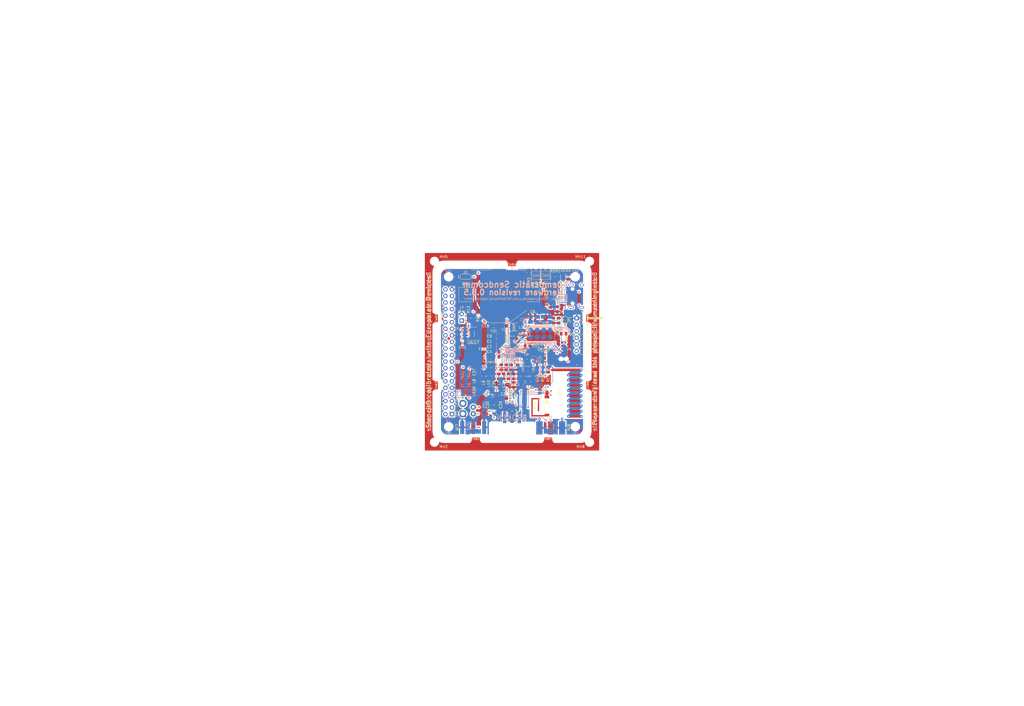
<source format=kicad_pcb>
(kicad_pcb (version 20171130) (host pcbnew 5.1.5+dfsg1-2build2)

  (general
    (thickness 1.6)
    (drawings 111)
    (tracks 916)
    (zones 0)
    (modules 126)
    (nets 133)
  )

  (page A3)
  (title_block
    (title "Democratic Sendcomm")
    (date 2020-10-20)
    (rev 0.8.5)
    (company "Europalab Devices")
    (comment 1 "Copyright © 2020, Europalab Devices")
    (comment 2 "Fulfilling requirements of 20200210")
    (comment 3 "Pending quality assurance testing")
    (comment 4 "Release revision for manufacturing")
  )

  (layers
    (0 F.Cu signal)
    (1 In1.Cu signal)
    (2 In2.Cu signal)
    (31 B.Cu signal)
    (34 B.Paste user)
    (35 F.Paste user)
    (36 B.SilkS user)
    (37 F.SilkS user)
    (38 B.Mask user)
    (39 F.Mask user)
    (40 Dwgs.User user)
    (41 Cmts.User user)
    (44 Edge.Cuts user)
    (45 Margin user)
    (46 B.CrtYd user)
    (47 F.CrtYd user)
    (48 B.Fab user)
    (49 F.Fab user)
  )

  (setup
    (last_trace_width 0.127)
    (user_trace_width 0.1016)
    (user_trace_width 0.127)
    (user_trace_width 0.2)
    (trace_clearance 0.09)
    (zone_clearance 0.508)
    (zone_45_only no)
    (trace_min 0.09)
    (via_size 0.356)
    (via_drill 0.2)
    (via_min_size 0.356)
    (via_min_drill 0.2)
    (user_via 0.45 0.2)
    (user_via 0.6 0.3)
    (uvia_size 0.45)
    (uvia_drill 0.1)
    (uvias_allowed no)
    (uvia_min_size 0.45)
    (uvia_min_drill 0.1)
    (edge_width 0.1)
    (segment_width 0.1)
    (pcb_text_width 0.25)
    (pcb_text_size 1 1)
    (mod_edge_width 0.15)
    (mod_text_size 1 1)
    (mod_text_width 0.15)
    (pad_size 2.5 2.5)
    (pad_drill 2.5)
    (pad_to_mask_clearance 0)
    (aux_axis_origin 0 0)
    (visible_elements 7FFFFFFF)
    (pcbplotparams
      (layerselection 0x313fc_ffffffff)
      (usegerberextensions true)
      (usegerberattributes false)
      (usegerberadvancedattributes false)
      (creategerberjobfile false)
      (excludeedgelayer true)
      (linewidth 0.150000)
      (plotframeref false)
      (viasonmask false)
      (mode 1)
      (useauxorigin false)
      (hpglpennumber 1)
      (hpglpenspeed 20)
      (hpglpendiameter 15.000000)
      (psnegative false)
      (psa4output false)
      (plotreference true)
      (plotvalue true)
      (plotinvisibletext false)
      (padsonsilk false)
      (subtractmaskfromsilk false)
      (outputformat 1)
      (mirror false)
      (drillshape 0)
      (scaleselection 1)
      (outputdirectory "fabsingle"))
  )

  (net 0 "")
  (net 1 GND)
  (net 2 "Net-(AE1-Pad1)")
  (net 3 /Sheet5F53D5B4/RFSWPWR)
  (net 4 "Net-(C8-Pad1)")
  (net 5 /Sheet5F53D5B4/POWAMP)
  (net 6 "Net-(C13-Pad1)")
  (net 7 /Sheet5F53D5B4/HFOUT)
  (net 8 +3V3)
  (net 9 "Net-(C29-Pad1)")
  (net 10 /Sheet5F53D5B4/UART_RX)
  (net 11 /Sheet5F53D5B4/UART_TX)
  (net 12 /Sheet5F53D5B4/HPOUT)
  (net 13 /Sheet5F53D5B4/HFIN)
  (net 14 /Sheet5F53D5B4/BANDSEL)
  (net 15 "Net-(BT1-Pad1)")
  (net 16 /Sheet5F53D5B4/USB_BUS)
  (net 17 "Net-(C33-Pad1)")
  (net 18 "Net-(C34-Pad1)")
  (net 19 /Sheet5F53D5B4/CMDRST)
  (net 20 "Net-(D1-Pad2)")
  (net 21 "Net-(D1-Pad1)")
  (net 22 "Net-(D2-Pad1)")
  (net 23 "Net-(D2-Pad2)")
  (net 24 /Sheet5F53D5B4/USB_P)
  (net 25 /Sheet5F53D5B4/USB_N)
  (net 26 /Sheet60040980/ID_SD)
  (net 27 /Sheet60040980/ID_SC)
  (net 28 /Sheet5F53D5B4/SWDCLK)
  (net 29 "Net-(J3-Pad7)")
  (net 30 "Net-(J3-Pad8)")
  (net 31 "Net-(J4-Pad6)")
  (net 32 /Sheet5F53D5B4/CN_VBAT)
  (net 33 /Sheet5F53D5B4/XCEIV)
  (net 34 /Sheet5F53D5B4/CRYSTAL_XIN-RESERVED)
  (net 35 /Sheet5F53D5B4/CRYSTAL_XOUT-RESERVED)
  (net 36 "Net-(AE5-Pad2)")
  (net 37 "Net-(C1-Pad1)")
  (net 38 "Net-(C7-Pad1)")
  (net 39 "Net-(C14-Pad1)")
  (net 40 "Net-(C17-Pad1)")
  (net 41 "Net-(C18-Pad2)")
  (net 42 "Net-(C19-Pad2)")
  (net 43 "Net-(C23-Pad2)")
  (net 44 "Net-(C23-Pad1)")
  (net 45 "Net-(C24-Pad1)")
  (net 46 "Net-(C24-Pad2)")
  (net 47 "Net-(C29-Pad2)")
  (net 48 "Net-(C33-Pad2)")
  (net 49 "Net-(C35-Pad2)")
  (net 50 "Net-(C40-Pad1)")
  (net 51 "Net-(J2-PadB5)")
  (net 52 "Net-(J2-PadA8)")
  (net 53 "Net-(J2-PadA5)")
  (net 54 "Net-(J2-PadB8)")
  (net 55 "Net-(J2-PadA4)")
  (net 56 "Net-(J3-Pad2)")
  (net 57 "Net-(J3-Pad3)")
  (net 58 "Net-(J3-Pad4)")
  (net 59 "Net-(J3-Pad5)")
  (net 60 "Net-(J3-Pad10)")
  (net 61 "Net-(J3-Pad11)")
  (net 62 "Net-(J3-Pad12)")
  (net 63 "Net-(J3-Pad13)")
  (net 64 "Net-(J3-Pad15)")
  (net 65 "Net-(J3-Pad16)")
  (net 66 "Net-(J3-Pad18)")
  (net 67 "Net-(J3-Pad19)")
  (net 68 "Net-(J3-Pad21)")
  (net 69 "Net-(J3-Pad22)")
  (net 70 "Net-(J3-Pad23)")
  (net 71 "Net-(J3-Pad24)")
  (net 72 "Net-(J3-Pad26)")
  (net 73 "Net-(J3-Pad29)")
  (net 74 "Net-(J3-Pad31)")
  (net 75 "Net-(J3-Pad32)")
  (net 76 "Net-(J3-Pad33)")
  (net 77 "Net-(J3-Pad35)")
  (net 78 "Net-(J3-Pad36)")
  (net 79 "Net-(J3-Pad37)")
  (net 80 "Net-(J3-Pad38)")
  (net 81 "Net-(J3-Pad40)")
  (net 82 "Net-(J4-Pad7)")
  (net 83 "Net-(J4-Pad8)")
  (net 84 "Net-(J5-Pad2)")
  (net 85 "Net-(J5-Pad3)")
  (net 86 "Net-(J5-Pad6)")
  (net 87 "Net-(J6-Pad1)")
  (net 88 "Net-(L1-Pad2)")
  (net 89 "Net-(R3-Pad1)")
  (net 90 "Net-(R4-Pad1)")
  (net 91 "Net-(R4-Pad2)")
  (net 92 "Net-(U2-Pad5)")
  (net 93 "Net-(U3-PadG1)")
  (net 94 "Net-(U3-PadH1)")
  (net 95 "Net-(U3-PadE3)")
  (net 96 "Net-(U3-PadB4)")
  (net 97 "Net-(U3-PadE4)")
  (net 98 "Net-(U3-PadF4)")
  (net 99 "Net-(U3-PadE5)")
  (net 100 "Net-(U3-PadC7)")
  (net 101 "Net-(U3-PadD7)")
  (net 102 "Net-(U3-PadD8)")
  (net 103 "Net-(U5-Pad3)")
  (net 104 "Net-(U5-Pad4)")
  (net 105 "Net-(U8-Pad7)")
  (net 106 "Net-(U8-Pad3)")
  (net 107 "Net-(U8-Pad2)")
  (net 108 "Net-(U8-Pad1)")
  (net 109 "Net-(U9-Pad1)")
  (net 110 "Net-(U9-Pad2)")
  (net 111 "Net-(U9-Pad3)")
  (net 112 "Net-(U9-Pad7)")
  (net 113 /Sheet5F53D5B4/SWDIO)
  (net 114 "Net-(AE2-Pad1)")
  (net 115 "Net-(AE4-Pad1)")
  (net 116 "Net-(AE5-Pad1)")
  (net 117 "Net-(AE6-Pad1)")
  (net 118 "Net-(AE7-Pad1)")
  (net 119 "Net-(JP10-Pad1)")
  (net 120 "Net-(J6-Pad2)")
  (net 121 "Net-(J6-Pad3)")
  (net 122 "Net-(J6-Pad4)")
  (net 123 "Net-(J6-Pad5)")
  (net 124 "Net-(J6-Pad6)")
  (net 125 "Net-(J6-Pad7)")
  (net 126 "Net-(J6-Pad8)")
  (net 127 "Net-(J7-Pad1)")
  (net 128 "Net-(C94-Pad1)")
  (net 129 "Net-(C95-Pad1)")
  (net 130 "Net-(JP26-Pad1)")
  (net 131 /TP_SCL)
  (net 132 /TP_SDA)

  (net_class Default "This is the default net class."
    (clearance 0.09)
    (trace_width 0.09)
    (via_dia 0.356)
    (via_drill 0.2)
    (uvia_dia 0.45)
    (uvia_drill 0.1)
    (add_net +3V3)
    (add_net /Sheet5F53D5B4/BANDSEL)
    (add_net /Sheet5F53D5B4/CMDRST)
    (add_net /Sheet5F53D5B4/CN_VBAT)
    (add_net /Sheet5F53D5B4/CRYSTAL_XIN-RESERVED)
    (add_net /Sheet5F53D5B4/CRYSTAL_XOUT-RESERVED)
    (add_net /Sheet5F53D5B4/HFIN)
    (add_net /Sheet5F53D5B4/HFOUT)
    (add_net /Sheet5F53D5B4/HPOUT)
    (add_net /Sheet5F53D5B4/POWAMP)
    (add_net /Sheet5F53D5B4/RFSWPWR)
    (add_net /Sheet5F53D5B4/SWDCLK)
    (add_net /Sheet5F53D5B4/SWDIO)
    (add_net /Sheet5F53D5B4/UART_RX)
    (add_net /Sheet5F53D5B4/UART_TX)
    (add_net /Sheet5F53D5B4/USB_BUS)
    (add_net /Sheet5F53D5B4/USB_N)
    (add_net /Sheet5F53D5B4/USB_P)
    (add_net /Sheet5F53D5B4/XCEIV)
    (add_net /Sheet60040980/ID_SC)
    (add_net /Sheet60040980/ID_SD)
    (add_net /TP_SCL)
    (add_net /TP_SDA)
    (add_net GND)
    (add_net "Net-(AE1-Pad1)")
    (add_net "Net-(AE2-Pad1)")
    (add_net "Net-(AE4-Pad1)")
    (add_net "Net-(AE5-Pad1)")
    (add_net "Net-(AE5-Pad2)")
    (add_net "Net-(AE6-Pad1)")
    (add_net "Net-(AE7-Pad1)")
    (add_net "Net-(BT1-Pad1)")
    (add_net "Net-(C1-Pad1)")
    (add_net "Net-(C13-Pad1)")
    (add_net "Net-(C14-Pad1)")
    (add_net "Net-(C17-Pad1)")
    (add_net "Net-(C18-Pad2)")
    (add_net "Net-(C19-Pad2)")
    (add_net "Net-(C23-Pad1)")
    (add_net "Net-(C23-Pad2)")
    (add_net "Net-(C24-Pad1)")
    (add_net "Net-(C24-Pad2)")
    (add_net "Net-(C29-Pad1)")
    (add_net "Net-(C29-Pad2)")
    (add_net "Net-(C33-Pad1)")
    (add_net "Net-(C33-Pad2)")
    (add_net "Net-(C34-Pad1)")
    (add_net "Net-(C35-Pad2)")
    (add_net "Net-(C40-Pad1)")
    (add_net "Net-(C7-Pad1)")
    (add_net "Net-(C8-Pad1)")
    (add_net "Net-(C94-Pad1)")
    (add_net "Net-(C95-Pad1)")
    (add_net "Net-(D1-Pad1)")
    (add_net "Net-(D1-Pad2)")
    (add_net "Net-(D2-Pad1)")
    (add_net "Net-(D2-Pad2)")
    (add_net "Net-(J2-PadA4)")
    (add_net "Net-(J2-PadA5)")
    (add_net "Net-(J2-PadA8)")
    (add_net "Net-(J2-PadB5)")
    (add_net "Net-(J2-PadB8)")
    (add_net "Net-(J3-Pad10)")
    (add_net "Net-(J3-Pad11)")
    (add_net "Net-(J3-Pad12)")
    (add_net "Net-(J3-Pad13)")
    (add_net "Net-(J3-Pad15)")
    (add_net "Net-(J3-Pad16)")
    (add_net "Net-(J3-Pad18)")
    (add_net "Net-(J3-Pad19)")
    (add_net "Net-(J3-Pad2)")
    (add_net "Net-(J3-Pad21)")
    (add_net "Net-(J3-Pad22)")
    (add_net "Net-(J3-Pad23)")
    (add_net "Net-(J3-Pad24)")
    (add_net "Net-(J3-Pad26)")
    (add_net "Net-(J3-Pad29)")
    (add_net "Net-(J3-Pad3)")
    (add_net "Net-(J3-Pad31)")
    (add_net "Net-(J3-Pad32)")
    (add_net "Net-(J3-Pad33)")
    (add_net "Net-(J3-Pad35)")
    (add_net "Net-(J3-Pad36)")
    (add_net "Net-(J3-Pad37)")
    (add_net "Net-(J3-Pad38)")
    (add_net "Net-(J3-Pad4)")
    (add_net "Net-(J3-Pad40)")
    (add_net "Net-(J3-Pad5)")
    (add_net "Net-(J3-Pad7)")
    (add_net "Net-(J3-Pad8)")
    (add_net "Net-(J4-Pad6)")
    (add_net "Net-(J4-Pad7)")
    (add_net "Net-(J4-Pad8)")
    (add_net "Net-(J5-Pad2)")
    (add_net "Net-(J5-Pad3)")
    (add_net "Net-(J5-Pad6)")
    (add_net "Net-(J6-Pad1)")
    (add_net "Net-(J6-Pad2)")
    (add_net "Net-(J6-Pad3)")
    (add_net "Net-(J6-Pad4)")
    (add_net "Net-(J6-Pad5)")
    (add_net "Net-(J6-Pad6)")
    (add_net "Net-(J6-Pad7)")
    (add_net "Net-(J6-Pad8)")
    (add_net "Net-(J7-Pad1)")
    (add_net "Net-(JP10-Pad1)")
    (add_net "Net-(JP26-Pad1)")
    (add_net "Net-(L1-Pad2)")
    (add_net "Net-(R3-Pad1)")
    (add_net "Net-(R4-Pad1)")
    (add_net "Net-(R4-Pad2)")
    (add_net "Net-(U2-Pad5)")
    (add_net "Net-(U3-PadB4)")
    (add_net "Net-(U3-PadC7)")
    (add_net "Net-(U3-PadD7)")
    (add_net "Net-(U3-PadD8)")
    (add_net "Net-(U3-PadE3)")
    (add_net "Net-(U3-PadE4)")
    (add_net "Net-(U3-PadE5)")
    (add_net "Net-(U3-PadF4)")
    (add_net "Net-(U3-PadG1)")
    (add_net "Net-(U3-PadH1)")
    (add_net "Net-(U5-Pad3)")
    (add_net "Net-(U5-Pad4)")
    (add_net "Net-(U8-Pad1)")
    (add_net "Net-(U8-Pad2)")
    (add_net "Net-(U8-Pad3)")
    (add_net "Net-(U8-Pad7)")
    (add_net "Net-(U9-Pad1)")
    (add_net "Net-(U9-Pad2)")
    (add_net "Net-(U9-Pad3)")
    (add_net "Net-(U9-Pad7)")
  )

  (net_class Power ""
    (clearance 0.2)
    (trace_width 0.5)
    (via_dia 1)
    (via_drill 0.7)
    (uvia_dia 0.5)
    (uvia_drill 0.1)
  )

  (module TestPoint:TestPoint_THTPad_D2.0mm_Drill1.0mm (layer F.Cu) (tedit 5A0F774F) (tstamp 5FBA0BE2)
    (at 195 172)
    (descr "THT pad as test Point, diameter 2.0mm, hole diameter 1.0mm")
    (tags "test point THT pad")
    (path /5F97637F)
    (attr virtual)
    (fp_text reference TP5 (at 2 0 90) (layer F.SilkS)
      (effects (font (size 0.7 0.7) (thickness 0.1)))
    )
    (fp_text value Probe (at 0 2.25) (layer F.Fab)
      (effects (font (size 1 1) (thickness 0.15)))
    )
    (fp_circle (center 0 0) (end 0 1.2) (layer F.SilkS) (width 0.12))
    (fp_circle (center 0 0) (end 1.5 0) (layer F.CrtYd) (width 0.05))
    (fp_text user %R (at 0 -2.15) (layer F.Fab)
      (effects (font (size 1 1) (thickness 0.15)))
    )
    (pad 1 thru_hole circle (at 0 0) (size 2 2) (drill 1) (layers *.Cu *.Mask)
      (net 131 /TP_SCL))
  )

  (module TestPoint:TestPoint_THTPad_D2.0mm_Drill1.0mm (layer F.Cu) (tedit 5A0F774F) (tstamp 5FBA0BEA)
    (at 195 169.46)
    (descr "THT pad as test Point, diameter 2.0mm, hole diameter 1.0mm")
    (tags "test point THT pad")
    (path /5F97786E)
    (attr virtual)
    (fp_text reference TP6 (at 2 0.04 90) (layer F.SilkS)
      (effects (font (size 0.7 0.7) (thickness 0.1)))
    )
    (fp_text value Probe (at 0 2.25) (layer F.Fab)
      (effects (font (size 1 1) (thickness 0.15)))
    )
    (fp_circle (center 0 0) (end 0 1.2) (layer F.SilkS) (width 0.12))
    (fp_circle (center 0 0) (end 1.5 0) (layer F.CrtYd) (width 0.05))
    (fp_text user %R (at 0 -2.15) (layer F.Fab)
      (effects (font (size 1 1) (thickness 0.15)))
    )
    (pad 1 thru_hole circle (at 0 0) (size 2 2) (drill 1) (layers *.Cu *.Mask)
      (net 132 /TP_SDA))
  )

  (module Elabdev:TFBGA-64_8x8_6.0x6.0mm_P0.65mm (layer F.Cu) (tedit 5F6BA77A) (tstamp 5F68786E)
    (at 210 148)
    (path /5F53D5B5/6052EF69)
    (solder_mask_margin 0.025)
    (clearance 0.0508)
    (attr smd)
    (fp_text reference U3 (at 4.25 0) (layer F.SilkS)
      (effects (font (size 1 1) (thickness 0.15)))
    )
    (fp_text value ATSAMR34 (at 0 4) (layer F.Fab)
      (effects (font (size 1 1) (thickness 0.15)))
    )
    (fp_line (start -2 -3) (end -3 -2) (layer F.Fab) (width 0.1))
    (fp_line (start -3 -2) (end -3 3) (layer F.Fab) (width 0.1))
    (fp_line (start -3 3) (end 3 3) (layer F.Fab) (width 0.1))
    (fp_line (start 3 3) (end 3 -3) (layer F.Fab) (width 0.1))
    (fp_line (start 3 -3) (end -2 -3) (layer F.Fab) (width 0.1))
    (fp_line (start 1.62 -3.12) (end 3.12 -3.12) (layer F.SilkS) (width 0.12))
    (fp_line (start 3.12 -3.12) (end 3.12 -1.62) (layer F.SilkS) (width 0.12))
    (fp_line (start 1.62 -3.12) (end 3.12 -3.12) (layer F.SilkS) (width 0.12))
    (fp_line (start 3.12 -3.12) (end 3.12 -1.62) (layer F.SilkS) (width 0.12))
    (fp_line (start 1.62 3.12) (end 3.12 3.12) (layer F.SilkS) (width 0.12))
    (fp_line (start 3.12 3.12) (end 3.12 1.62) (layer F.SilkS) (width 0.12))
    (fp_line (start 1.62 -3.12) (end 3.12 -3.12) (layer F.SilkS) (width 0.12))
    (fp_line (start 3.12 -3.12) (end 3.12 -1.62) (layer F.SilkS) (width 0.12))
    (fp_line (start -1.62 3.12) (end -3.12 3.12) (layer F.SilkS) (width 0.12))
    (fp_line (start -3.12 3.12) (end -3.12 1.62) (layer F.SilkS) (width 0.12))
    (fp_line (start -1.62 -3.12) (end -2 -3.12) (layer F.SilkS) (width 0.12))
    (fp_line (start -2 -3.12) (end -3.12 -2) (layer F.SilkS) (width 0.12))
    (fp_line (start -3.12 -2) (end -3.12 -1.62) (layer F.SilkS) (width 0.12))
    (fp_circle (center -3 -3) (end -3 -2.9) (layer F.SilkS) (width 0.2))
    (fp_line (start -4 -4) (end 4 -4) (layer F.CrtYd) (width 0.05))
    (fp_line (start 4 -4) (end 4 4) (layer F.CrtYd) (width 0.05))
    (fp_line (start 4 4) (end -4 4) (layer F.CrtYd) (width 0.05))
    (fp_line (start -4 4) (end -4 -4) (layer F.CrtYd) (width 0.05))
    (pad A1 smd circle (at -2.275 -2.275) (size 0.32 0.32) (layers F.Cu F.Paste F.Mask)
      (net 13 /Sheet5F53D5B4/HFIN))
    (pad B1 smd circle (at -2.275 -1.625) (size 0.32 0.32) (layers F.Cu F.Paste F.Mask)
      (net 7 /Sheet5F53D5B4/HFOUT))
    (pad C1 smd circle (at -2.275 -0.975) (size 0.32 0.32) (layers F.Cu F.Paste F.Mask)
      (net 37 "Net-(C1-Pad1)"))
    (pad D1 smd circle (at -2.275 -0.325) (size 0.32 0.32) (layers F.Cu F.Paste F.Mask)
      (net 5 /Sheet5F53D5B4/POWAMP))
    (pad E1 smd circle (at -2.275 0.325) (size 0.32 0.32) (layers F.Cu F.Paste F.Mask)
      (net 1 GND))
    (pad F1 smd circle (at -2.275 0.975) (size 0.32 0.32) (layers F.Cu F.Paste F.Mask)
      (net 12 /Sheet5F53D5B4/HPOUT))
    (pad G1 smd circle (at -2.275 1.625) (size 0.32 0.32) (layers F.Cu F.Paste F.Mask)
      (net 93 "Net-(U3-PadG1)"))
    (pad H1 smd circle (at -2.275 2.275) (size 0.32 0.32) (layers F.Cu F.Paste F.Mask)
      (net 94 "Net-(U3-PadH1)"))
    (pad A2 smd circle (at -1.625 -2.275) (size 0.32 0.32) (layers F.Cu F.Paste F.Mask)
      (net 1 GND))
    (pad B2 smd circle (at -1.625 -1.625) (size 0.32 0.32) (layers F.Cu F.Paste F.Mask)
      (net 1 GND))
    (pad C2 smd circle (at -1.625 -0.975) (size 0.32 0.32) (layers F.Cu F.Paste F.Mask)
      (net 37 "Net-(C1-Pad1)"))
    (pad D2 smd circle (at -1.625 -0.325) (size 0.32 0.32) (layers F.Cu F.Paste F.Mask)
      (net 33 /Sheet5F53D5B4/XCEIV))
    (pad E2 smd circle (at -1.625 0.325) (size 0.32 0.32) (layers F.Cu F.Paste F.Mask)
      (net 1 GND))
    (pad F2 smd circle (at -1.625 0.975) (size 0.32 0.32) (layers F.Cu F.Paste F.Mask)
      (net 1 GND))
    (pad G2 smd circle (at -1.625 1.625) (size 0.32 0.32) (layers F.Cu F.Paste F.Mask)
      (net 1 GND))
    (pad H2 smd circle (at -1.625 2.275) (size 0.32 0.32) (layers F.Cu F.Paste F.Mask)
      (net 39 "Net-(C14-Pad1)"))
    (pad A3 smd circle (at -0.975 -2.275) (size 0.32 0.32) (layers F.Cu F.Paste F.Mask)
      (net 41 "Net-(C18-Pad2)"))
    (pad B3 smd circle (at -0.975 -1.625) (size 0.32 0.32) (layers F.Cu F.Paste F.Mask)
      (net 1 GND))
    (pad C3 smd circle (at -0.975 -0.975) (size 0.32 0.32) (layers F.Cu F.Paste F.Mask)
      (net 32 /Sheet5F53D5B4/CN_VBAT))
    (pad D3 smd circle (at -0.975 -0.325) (size 0.32 0.32) (layers F.Cu F.Paste F.Mask)
      (net 11 /Sheet5F53D5B4/UART_TX))
    (pad E3 smd circle (at -0.975 0.325) (size 0.32 0.32) (layers F.Cu F.Paste F.Mask)
      (net 95 "Net-(U3-PadE3)"))
    (pad F3 smd circle (at -0.975 0.975) (size 0.32 0.32) (layers F.Cu F.Paste F.Mask)
      (net 16 /Sheet5F53D5B4/USB_BUS))
    (pad G3 smd circle (at -0.975 1.625) (size 0.32 0.32) (layers F.Cu F.Paste F.Mask)
      (net 1 GND))
    (pad H3 smd circle (at -0.975 2.275) (size 0.32 0.32) (layers F.Cu F.Paste F.Mask)
      (net 37 "Net-(C1-Pad1)"))
    (pad A4 smd circle (at -0.325 -2.275) (size 0.32 0.32) (layers F.Cu F.Paste F.Mask)
      (net 42 "Net-(C19-Pad2)"))
    (pad B4 smd circle (at -0.325 -1.625) (size 0.32 0.32) (layers F.Cu F.Paste F.Mask)
      (net 96 "Net-(U3-PadB4)"))
    (pad C4 smd circle (at -0.325 -0.975) (size 0.32 0.32) (layers F.Cu F.Paste F.Mask)
      (net 10 /Sheet5F53D5B4/UART_RX))
    (pad D4 smd circle (at -0.325 -0.325) (size 0.32 0.32) (layers F.Cu F.Paste F.Mask)
      (net 1 GND))
    (pad E4 smd circle (at -0.325 0.325) (size 0.32 0.32) (layers F.Cu F.Paste F.Mask)
      (net 97 "Net-(U3-PadE4)"))
    (pad F4 smd circle (at -0.325 0.975) (size 0.32 0.32) (layers F.Cu F.Paste F.Mask)
      (net 98 "Net-(U3-PadF4)"))
    (pad G4 smd circle (at -0.325 1.625) (size 0.32 0.32) (layers F.Cu F.Paste F.Mask)
      (net 8 +3V3))
    (pad H4 smd circle (at -0.325 2.275) (size 0.32 0.32) (layers F.Cu F.Paste F.Mask)
      (net 6 "Net-(C13-Pad1)"))
    (pad A5 smd circle (at 0.325 -2.275) (size 0.32 0.32) (layers F.Cu F.Paste F.Mask)
      (net 40 "Net-(C17-Pad1)"))
    (pad B5 smd circle (at 0.325 -1.625) (size 0.32 0.32) (layers F.Cu F.Paste F.Mask)
      (net 1 GND))
    (pad C5 smd circle (at 0.325 -0.975) (size 0.32 0.32) (layers F.Cu F.Paste F.Mask)
      (net 28 /Sheet5F53D5B4/SWDCLK))
    (pad D5 smd circle (at 0.325 -0.325) (size 0.32 0.32) (layers F.Cu F.Paste F.Mask)
      (net 113 /Sheet5F53D5B4/SWDIO))
    (pad E5 smd circle (at 0.325 0.325) (size 0.32 0.32) (layers F.Cu F.Paste F.Mask)
      (net 99 "Net-(U3-PadE5)"))
    (pad F5 smd circle (at 0.325 0.975) (size 0.32 0.32) (layers F.Cu F.Paste F.Mask)
      (net 3 /Sheet5F53D5B4/RFSWPWR))
    (pad G5 smd circle (at 0.325 1.625) (size 0.32 0.32) (layers F.Cu F.Paste F.Mask)
      (net 1 GND))
    (pad H5 smd circle (at 0.325 2.275) (size 0.32 0.32) (layers F.Cu F.Paste F.Mask)
      (net 1 GND))
    (pad A6 smd circle (at 0.975 -2.275) (size 0.32 0.32) (layers F.Cu F.Paste F.Mask)
      (net 88 "Net-(L1-Pad2)"))
    (pad B6 smd circle (at 0.975 -1.625) (size 0.32 0.32) (layers F.Cu F.Paste F.Mask)
      (net 19 /Sheet5F53D5B4/CMDRST))
    (pad C6 smd circle (at 0.975 -0.975) (size 0.32 0.32) (layers F.Cu F.Paste F.Mask)
      (net 90 "Net-(R4-Pad1)"))
    (pad D6 smd circle (at 0.975 -0.325) (size 0.32 0.32) (layers F.Cu F.Paste F.Mask)
      (net 1 GND))
    (pad E6 smd circle (at 0.975 0.325) (size 0.32 0.32) (layers F.Cu F.Paste F.Mask)
      (net 131 /TP_SCL))
    (pad F6 smd circle (at 0.975 0.975) (size 0.32 0.32) (layers F.Cu F.Paste F.Mask)
      (net 14 /Sheet5F53D5B4/BANDSEL))
    (pad G6 smd circle (at 0.975 1.625) (size 0.32 0.32) (layers F.Cu F.Paste F.Mask)
      (net 1 GND))
    (pad H6 smd circle (at 0.975 2.275) (size 0.32 0.32) (layers F.Cu F.Paste F.Mask)
      (net 128 "Net-(C94-Pad1)"))
    (pad A7 smd circle (at 1.625 -2.275) (size 0.32 0.32) (layers F.Cu F.Paste F.Mask)
      (net 8 +3V3))
    (pad B7 smd circle (at 1.625 -1.625) (size 0.32 0.32) (layers F.Cu F.Paste F.Mask)
      (net 1 GND))
    (pad C7 smd circle (at 1.625 -0.975) (size 0.32 0.32) (layers F.Cu F.Paste F.Mask)
      (net 100 "Net-(U3-PadC7)"))
    (pad D7 smd circle (at 1.625 -0.325) (size 0.32 0.32) (layers F.Cu F.Paste F.Mask)
      (net 101 "Net-(U3-PadD7)"))
    (pad E7 smd circle (at 1.625 0.325) (size 0.32 0.32) (layers F.Cu F.Paste F.Mask)
      (net 21 "Net-(D1-Pad1)"))
    (pad F7 smd circle (at 1.625 0.975) (size 0.32 0.32) (layers F.Cu F.Paste F.Mask)
      (net 132 /TP_SDA))
    (pad G7 smd circle (at 1.625 1.625) (size 0.32 0.32) (layers F.Cu F.Paste F.Mask)
      (net 1 GND))
    (pad H7 smd circle (at 1.625 2.275) (size 0.32 0.32) (layers F.Cu F.Paste F.Mask)
      (net 129 "Net-(C95-Pad1)"))
    (pad A8 smd circle (at 2.275 -2.275) (size 0.32 0.32) (layers F.Cu F.Paste F.Mask)
      (net 8 +3V3))
    (pad B8 smd circle (at 2.275 -1.625) (size 0.32 0.32) (layers F.Cu F.Paste F.Mask)
      (net 25 /Sheet5F53D5B4/USB_N))
    (pad C8 smd circle (at 2.275 -0.975) (size 0.32 0.32) (layers F.Cu F.Paste F.Mask)
      (net 24 /Sheet5F53D5B4/USB_P))
    (pad D8 smd circle (at 2.275 -0.325) (size 0.32 0.32) (layers F.Cu F.Paste F.Mask)
      (net 102 "Net-(U3-PadD8)"))
    (pad E8 smd circle (at 2.275 0.325) (size 0.32 0.32) (layers F.Cu F.Paste F.Mask)
      (net 22 "Net-(D2-Pad1)"))
    (pad F8 smd circle (at 2.275 0.975) (size 0.32 0.32) (layers F.Cu F.Paste F.Mask)
      (net 34 /Sheet5F53D5B4/CRYSTAL_XIN-RESERVED))
    (pad G8 smd circle (at 2.275 1.625) (size 0.32 0.32) (layers F.Cu F.Paste F.Mask)
      (net 35 /Sheet5F53D5B4/CRYSTAL_XOUT-RESERVED))
    (pad H8 smd circle (at 2.275 2.275) (size 0.32 0.32) (layers F.Cu F.Paste F.Mask)
      (net 8 +3V3))
    (model ${KISYS3DMOD}/Package_BGA.3dshapes/TFBGA-64_5x5mm_Layout8x8_P0.5mm.wrl
      (at (xyz 0 0 0))
      (scale (xyz 1.2 1.2 1.2))
      (rotate (xyz 0 0 0))
    )
  )

  (module Inductor_SMD:L_0603_1608Metric (layer F.Cu) (tedit 5B301BBE) (tstamp 5F687507)
    (at 201 157.35 270)
    (descr "Inductor SMD 0603 (1608 Metric), square (rectangular) end terminal, IPC_7351 nominal, (Body size source: http://www.tortai-tech.com/upload/download/2011102023233369053.pdf), generated with kicad-footprint-generator")
    (tags inductor)
    (path /5F5C0728/5F5D6DC7)
    (attr smd)
    (fp_text reference L10 (at 3 0 90) (layer F.SilkS)
      (effects (font (size 1 1) (thickness 0.15)))
    )
    (fp_text value 11nH (at 0 1.65 90) (layer F.Fab)
      (effects (font (size 1 1) (thickness 0.15)))
    )
    (fp_text user %R (at 0 0 90) (layer F.Fab)
      (effects (font (size 0.5 0.5) (thickness 0.08)))
    )
    (fp_line (start 1.48 0.73) (end -1.48 0.73) (layer F.CrtYd) (width 0.05))
    (fp_line (start 1.48 -0.73) (end 1.48 0.73) (layer F.CrtYd) (width 0.05))
    (fp_line (start -1.48 -0.73) (end 1.48 -0.73) (layer F.CrtYd) (width 0.05))
    (fp_line (start -1.48 0.73) (end -1.48 -0.73) (layer F.CrtYd) (width 0.05))
    (fp_line (start -0.162779 0.51) (end 0.162779 0.51) (layer F.SilkS) (width 0.12))
    (fp_line (start -0.162779 -0.51) (end 0.162779 -0.51) (layer F.SilkS) (width 0.12))
    (fp_line (start 0.8 0.4) (end -0.8 0.4) (layer F.Fab) (width 0.1))
    (fp_line (start 0.8 -0.4) (end 0.8 0.4) (layer F.Fab) (width 0.1))
    (fp_line (start -0.8 -0.4) (end 0.8 -0.4) (layer F.Fab) (width 0.1))
    (fp_line (start -0.8 0.4) (end -0.8 -0.4) (layer F.Fab) (width 0.1))
    (pad 2 smd roundrect (at 0.7875 0 270) (size 0.875 0.95) (layers F.Cu F.Paste F.Mask) (roundrect_rratio 0.25)
      (net 49 "Net-(C35-Pad2)"))
    (pad 1 smd roundrect (at -0.7875 0 270) (size 0.875 0.95) (layers F.Cu F.Paste F.Mask) (roundrect_rratio 0.25)
      (net 18 "Net-(C34-Pad1)"))
    (model ${KISYS3DMOD}/Inductor_SMD.3dshapes/L_0603_1608Metric.wrl
      (at (xyz 0 0 0))
      (scale (xyz 1 1 1))
      (rotate (xyz 0 0 0))
    )
  )

  (module Elabdev:L_Murata_LQH3NPN (layer F.Cu) (tedit 5FADCCA6) (tstamp 5F68751C)
    (at 210.75 138.5)
    (descr https://www.murata.com/~/media/webrenewal/products/inductor/chip/tokoproducts/wirewoundferritetypeforpl/m_dem3518c.ashx)
    (tags "Inductor SMD DEM35xxC")
    (path /5F53D5B5/5F643B51)
    (attr smd)
    (fp_text reference L1 (at 2.75 0) (layer F.SilkS)
      (effects (font (size 1 1) (thickness 0.15)))
    )
    (fp_text value LQH3NPN100MJRL (at 0 3.024) (layer F.Fab)
      (effects (font (size 1 1) (thickness 0.15)))
    )
    (fp_line (start -1.75 -1.6) (end -1.75 1.6) (layer F.CrtYd) (width 0.05))
    (fp_line (start -1.75 1.6) (end 1.75 1.6) (layer F.CrtYd) (width 0.05))
    (fp_line (start 1.75 1.6) (end 1.75 -1.6) (layer F.CrtYd) (width 0.05))
    (fp_line (start 1.75 -1.6) (end -1.75 -1.6) (layer F.CrtYd) (width 0.05))
    (fp_line (start -1.5 -1.35) (end 1.5 -1.35) (layer F.Fab) (width 0.1))
    (fp_line (start 1.5 -1.35) (end 1.5 1.35) (layer F.Fab) (width 0.1))
    (fp_line (start 1.5 1.35) (end -1.5 1.35) (layer F.Fab) (width 0.1))
    (fp_line (start -1.5 1.35) (end -1.5 -1.35) (layer F.Fab) (width 0.1))
    (fp_line (start -1.5 -1.6) (end 1.5 -1.6) (layer F.SilkS) (width 0.12))
    (fp_line (start -1.5 1.6) (end 1.5 1.6) (layer F.SilkS) (width 0.12))
    (fp_text user %R (at 0 0) (layer F.Fab)
      (effects (font (size 0.7 0.7) (thickness 0.105)))
    )
    (pad 1 smd rect (at -1.1 0) (size 0.8 2.7) (layers F.Cu F.Paste F.Mask)
      (net 40 "Net-(C17-Pad1)"))
    (pad 2 smd rect (at 1.1 0) (size 0.8 2.7) (layers F.Cu F.Paste F.Mask)
      (net 88 "Net-(L1-Pad2)"))
    (model ${KISYS3DMOD}/Inductor_SMD.3dshapes/L_Murata_DEM35xxC.wrl
      (at (xyz 0 0 0))
      (scale (xyz 1 1 1))
      (rotate (xyz 0 0 0))
    )
  )

  (module Elabdev:Panel_Mousetab_25mm_Single (layer F.Cu) (tedit 5CD9E502) (tstamp 5F680FEC)
    (at 224 181.75 90)
    (path /5CD9EB0D)
    (fp_text reference TAB7 (at 0 0) (layer F.SilkS)
      (effects (font (size 0.8 0.8) (thickness 0.13)))
    )
    (fp_text value Pantab (at 0 3.5 90) (layer F.Fab)
      (effects (font (size 1 1) (thickness 0.15)))
    )
    (fp_line (start 1.25 -2.2) (end 1.25 2.2) (layer F.Fab) (width 0.15))
    (fp_line (start -1.25 -2.2) (end -1.25 2.2) (layer F.Fab) (width 0.15))
    (fp_line (start 2.1 -2.6) (end 2.1 2.6) (layer F.CrtYd) (width 0.15))
    (fp_line (start 2.1 2.6) (end -2.1 2.6) (layer F.CrtYd) (width 0.15))
    (fp_line (start -2.1 2.6) (end -2.1 -2.6) (layer F.CrtYd) (width 0.15))
    (fp_line (start -2.1 -2.6) (end 2.1 -2.6) (layer F.CrtYd) (width 0.15))
    (pad "" np_thru_hole circle (at 1.35 2 90) (size 0.5 0.5) (drill 0.5) (layers *.Cu))
    (pad "" np_thru_hole circle (at 1.35 1.2 90) (size 0.5 0.5) (drill 0.5) (layers *.Cu))
    (pad "" np_thru_hole circle (at 1.35 0.4 90) (size 0.5 0.5) (drill 0.5) (layers *.Cu))
    (pad "" np_thru_hole circle (at 1.35 -0.4 90) (size 0.5 0.5) (drill 0.5) (layers *.Cu))
    (pad "" np_thru_hole circle (at 1.35 -1.2 90) (size 0.5 0.5) (drill 0.5) (layers *.Cu))
    (pad "" np_thru_hole circle (at 1.35 -2 90) (size 0.5 0.5) (drill 0.5) (layers *.Cu))
  )

  (module Elabdev:Panel_Mousetab_25mm_Single (layer F.Cu) (tedit 5CD9E59A) (tstamp 5F4C0A71)
    (at 210 114.25 270)
    (path /5CD5C3A7)
    (fp_text reference TAB4 (at 0 0 180) (layer F.SilkS)
      (effects (font (size 0.8 0.8) (thickness 0.13)))
    )
    (fp_text value Pantab (at 0 -3.5 270) (layer F.Fab)
      (effects (font (size 1 1) (thickness 0.15)))
    )
    (fp_line (start 1.25 -2.2) (end 1.25 2.2) (layer F.Fab) (width 0.15))
    (fp_line (start -1.25 -2.2) (end -1.25 2.2) (layer F.Fab) (width 0.15))
    (fp_line (start 2.1 -2.6) (end 2.1 2.6) (layer F.CrtYd) (width 0.15))
    (fp_line (start 2.1 2.6) (end -2.1 2.6) (layer F.CrtYd) (width 0.15))
    (fp_line (start -2.1 2.6) (end -2.1 -2.6) (layer F.CrtYd) (width 0.15))
    (fp_line (start -2.1 -2.6) (end 2.1 -2.6) (layer F.CrtYd) (width 0.15))
    (pad "" np_thru_hole circle (at 1.35 2 270) (size 0.5 0.5) (drill 0.5) (layers *.Cu))
    (pad "" np_thru_hole circle (at 1.35 1.2 270) (size 0.5 0.5) (drill 0.5) (layers *.Cu))
    (pad "" np_thru_hole circle (at 1.35 0.4 270) (size 0.5 0.5) (drill 0.5) (layers *.Cu))
    (pad "" np_thru_hole circle (at 1.35 -0.4 270) (size 0.5 0.5) (drill 0.5) (layers *.Cu))
    (pad "" np_thru_hole circle (at 1.35 -1.2 270) (size 0.5 0.5) (drill 0.5) (layers *.Cu))
    (pad "" np_thru_hole circle (at 1.35 -2 270) (size 0.5 0.5) (drill 0.5) (layers *.Cu))
  )

  (module Elabdev:Panel_Mousetab_25mm_Single (layer F.Cu) (tedit 5CD9E502) (tstamp 5CE1C45C)
    (at 196 181.75 90)
    (path /5CD9EB0D)
    (fp_text reference TAB1 (at 0 0) (layer F.SilkS)
      (effects (font (size 0.8 0.8) (thickness 0.13)))
    )
    (fp_text value Pantab (at 0 3.5 90) (layer F.Fab)
      (effects (font (size 1 1) (thickness 0.15)))
    )
    (fp_line (start -2.1 -2.6) (end 2.1 -2.6) (layer F.CrtYd) (width 0.15))
    (fp_line (start -2.1 2.6) (end -2.1 -2.6) (layer F.CrtYd) (width 0.15))
    (fp_line (start 2.1 2.6) (end -2.1 2.6) (layer F.CrtYd) (width 0.15))
    (fp_line (start 2.1 -2.6) (end 2.1 2.6) (layer F.CrtYd) (width 0.15))
    (fp_line (start -1.25 -2.2) (end -1.25 2.2) (layer F.Fab) (width 0.15))
    (fp_line (start 1.25 -2.2) (end 1.25 2.2) (layer F.Fab) (width 0.15))
    (pad "" np_thru_hole circle (at 1.35 -2 90) (size 0.5 0.5) (drill 0.5) (layers *.Cu))
    (pad "" np_thru_hole circle (at 1.35 -1.2 90) (size 0.5 0.5) (drill 0.5) (layers *.Cu))
    (pad "" np_thru_hole circle (at 1.35 -0.4 90) (size 0.5 0.5) (drill 0.5) (layers *.Cu))
    (pad "" np_thru_hole circle (at 1.35 0.4 90) (size 0.5 0.5) (drill 0.5) (layers *.Cu))
    (pad "" np_thru_hole circle (at 1.35 1.2 90) (size 0.5 0.5) (drill 0.5) (layers *.Cu))
    (pad "" np_thru_hole circle (at 1.35 2 90) (size 0.5 0.5) (drill 0.5) (layers *.Cu))
  )

  (module Elabdev:Panel_Mousetab_25mm_Single (layer F.Cu) (tedit 5CD5AA6C) (tstamp 5F4C1007)
    (at 180.75 161)
    (path /5CD5C074)
    (fp_text reference TAB2 (at 0 0 90) (layer F.SilkS)
      (effects (font (size 0.8 0.8) (thickness 0.13)))
    )
    (fp_text value Pantab (at -2.5 0 -270) (layer F.Fab)
      (effects (font (size 1 1) (thickness 0.15)))
    )
    (fp_line (start -2.1 -2.6) (end 2.1 -2.6) (layer F.CrtYd) (width 0.15))
    (fp_line (start -2.1 2.6) (end -2.1 -2.6) (layer F.CrtYd) (width 0.15))
    (fp_line (start 2.1 2.6) (end -2.1 2.6) (layer F.CrtYd) (width 0.15))
    (fp_line (start 2.1 -2.6) (end 2.1 2.6) (layer F.CrtYd) (width 0.15))
    (fp_line (start -1.25 -2.2) (end -1.25 2.2) (layer F.Fab) (width 0.15))
    (fp_line (start 1.25 -2.2) (end 1.25 2.2) (layer F.Fab) (width 0.15))
    (pad "" np_thru_hole circle (at 1.35 -2) (size 0.5 0.5) (drill 0.5) (layers *.Cu))
    (pad "" np_thru_hole circle (at 1.35 -1.2) (size 0.5 0.5) (drill 0.5) (layers *.Cu))
    (pad "" np_thru_hole circle (at 1.35 -0.4) (size 0.5 0.5) (drill 0.5) (layers *.Cu))
    (pad "" np_thru_hole circle (at 1.35 0.4) (size 0.5 0.5) (drill 0.5) (layers *.Cu))
    (pad "" np_thru_hole circle (at 1.35 1.2) (size 0.5 0.5) (drill 0.5) (layers *.Cu))
    (pad "" np_thru_hole circle (at 1.35 2) (size 0.5 0.5) (drill 0.5) (layers *.Cu))
  )

  (module Elabdev:Panel_Mousetab_25mm_Single (layer F.Cu) (tedit 5CD5AA6C) (tstamp 5F4C1047)
    (at 180.75 135)
    (path /5CD5C074)
    (fp_text reference TAB3 (at 0 0 90) (layer F.SilkS)
      (effects (font (size 0.8 0.8) (thickness 0.13)))
    )
    (fp_text value Pantab (at -2.5 0 -270) (layer F.Fab)
      (effects (font (size 1 1) (thickness 0.15)))
    )
    (fp_line (start 1.25 -2.2) (end 1.25 2.2) (layer F.Fab) (width 0.15))
    (fp_line (start -1.25 -2.2) (end -1.25 2.2) (layer F.Fab) (width 0.15))
    (fp_line (start 2.1 -2.6) (end 2.1 2.6) (layer F.CrtYd) (width 0.15))
    (fp_line (start 2.1 2.6) (end -2.1 2.6) (layer F.CrtYd) (width 0.15))
    (fp_line (start -2.1 2.6) (end -2.1 -2.6) (layer F.CrtYd) (width 0.15))
    (fp_line (start -2.1 -2.6) (end 2.1 -2.6) (layer F.CrtYd) (width 0.15))
    (pad "" np_thru_hole circle (at 1.35 2) (size 0.5 0.5) (drill 0.5) (layers *.Cu))
    (pad "" np_thru_hole circle (at 1.35 1.2) (size 0.5 0.5) (drill 0.5) (layers *.Cu))
    (pad "" np_thru_hole circle (at 1.35 0.4) (size 0.5 0.5) (drill 0.5) (layers *.Cu))
    (pad "" np_thru_hole circle (at 1.35 -0.4) (size 0.5 0.5) (drill 0.5) (layers *.Cu))
    (pad "" np_thru_hole circle (at 1.35 -1.2) (size 0.5 0.5) (drill 0.5) (layers *.Cu))
    (pad "" np_thru_hole circle (at 1.35 -2) (size 0.5 0.5) (drill 0.5) (layers *.Cu))
  )

  (module Elabdev:Panel_Mousetab_25mm_Single (layer F.Cu) (tedit 5CD5AA6C) (tstamp 5F4C108A)
    (at 239.25 135 180)
    (path /5CD5C074)
    (fp_text reference TAB5 (at 0 0 90) (layer F.SilkS)
      (effects (font (size 0.8 0.8) (thickness 0.13)))
    )
    (fp_text value Pantab (at -2.5 0 90) (layer F.Fab)
      (effects (font (size 1 1) (thickness 0.15)))
    )
    (fp_line (start 1.25 -2.2) (end 1.25 2.2) (layer F.Fab) (width 0.15))
    (fp_line (start -1.25 -2.2) (end -1.25 2.2) (layer F.Fab) (width 0.15))
    (fp_line (start 2.1 -2.6) (end 2.1 2.6) (layer F.CrtYd) (width 0.15))
    (fp_line (start 2.1 2.6) (end -2.1 2.6) (layer F.CrtYd) (width 0.15))
    (fp_line (start -2.1 2.6) (end -2.1 -2.6) (layer F.CrtYd) (width 0.15))
    (fp_line (start -2.1 -2.6) (end 2.1 -2.6) (layer F.CrtYd) (width 0.15))
    (pad "" np_thru_hole circle (at 1.35 2 180) (size 0.5 0.5) (drill 0.5) (layers *.Cu))
    (pad "" np_thru_hole circle (at 1.35 1.2 180) (size 0.5 0.5) (drill 0.5) (layers *.Cu))
    (pad "" np_thru_hole circle (at 1.35 0.4 180) (size 0.5 0.5) (drill 0.5) (layers *.Cu))
    (pad "" np_thru_hole circle (at 1.35 -0.4 180) (size 0.5 0.5) (drill 0.5) (layers *.Cu))
    (pad "" np_thru_hole circle (at 1.35 -1.2 180) (size 0.5 0.5) (drill 0.5) (layers *.Cu))
    (pad "" np_thru_hole circle (at 1.35 -2 180) (size 0.5 0.5) (drill 0.5) (layers *.Cu))
  )

  (module Elabdev:Panel_Mousetab_25mm_Single (layer F.Cu) (tedit 5CD5AA6C) (tstamp 5F4C1067)
    (at 239.25 161 180)
    (path /5CD5C074)
    (fp_text reference TAB6 (at 0 0 90) (layer F.SilkS)
      (effects (font (size 0.8 0.8) (thickness 0.13)))
    )
    (fp_text value Pantab (at -2.5 0 90) (layer F.Fab)
      (effects (font (size 1 1) (thickness 0.15)))
    )
    (fp_line (start -2.1 -2.6) (end 2.1 -2.6) (layer F.CrtYd) (width 0.15))
    (fp_line (start -2.1 2.6) (end -2.1 -2.6) (layer F.CrtYd) (width 0.15))
    (fp_line (start 2.1 2.6) (end -2.1 2.6) (layer F.CrtYd) (width 0.15))
    (fp_line (start 2.1 -2.6) (end 2.1 2.6) (layer F.CrtYd) (width 0.15))
    (fp_line (start -1.25 -2.2) (end -1.25 2.2) (layer F.Fab) (width 0.15))
    (fp_line (start 1.25 -2.2) (end 1.25 2.2) (layer F.Fab) (width 0.15))
    (pad "" np_thru_hole circle (at 1.35 -2 180) (size 0.5 0.5) (drill 0.5) (layers *.Cu))
    (pad "" np_thru_hole circle (at 1.35 -1.2 180) (size 0.5 0.5) (drill 0.5) (layers *.Cu))
    (pad "" np_thru_hole circle (at 1.35 -0.4 180) (size 0.5 0.5) (drill 0.5) (layers *.Cu))
    (pad "" np_thru_hole circle (at 1.35 0.4 180) (size 0.5 0.5) (drill 0.5) (layers *.Cu))
    (pad "" np_thru_hole circle (at 1.35 1.2 180) (size 0.5 0.5) (drill 0.5) (layers *.Cu))
    (pad "" np_thru_hole circle (at 1.35 2 180) (size 0.5 0.5) (drill 0.5) (layers *.Cu))
  )

  (module Connector_PinSocket_2.54mm:PinSocket_2x20_P2.54mm_Vertical (layer B.Cu) (tedit 5A19A433) (tstamp 5F683F15)
    (at 186.77 172.13)
    (descr "Through hole straight socket strip, 2x20, 2.54mm pitch, double cols (from Kicad 4.0.7), script generated")
    (tags "Through hole socket strip THT 2x20 2.54mm double row")
    (path /60040981/5F6A7FD9)
    (fp_text reference J3 (at -1.27 2.77) (layer B.SilkS)
      (effects (font (size 1 1) (thickness 0.15)) (justify mirror))
    )
    (fp_text value RPIHAT-40W (at -1.27 -51.03) (layer B.Fab)
      (effects (font (size 1 1) (thickness 0.15)) (justify mirror))
    )
    (fp_line (start -3.81 1.27) (end 0.27 1.27) (layer B.Fab) (width 0.1))
    (fp_line (start 0.27 1.27) (end 1.27 0.27) (layer B.Fab) (width 0.1))
    (fp_line (start 1.27 0.27) (end 1.27 -49.53) (layer B.Fab) (width 0.1))
    (fp_line (start 1.27 -49.53) (end -3.81 -49.53) (layer B.Fab) (width 0.1))
    (fp_line (start -3.81 -49.53) (end -3.81 1.27) (layer B.Fab) (width 0.1))
    (fp_line (start -3.87 1.33) (end -1.27 1.33) (layer B.SilkS) (width 0.12))
    (fp_line (start -3.87 1.33) (end -3.87 -49.59) (layer B.SilkS) (width 0.12))
    (fp_line (start -3.87 -49.59) (end 1.33 -49.59) (layer B.SilkS) (width 0.12))
    (fp_line (start 1.33 -1.27) (end 1.33 -49.59) (layer B.SilkS) (width 0.12))
    (fp_line (start -1.27 -1.27) (end 1.33 -1.27) (layer B.SilkS) (width 0.12))
    (fp_line (start -1.27 1.33) (end -1.27 -1.27) (layer B.SilkS) (width 0.12))
    (fp_line (start 1.33 1.33) (end 1.33 0) (layer B.SilkS) (width 0.12))
    (fp_line (start 0 1.33) (end 1.33 1.33) (layer B.SilkS) (width 0.12))
    (fp_line (start -4.34 1.8) (end 1.76 1.8) (layer B.CrtYd) (width 0.05))
    (fp_line (start 1.76 1.8) (end 1.76 -50) (layer B.CrtYd) (width 0.05))
    (fp_line (start 1.76 -50) (end -4.34 -50) (layer B.CrtYd) (width 0.05))
    (fp_line (start -4.34 -50) (end -4.34 1.8) (layer B.CrtYd) (width 0.05))
    (fp_text user %R (at -1.27 -24.13 -90) (layer B.Fab)
      (effects (font (size 1 1) (thickness 0.15)) (justify mirror))
    )
    (pad 1 thru_hole rect (at 0 0) (size 1.7 1.7) (drill 1) (layers *.Cu *.Mask)
      (net 8 +3V3))
    (pad 2 thru_hole oval (at -2.54 0) (size 1.7 1.7) (drill 1) (layers *.Cu *.Mask)
      (net 56 "Net-(J3-Pad2)"))
    (pad 3 thru_hole oval (at 0 -2.54) (size 1.7 1.7) (drill 1) (layers *.Cu *.Mask)
      (net 57 "Net-(J3-Pad3)"))
    (pad 4 thru_hole oval (at -2.54 -2.54) (size 1.7 1.7) (drill 1) (layers *.Cu *.Mask)
      (net 58 "Net-(J3-Pad4)"))
    (pad 5 thru_hole oval (at 0 -5.08) (size 1.7 1.7) (drill 1) (layers *.Cu *.Mask)
      (net 59 "Net-(J3-Pad5)"))
    (pad 6 thru_hole oval (at -2.54 -5.08) (size 1.7 1.7) (drill 1) (layers *.Cu *.Mask)
      (net 1 GND))
    (pad 7 thru_hole oval (at 0 -7.62) (size 1.7 1.7) (drill 1) (layers *.Cu *.Mask)
      (net 29 "Net-(J3-Pad7)"))
    (pad 8 thru_hole oval (at -2.54 -7.62) (size 1.7 1.7) (drill 1) (layers *.Cu *.Mask)
      (net 30 "Net-(J3-Pad8)"))
    (pad 9 thru_hole oval (at 0 -10.16) (size 1.7 1.7) (drill 1) (layers *.Cu *.Mask)
      (net 1 GND))
    (pad 10 thru_hole oval (at -2.54 -10.16) (size 1.7 1.7) (drill 1) (layers *.Cu *.Mask)
      (net 60 "Net-(J3-Pad10)"))
    (pad 11 thru_hole oval (at 0 -12.7) (size 1.7 1.7) (drill 1) (layers *.Cu *.Mask)
      (net 61 "Net-(J3-Pad11)"))
    (pad 12 thru_hole oval (at -2.54 -12.7) (size 1.7 1.7) (drill 1) (layers *.Cu *.Mask)
      (net 62 "Net-(J3-Pad12)"))
    (pad 13 thru_hole oval (at 0 -15.24) (size 1.7 1.7) (drill 1) (layers *.Cu *.Mask)
      (net 63 "Net-(J3-Pad13)"))
    (pad 14 thru_hole oval (at -2.54 -15.24) (size 1.7 1.7) (drill 1) (layers *.Cu *.Mask)
      (net 1 GND))
    (pad 15 thru_hole oval (at 0 -17.78) (size 1.7 1.7) (drill 1) (layers *.Cu *.Mask)
      (net 64 "Net-(J3-Pad15)"))
    (pad 16 thru_hole oval (at -2.54 -17.78) (size 1.7 1.7) (drill 1) (layers *.Cu *.Mask)
      (net 65 "Net-(J3-Pad16)"))
    (pad 17 thru_hole oval (at 0 -20.32) (size 1.7 1.7) (drill 1) (layers *.Cu *.Mask)
      (net 8 +3V3))
    (pad 18 thru_hole oval (at -2.54 -20.32) (size 1.7 1.7) (drill 1) (layers *.Cu *.Mask)
      (net 66 "Net-(J3-Pad18)"))
    (pad 19 thru_hole oval (at 0 -22.86) (size 1.7 1.7) (drill 1) (layers *.Cu *.Mask)
      (net 67 "Net-(J3-Pad19)"))
    (pad 20 thru_hole oval (at -2.54 -22.86) (size 1.7 1.7) (drill 1) (layers *.Cu *.Mask)
      (net 1 GND))
    (pad 21 thru_hole oval (at 0 -25.4) (size 1.7 1.7) (drill 1) (layers *.Cu *.Mask)
      (net 68 "Net-(J3-Pad21)"))
    (pad 22 thru_hole oval (at -2.54 -25.4) (size 1.7 1.7) (drill 1) (layers *.Cu *.Mask)
      (net 69 "Net-(J3-Pad22)"))
    (pad 23 thru_hole oval (at 0 -27.94) (size 1.7 1.7) (drill 1) (layers *.Cu *.Mask)
      (net 70 "Net-(J3-Pad23)"))
    (pad 24 thru_hole oval (at -2.54 -27.94) (size 1.7 1.7) (drill 1) (layers *.Cu *.Mask)
      (net 71 "Net-(J3-Pad24)"))
    (pad 25 thru_hole oval (at 0 -30.48) (size 1.7 1.7) (drill 1) (layers *.Cu *.Mask)
      (net 1 GND))
    (pad 26 thru_hole oval (at -2.54 -30.48) (size 1.7 1.7) (drill 1) (layers *.Cu *.Mask)
      (net 72 "Net-(J3-Pad26)"))
    (pad 27 thru_hole oval (at 0 -33.02) (size 1.7 1.7) (drill 1) (layers *.Cu *.Mask)
      (net 26 /Sheet60040980/ID_SD))
    (pad 28 thru_hole oval (at -2.54 -33.02) (size 1.7 1.7) (drill 1) (layers *.Cu *.Mask)
      (net 27 /Sheet60040980/ID_SC))
    (pad 29 thru_hole oval (at 0 -35.56) (size 1.7 1.7) (drill 1) (layers *.Cu *.Mask)
      (net 73 "Net-(J3-Pad29)"))
    (pad 30 thru_hole oval (at -2.54 -35.56) (size 1.7 1.7) (drill 1) (layers *.Cu *.Mask)
      (net 1 GND))
    (pad 31 thru_hole oval (at 0 -38.1) (size 1.7 1.7) (drill 1) (layers *.Cu *.Mask)
      (net 74 "Net-(J3-Pad31)"))
    (pad 32 thru_hole oval (at -2.54 -38.1) (size 1.7 1.7) (drill 1) (layers *.Cu *.Mask)
      (net 75 "Net-(J3-Pad32)"))
    (pad 33 thru_hole oval (at 0 -40.64) (size 1.7 1.7) (drill 1) (layers *.Cu *.Mask)
      (net 76 "Net-(J3-Pad33)"))
    (pad 34 thru_hole oval (at -2.54 -40.64) (size 1.7 1.7) (drill 1) (layers *.Cu *.Mask)
      (net 1 GND))
    (pad 35 thru_hole oval (at 0 -43.18) (size 1.7 1.7) (drill 1) (layers *.Cu *.Mask)
      (net 77 "Net-(J3-Pad35)"))
    (pad 36 thru_hole oval (at -2.54 -43.18) (size 1.7 1.7) (drill 1) (layers *.Cu *.Mask)
      (net 78 "Net-(J3-Pad36)"))
    (pad 37 thru_hole oval (at 0 -45.72) (size 1.7 1.7) (drill 1) (layers *.Cu *.Mask)
      (net 79 "Net-(J3-Pad37)"))
    (pad 38 thru_hole oval (at -2.54 -45.72) (size 1.7 1.7) (drill 1) (layers *.Cu *.Mask)
      (net 80 "Net-(J3-Pad38)"))
    (pad 39 thru_hole oval (at 0 -48.26) (size 1.7 1.7) (drill 1) (layers *.Cu *.Mask)
      (net 1 GND))
    (pad 40 thru_hole oval (at -2.54 -48.26) (size 1.7 1.7) (drill 1) (layers *.Cu *.Mask)
      (net 81 "Net-(J3-Pad40)"))
    (model ${KISYS3DMOD}/Connector_PinSocket_2.54mm.3dshapes/PinSocket_2x20_P2.54mm_Vertical.wrl
      (at (xyz 0 0 0))
      (scale (xyz 1 1 1))
      (rotate (xyz 0 0 0))
    )
  )

  (module RF_Antenna:Texas_SWRA416_868MHz_915MHz (layer F.Cu) (tedit 5CF40AFD) (tstamp 5F686F31)
    (at 231 164 270)
    (descr http://www.ti.com/lit/an/swra416/swra416.pdf)
    (tags "PCB antenna")
    (path /5F5C0728/60008187)
    (attr smd)
    (fp_text reference AE1 (at 0 2.5 90) (layer F.SilkS)
      (effects (font (size 1 1) (thickness 0.15)))
    )
    (fp_text value Antenna (at 0.1 -7.6 90) (layer F.Fab)
      (effects (font (size 1 1) (thickness 0.15)))
    )
    (fp_line (start 9.7 2.1) (end 6.2 5.7) (layer Dwgs.User) (width 0.12))
    (fp_line (start 9.7 0.1) (end 4.3 5.7) (layer Dwgs.User) (width 0.12))
    (fp_line (start 9.7 -1.9) (end 2.3 5.7) (layer Dwgs.User) (width 0.12))
    (fp_line (start 9.7 -3.9) (end 0.2 5.7) (layer Dwgs.User) (width 0.12))
    (fp_line (start 9.7 -5.9) (end -1.8 5.7) (layer Dwgs.User) (width 0.12))
    (fp_line (start 8.3 -6.5) (end -3.8 5.7) (layer Dwgs.User) (width 0.12))
    (fp_line (start 6.3 -6.5) (end -5.8 5.7) (layer Dwgs.User) (width 0.12))
    (fp_line (start 4.3 -6.5) (end -7.8 5.7) (layer Dwgs.User) (width 0.12))
    (fp_line (start -9.7 5.5) (end 2.3 -6.5) (layer Dwgs.User) (width 0.12))
    (fp_line (start -9.7 3.5) (end 0.3 -6.5) (layer Dwgs.User) (width 0.12))
    (fp_line (start -9.7 1.5) (end -1.7 -6.5) (layer Dwgs.User) (width 0.12))
    (fp_line (start -9.7 -0.5) (end -3.7 -6.5) (layer Dwgs.User) (width 0.12))
    (fp_line (start -9.7 -2.5) (end -5.7 -6.5) (layer Dwgs.User) (width 0.12))
    (fp_line (start -9.7 -4.5) (end -7.7 -6.5) (layer Dwgs.User) (width 0.12))
    (fp_line (start 9.7 -6.5) (end -9.7 -6.5) (layer Dwgs.User) (width 0.15))
    (fp_line (start 9.7 5.7) (end 9.7 -6.5) (layer Dwgs.User) (width 0.15))
    (fp_line (start -9.7 5.7) (end 9.7 5.7) (layer Dwgs.User) (width 0.15))
    (fp_line (start -9.7 -6.5) (end -9.7 5.7) (layer Dwgs.User) (width 0.15))
    (fp_line (start 7 -5.8) (end 8 -4.8) (layer B.Cu) (width 1))
    (fp_line (start 8 -1.8) (end 9 -0.8) (layer B.Cu) (width 1))
    (fp_line (start 8 -4.8) (end 8 -1.8) (layer B.Cu) (width 1))
    (fp_line (start 9 -5.8) (end 9 -0.8) (layer F.Cu) (width 1))
    (fp_line (start 5 -5.8) (end 6 -4.8) (layer B.Cu) (width 1))
    (fp_line (start 6 -1.8) (end 7 -0.8) (layer B.Cu) (width 1))
    (fp_line (start 6 -4.8) (end 6 -1.8) (layer B.Cu) (width 1))
    (fp_line (start 7 -5.8) (end 7 -0.8) (layer F.Cu) (width 1))
    (fp_line (start 3 -5.8) (end 4 -4.8) (layer B.Cu) (width 1))
    (fp_line (start 4 -1.8) (end 5 -0.8) (layer B.Cu) (width 1))
    (fp_line (start 4 -4.8) (end 4 -1.8) (layer B.Cu) (width 1))
    (fp_line (start 5 -5.8) (end 5 -0.8) (layer F.Cu) (width 1))
    (fp_line (start 1 -5.8) (end 2 -4.8) (layer B.Cu) (width 1))
    (fp_line (start 2 -1.8) (end 3 -0.8) (layer B.Cu) (width 1))
    (fp_line (start 2 -4.8) (end 2 -1.8) (layer B.Cu) (width 1))
    (fp_line (start 3 -5.8) (end 3 -0.8) (layer F.Cu) (width 1))
    (fp_line (start -1 -5.8) (end 0 -4.8) (layer B.Cu) (width 1))
    (fp_line (start 0 -1.8) (end 1 -0.8) (layer B.Cu) (width 1))
    (fp_line (start 0 -4.8) (end 0 -1.8) (layer B.Cu) (width 1))
    (fp_line (start 1 -5.8) (end 1 -0.8) (layer F.Cu) (width 1))
    (fp_line (start -3 -5.8) (end -2 -4.8) (layer B.Cu) (width 1))
    (fp_line (start -2 -1.8) (end -1 -0.8) (layer B.Cu) (width 1))
    (fp_line (start -2 -4.8) (end -2 -1.8) (layer B.Cu) (width 1))
    (fp_line (start -1 -5.8) (end -1 -0.8) (layer F.Cu) (width 1))
    (fp_line (start -4 -4.8) (end -4 -1.8) (layer B.Cu) (width 1))
    (fp_line (start -5 -5.8) (end -4 -4.8) (layer B.Cu) (width 1))
    (fp_line (start -4 -1.8) (end -3 -0.8) (layer B.Cu) (width 1))
    (fp_line (start -3 -5.8) (end -3 -0.8) (layer F.Cu) (width 1))
    (fp_line (start -6 -4.8) (end -6 -1.8) (layer B.Cu) (width 1))
    (fp_line (start -7 -5.8) (end -6 -4.8) (layer B.Cu) (width 1))
    (fp_line (start -6 -1.8) (end -5 -0.8) (layer B.Cu) (width 1))
    (fp_line (start -5 -5.8) (end -5 -0.8) (layer F.Cu) (width 1))
    (fp_line (start -7 -5.8) (end -7 -0.8) (layer F.Cu) (width 1))
    (fp_line (start -9 5.2) (end -9 -5.8) (layer F.Cu) (width 1))
    (fp_line (start -9 -5.8) (end -8 -4.8) (layer B.Cu) (width 1))
    (fp_line (start -8 -4.8) (end -8 -1.8) (layer B.Cu) (width 1))
    (fp_line (start -8 -1.8) (end -7 -0.8) (layer B.Cu) (width 1))
    (fp_line (start 9.7 4.1) (end 8.2 5.7) (layer Dwgs.User) (width 0.12))
    (fp_line (start -9.9 -6.7) (end -9.9 5.9) (layer F.CrtYd) (width 0.05))
    (fp_line (start -9.9 5.9) (end 9.9 5.9) (layer F.CrtYd) (width 0.05))
    (fp_line (start 9.9 5.9) (end 9.9 -6.7) (layer F.CrtYd) (width 0.05))
    (fp_line (start 9.9 -6.7) (end -9.9 -6.7) (layer F.CrtYd) (width 0.05))
    (fp_line (start 9.9 -6.7) (end -9.9 -6.7) (layer B.CrtYd) (width 0.05))
    (fp_line (start 9.9 5.9) (end 9.9 -6.7) (layer B.CrtYd) (width 0.05))
    (fp_line (start -9.9 -6.7) (end -9.9 5.9) (layer B.CrtYd) (width 0.05))
    (fp_line (start -9.9 5.9) (end 9.9 5.9) (layer B.CrtYd) (width 0.05))
    (fp_text user "KEEP-OUT ZONE" (at 1 -2.8 90) (layer Cmts.User)
      (effects (font (size 1 1) (thickness 0.15)))
    )
    (fp_text user "No metal, traces or " (at 1 0.2 90) (layer Cmts.User)
      (effects (font (size 1 1) (thickness 0.15)))
    )
    (fp_text user "any components on" (at 1 2.2 90) (layer Cmts.User)
      (effects (font (size 1 1) (thickness 0.15)))
    )
    (fp_text user " any PCB layer." (at 1 4.2 90) (layer Cmts.User)
      (effects (font (size 1 1) (thickness 0.15)))
    )
    (fp_text user %R (at -0.4 6.6 90) (layer F.Fab)
      (effects (font (size 1 1) (thickness 0.15)))
    )
    (pad "" thru_hole circle (at 9 -0.8 90) (size 1 1) (drill 0.4) (layers *.Cu))
    (pad "" thru_hole circle (at 9 -5.8 90) (size 1 1) (drill 0.4) (layers *.Cu))
    (pad "" thru_hole circle (at 7 -5.8 90) (size 1 1) (drill 0.4) (layers *.Cu))
    (pad "" thru_hole circle (at 7 -0.8 90) (size 1 1) (drill 0.4) (layers *.Cu))
    (pad "" thru_hole circle (at 5 -0.8 90) (size 1 1) (drill 0.4) (layers *.Cu))
    (pad "" thru_hole circle (at 5 -5.8 90) (size 1 1) (drill 0.4) (layers *.Cu))
    (pad "" thru_hole circle (at 3 -0.8 90) (size 1 1) (drill 0.4) (layers *.Cu))
    (pad "" thru_hole circle (at 3 -5.8 90) (size 1 1) (drill 0.4) (layers *.Cu))
    (pad "" thru_hole circle (at 1 -5.8 90) (size 1 1) (drill 0.4) (layers *.Cu))
    (pad "" thru_hole circle (at 1 -0.8 90) (size 1 1) (drill 0.4) (layers *.Cu))
    (pad "" thru_hole circle (at -1 -0.8 90) (size 1 1) (drill 0.4) (layers *.Cu))
    (pad "" thru_hole circle (at -1 -5.8 90) (size 1 1) (drill 0.4) (layers *.Cu))
    (pad "" thru_hole circle (at -3 -5.8 90) (size 1 1) (drill 0.4) (layers *.Cu))
    (pad "" thru_hole circle (at -3 -0.8 90) (size 1 1) (drill 0.4) (layers *.Cu))
    (pad "" thru_hole circle (at -5 -0.8 90) (size 1 1) (drill 0.4) (layers *.Cu))
    (pad "" thru_hole circle (at -5 -5.8 90) (size 1 1) (drill 0.4) (layers *.Cu))
    (pad "" thru_hole circle (at -7 -5.8 90) (size 1 1) (drill 0.4) (layers *.Cu))
    (pad "" thru_hole circle (at -7 -0.8 90) (size 1 1) (drill 0.4) (layers *.Cu))
    (pad "" thru_hole circle (at -9 -5.8 90) (size 1 1) (drill 0.4) (layers *.Cu))
    (pad 1 smd trapezoid (at -9 5.9 90) (size 0.4 0.8) (rect_delta 0 0.3 ) (layers F.Cu)
      (net 2 "Net-(AE1-Pad1)"))
  )

  (module Connector_Coaxial:U.FL_Hirose_U.FL-R-SMT-1_Vertical (layer F.Cu) (tedit 5A1DBFC3) (tstamp 5F686F5E)
    (at 203.125 173 270)
    (descr "Hirose U.FL Coaxial https://www.hirose.com/product/en/products/U.FL/U.FL-R-SMT-1%2810%29/")
    (tags "Hirose U.FL Coaxial")
    (path /5F5C0728/5F5D6D7C)
    (attr smd)
    (fp_text reference AE2 (at -2.25 0 180) (layer F.SilkS)
      (effects (font (size 0.7 0.7) (thickness 0.1)))
    )
    (fp_text value Antenna_Shield (at 0.475 3.2 90) (layer F.Fab)
      (effects (font (size 1 1) (thickness 0.15)))
    )
    (fp_text user %R (at 0.475 0) (layer F.Fab)
      (effects (font (size 0.6 0.6) (thickness 0.09)))
    )
    (fp_line (start -2.02 1) (end -2.02 -1) (layer F.CrtYd) (width 0.05))
    (fp_line (start -1.32 1) (end -2.02 1) (layer F.CrtYd) (width 0.05))
    (fp_line (start 2.08 1.8) (end 2.28 1.8) (layer F.CrtYd) (width 0.05))
    (fp_line (start 2.08 2.5) (end 2.08 1.8) (layer F.CrtYd) (width 0.05))
    (fp_line (start 2.28 1.8) (end 2.28 -1.8) (layer F.CrtYd) (width 0.05))
    (fp_line (start -1.32 1.8) (end -1.12 1.8) (layer F.CrtYd) (width 0.05))
    (fp_line (start -1.12 2.5) (end -1.12 1.8) (layer F.CrtYd) (width 0.05))
    (fp_line (start 2.08 2.5) (end -1.12 2.5) (layer F.CrtYd) (width 0.05))
    (fp_line (start 1.835 -1.35) (end 1.835 1.35) (layer F.SilkS) (width 0.12))
    (fp_line (start -0.885 -0.76) (end -1.515 -0.76) (layer F.SilkS) (width 0.12))
    (fp_line (start -0.885 1.4) (end -0.885 0.76) (layer F.SilkS) (width 0.12))
    (fp_line (start -0.925 -0.3) (end -1.075 -0.15) (layer F.Fab) (width 0.1))
    (fp_line (start 1.775 -1.3) (end 1.375 -1.3) (layer F.Fab) (width 0.1))
    (fp_line (start 1.375 -1.5) (end 1.375 -1.3) (layer F.Fab) (width 0.1))
    (fp_line (start -0.425 -1.5) (end 1.375 -1.5) (layer F.Fab) (width 0.1))
    (fp_line (start 1.775 -1.3) (end 1.775 1.3) (layer F.Fab) (width 0.1))
    (fp_line (start 1.775 1.3) (end 1.375 1.3) (layer F.Fab) (width 0.1))
    (fp_line (start 1.375 1.5) (end 1.375 1.3) (layer F.Fab) (width 0.1))
    (fp_line (start -0.425 1.5) (end 1.375 1.5) (layer F.Fab) (width 0.1))
    (fp_line (start -0.425 -1.3) (end -0.825 -1.3) (layer F.Fab) (width 0.1))
    (fp_line (start -0.425 -1.5) (end -0.425 -1.3) (layer F.Fab) (width 0.1))
    (fp_line (start -0.825 -0.3) (end -0.825 -1.3) (layer F.Fab) (width 0.1))
    (fp_line (start -0.925 -0.3) (end -0.825 -0.3) (layer F.Fab) (width 0.1))
    (fp_line (start -1.075 0.3) (end -1.075 -0.15) (layer F.Fab) (width 0.1))
    (fp_line (start -1.075 0.3) (end -0.825 0.3) (layer F.Fab) (width 0.1))
    (fp_line (start -0.825 0.3) (end -0.825 1.3) (layer F.Fab) (width 0.1))
    (fp_line (start -0.425 1.3) (end -0.825 1.3) (layer F.Fab) (width 0.1))
    (fp_line (start -0.425 1.5) (end -0.425 1.3) (layer F.Fab) (width 0.1))
    (fp_line (start -0.885 -1.4) (end -0.885 -0.76) (layer F.SilkS) (width 0.12))
    (fp_line (start 2.08 -1.8) (end 2.28 -1.8) (layer F.CrtYd) (width 0.05))
    (fp_line (start 2.08 -1.8) (end 2.08 -2.5) (layer F.CrtYd) (width 0.05))
    (fp_line (start -1.32 -1) (end -1.32 -1.8) (layer F.CrtYd) (width 0.05))
    (fp_line (start 2.08 -2.5) (end -1.12 -2.5) (layer F.CrtYd) (width 0.05))
    (fp_line (start -1.12 -1.8) (end -1.12 -2.5) (layer F.CrtYd) (width 0.05))
    (fp_line (start -1.32 -1.8) (end -1.12 -1.8) (layer F.CrtYd) (width 0.05))
    (fp_line (start -1.32 1.8) (end -1.32 1) (layer F.CrtYd) (width 0.05))
    (fp_line (start -1.32 -1) (end -2.02 -1) (layer F.CrtYd) (width 0.05))
    (pad 2 smd rect (at 0.475 1.475 270) (size 2.2 1.05) (layers F.Cu F.Paste F.Mask)
      (net 1 GND))
    (pad 1 smd rect (at -1.05 0 270) (size 1.05 1) (layers F.Cu F.Paste F.Mask)
      (net 114 "Net-(AE2-Pad1)"))
    (pad 2 smd rect (at 0.475 -1.475 270) (size 2.2 1.05) (layers F.Cu F.Paste F.Mask)
      (net 1 GND))
    (model ${KISYS3DMOD}/Connector_Coaxial.3dshapes/U.FL_Hirose_U.FL-R-SMT-1_Vertical.wrl
      (offset (xyz 0.4749999928262157 0 0))
      (scale (xyz 1 1 1))
      (rotate (xyz 0 0 0))
    )
  )

  (module Connector_Coaxial:SMA_Samtec_SMA-J-P-X-ST-EM1_EdgeMount (layer F.Cu) (tedit 5DAA3454) (tstamp 5F686FA8)
    (at 210 173.5)
    (descr "Connector SMA, 0Hz to 20GHz, 50Ohm, Edge Mount (http://suddendocs.samtec.com/prints/sma-j-p-x-st-em1-mkt.pdf)")
    (tags "SMA Straight Samtec Edge Mount")
    (path /5F5C0728/6000659E)
    (attr smd)
    (fp_text reference AE4 (at 5 0 90) (layer F.SilkS)
      (effects (font (size 1 1) (thickness 0.15)))
    )
    (fp_text value Antenna_Shield (at 0 13) (layer F.Fab)
      (effects (font (size 1 1) (thickness 0.15)))
    )
    (fp_line (start -0.25 -2.76) (end 0 -2.26) (layer F.SilkS) (width 0.12))
    (fp_line (start 0.25 -2.76) (end -0.25 -2.76) (layer F.SilkS) (width 0.12))
    (fp_line (start 0 -2.26) (end 0.25 -2.76) (layer F.SilkS) (width 0.12))
    (fp_line (start 0 3.1) (end -0.64 2.1) (layer F.Fab) (width 0.1))
    (fp_line (start 0.64 2.1) (end 0 3.1) (layer F.Fab) (width 0.1))
    (fp_text user %R (at 0 4.79 180) (layer F.Fab)
      (effects (font (size 1 1) (thickness 0.15)))
    )
    (fp_line (start 4 2.6) (end 4 -2.6) (layer F.CrtYd) (width 0.05))
    (fp_line (start 3.68 12.12) (end -3.68 12.12) (layer F.CrtYd) (width 0.05))
    (fp_line (start -4 2.6) (end -4 -2.6) (layer F.CrtYd) (width 0.05))
    (fp_line (start -4 -2.6) (end 4 -2.6) (layer F.CrtYd) (width 0.05))
    (fp_line (start 4 2.6) (end 4 -2.6) (layer B.CrtYd) (width 0.05))
    (fp_line (start 3.68 12.12) (end -3.68 12.12) (layer B.CrtYd) (width 0.05))
    (fp_line (start -4 2.6) (end -4 -2.6) (layer B.CrtYd) (width 0.05))
    (fp_line (start -4 -2.6) (end 4 -2.6) (layer B.CrtYd) (width 0.05))
    (fp_line (start 3.165 11.62) (end -3.165 11.62) (layer F.Fab) (width 0.1))
    (fp_line (start 3.175 -1.71) (end 3.175 11.62) (layer F.Fab) (width 0.1))
    (fp_line (start 3.175 -1.71) (end 2.365 -1.71) (layer F.Fab) (width 0.1))
    (fp_line (start 2.365 -1.71) (end 2.365 2.1) (layer F.Fab) (width 0.1))
    (fp_line (start 2.365 2.1) (end -2.365 2.1) (layer F.Fab) (width 0.1))
    (fp_line (start -2.365 2.1) (end -2.365 -1.71) (layer F.Fab) (width 0.1))
    (fp_line (start -2.365 -1.71) (end -3.175 -1.71) (layer F.Fab) (width 0.1))
    (fp_line (start -3.175 -1.71) (end -3.175 11.62) (layer F.Fab) (width 0.1))
    (fp_line (start 4.1 2.1) (end -4.1 2.1) (layer Dwgs.User) (width 0.1))
    (fp_text user "PCB Edge" (at 0 2.6) (layer Dwgs.User)
      (effects (font (size 0.5 0.5) (thickness 0.1)))
    )
    (fp_line (start -3.68 2.6) (end -4 2.6) (layer F.CrtYd) (width 0.05))
    (fp_line (start -3.68 12.12) (end -3.68 2.6) (layer F.CrtYd) (width 0.05))
    (fp_line (start 3.68 2.6) (end 4 2.6) (layer F.CrtYd) (width 0.05))
    (fp_line (start 3.68 2.6) (end 3.68 12.12) (layer F.CrtYd) (width 0.05))
    (fp_line (start -3.68 2.6) (end -4 2.6) (layer B.CrtYd) (width 0.05))
    (fp_line (start -3.68 12.12) (end -3.68 2.6) (layer B.CrtYd) (width 0.05))
    (fp_line (start 4 2.6) (end 3.68 2.6) (layer B.CrtYd) (width 0.05))
    (fp_line (start 3.68 2.6) (end 3.68 12.12) (layer B.CrtYd) (width 0.05))
    (fp_line (start -1.95 2) (end -0.84 2) (layer F.SilkS) (width 0.12))
    (fp_line (start 0.84 2) (end 1.95 2) (layer F.SilkS) (width 0.12))
    (fp_line (start -1.95 -1.71) (end -0.84 -1.71) (layer F.SilkS) (width 0.12))
    (fp_line (start 0.84 -1.71) (end 1.95 -1.71) (layer F.SilkS) (width 0.12))
    (fp_text user "Board Thickness: 1.57mm" (at 0 -5.45) (layer Cmts.User)
      (effects (font (size 1 1) (thickness 0.15)))
    )
    (pad 2 smd rect (at -2.825 0) (size 1.35 4.2) (layers B.Cu B.Paste B.Mask)
      (net 1 GND))
    (pad 2 smd rect (at 2.825 0) (size 1.35 4.2) (layers B.Cu B.Paste B.Mask)
      (net 1 GND))
    (pad 2 smd rect (at -2.825 0) (size 1.35 4.2) (layers F.Cu F.Paste F.Mask)
      (net 1 GND))
    (pad 2 smd rect (at 2.825 0) (size 1.35 4.2) (layers F.Cu F.Paste F.Mask)
      (net 1 GND))
    (pad 1 smd rect (at 0 0.2) (size 1.27 3.6) (layers F.Cu F.Paste F.Mask)
      (net 115 "Net-(AE4-Pad1)"))
    (model ${KISYS3DMOD}/Connector_Coaxial.3dshapes/SMA_Samtec_SMA-J-P-X-ST-EM1_EdgeMount.wrl
      (at (xyz 0 0 0))
      (scale (xyz 1 1 1))
      (rotate (xyz 0 0 0))
    )
    (model ${KIPRJMOD}/modules/packages3d/RF_Antenna.3dshapes/SMA-J-P-H-ST-EM1.wrl
      (offset (xyz 0 -4 0.5))
      (scale (xyz 0.4 0.4 0.4))
      (rotate (xyz 180 -90 0))
    )
  )

  (module Connector_Coaxial:SMA_Molex_73251-1153_EdgeMount_Horizontal (layer F.Cu) (tedit 5A1B666F) (tstamp 5F686FE6)
    (at 225 175.75 90)
    (descr "Molex SMA RF Connectors, Edge Mount, (http://www.molex.com/pdm_docs/sd/732511150_sd.pdf)")
    (tags "sma edge")
    (path /5F5C0728/60006A31)
    (attr smd)
    (fp_text reference AE6 (at -1.5 7 90) (layer F.SilkS)
      (effects (font (size 1 1) (thickness 0.15)))
    )
    (fp_text value Antenna_Shield (at -1.72 -7.11 90) (layer F.Fab)
      (effects (font (size 1 1) (thickness 0.15)))
    )
    (fp_text user %R (at -1.5 7 90) (layer F.Fab)
      (effects (font (size 1 1) (thickness 0.15)))
    )
    (fp_line (start 2.5 0.25) (end 2.5 -0.25) (layer F.Fab) (width 0.1))
    (fp_line (start 2 0) (end 2.5 0.25) (layer F.Fab) (width 0.1))
    (fp_line (start 2.5 -0.25) (end 2 0) (layer F.Fab) (width 0.1))
    (fp_line (start 2.5 0.25) (end 2 0) (layer F.SilkS) (width 0.12))
    (fp_line (start 2.5 -0.25) (end 2.5 0.25) (layer F.SilkS) (width 0.12))
    (fp_line (start 2 0) (end 2.5 -0.25) (layer F.SilkS) (width 0.12))
    (fp_line (start -4.76 -0.38) (end 0.49 -0.38) (layer F.Fab) (width 0.1))
    (fp_line (start -4.76 0.38) (end 0.49 0.38) (layer F.Fab) (width 0.1))
    (fp_line (start 0.49 -0.38) (end 0.49 0.38) (layer F.Fab) (width 0.1))
    (fp_line (start 0.49 3.75) (end 0.49 4.76) (layer F.Fab) (width 0.1))
    (fp_line (start 0.49 -4.76) (end 0.49 -3.75) (layer F.Fab) (width 0.1))
    (fp_line (start -14.29 -6.09) (end -14.29 6.09) (layer F.CrtYd) (width 0.05))
    (fp_line (start -14.29 6.09) (end 2.71 6.09) (layer F.CrtYd) (width 0.05))
    (fp_line (start 2.71 -6.09) (end 2.71 6.09) (layer B.CrtYd) (width 0.05))
    (fp_line (start -14.29 -6.09) (end 2.71 -6.09) (layer B.CrtYd) (width 0.05))
    (fp_line (start -14.29 -6.09) (end -14.29 6.09) (layer B.CrtYd) (width 0.05))
    (fp_line (start -14.29 6.09) (end 2.71 6.09) (layer B.CrtYd) (width 0.05))
    (fp_line (start 2.71 -6.09) (end 2.71 6.09) (layer F.CrtYd) (width 0.05))
    (fp_line (start 2.71 -6.09) (end -14.29 -6.09) (layer F.CrtYd) (width 0.05))
    (fp_line (start -4.76 -3.75) (end 0.49 -3.75) (layer F.Fab) (width 0.1))
    (fp_line (start -4.76 3.75) (end 0.49 3.75) (layer F.Fab) (width 0.1))
    (fp_line (start -13.79 -2.65) (end -5.91 -2.65) (layer F.Fab) (width 0.1))
    (fp_line (start -13.79 -2.65) (end -13.79 2.65) (layer F.Fab) (width 0.1))
    (fp_line (start -13.79 2.65) (end -5.91 2.65) (layer F.Fab) (width 0.1))
    (fp_line (start -4.76 -3.75) (end -4.76 3.75) (layer F.Fab) (width 0.1))
    (fp_line (start 0.49 -4.76) (end -5.91 -4.76) (layer F.Fab) (width 0.1))
    (fp_line (start -5.91 -4.76) (end -5.91 4.76) (layer F.Fab) (width 0.1))
    (fp_line (start -5.91 4.76) (end 0.49 4.76) (layer F.Fab) (width 0.1))
    (pad 1 smd rect (at -1.72 0 90) (size 5.08 2.29) (layers F.Cu F.Paste F.Mask)
      (net 117 "Net-(AE6-Pad1)"))
    (pad 2 smd rect (at -1.72 -4.38 90) (size 5.08 2.42) (layers F.Cu F.Paste F.Mask)
      (net 1 GND))
    (pad 2 smd rect (at -1.72 4.38 90) (size 5.08 2.42) (layers F.Cu F.Paste F.Mask)
      (net 1 GND))
    (pad 2 smd rect (at -1.72 -4.38 90) (size 5.08 2.42) (layers B.Cu B.Paste B.Mask)
      (net 1 GND))
    (pad 2 smd rect (at -1.72 4.38 90) (size 5.08 2.42) (layers B.Cu B.Paste B.Mask)
      (net 1 GND))
    (pad 2 thru_hole circle (at 1.72 -4.38 90) (size 0.97 0.97) (drill 0.46) (layers *.Cu)
      (net 1 GND))
    (pad 2 thru_hole circle (at 1.72 4.38 90) (size 0.97 0.97) (drill 0.46) (layers *.Cu)
      (net 1 GND))
    (pad 2 smd rect (at 1.27 -4.38 90) (size 0.95 0.46) (layers F.Cu)
      (net 1 GND))
    (pad 2 smd rect (at 1.27 4.38 90) (size 0.95 0.46) (layers F.Cu)
      (net 1 GND))
    (pad 2 smd rect (at 1.27 -4.38 90) (size 0.95 0.46) (layers B.Cu)
      (net 1 GND))
    (pad 2 smd rect (at 1.27 4.38 90) (size 0.95 0.46) (layers B.Cu)
      (net 1 GND))
    (model ${KISYS3DMOD}/Connector_Coaxial.3dshapes/SMA_Molex_73251-1153_EdgeMount_Horizontal.wrl
      (at (xyz 0 0 0))
      (scale (xyz 1 1 1))
      (rotate (xyz 0 0 0))
    )
    (model ${KIPRJMOD}/modules/packages3d/RF_Antenna.3dshapes/Molex-732511153.wrl
      (offset (xyz -13.5 0 0.325))
      (scale (xyz 0.4 0.4 0.4))
      (rotate (xyz 0 0 0))
    )
  )

  (module Connector_Coaxial:SMA_Amphenol_132289_EdgeMount (layer F.Cu) (tedit 5A1C1810) (tstamp 5F687009)
    (at 195 177.25 270)
    (descr http://www.amphenolrf.com/132289.html)
    (tags SMA)
    (path /5F5C0728/6000721D)
    (attr smd)
    (fp_text reference AE7 (at 0 6.25 90) (layer F.SilkS)
      (effects (font (size 1 1) (thickness 0.15)))
    )
    (fp_text value Antenna_Shield (at 5 6 90) (layer F.Fab)
      (effects (font (size 1 1) (thickness 0.15)))
    )
    (fp_line (start -3.71 0.25) (end -3.21 0) (layer F.SilkS) (width 0.12))
    (fp_line (start -3.71 -0.25) (end -3.71 0.25) (layer F.SilkS) (width 0.12))
    (fp_line (start -3.21 0) (end -3.71 -0.25) (layer F.SilkS) (width 0.12))
    (fp_line (start 3.54 0) (end 2.54 0.75) (layer F.Fab) (width 0.1))
    (fp_line (start 2.54 -0.75) (end 3.54 0) (layer F.Fab) (width 0.1))
    (fp_text user %R (at 4.79 0 180) (layer F.Fab)
      (effects (font (size 1 1) (thickness 0.15)))
    )
    (fp_line (start 14.47 -5.58) (end -3.04 -5.58) (layer F.CrtYd) (width 0.05))
    (fp_line (start 14.47 -5.58) (end 14.47 5.58) (layer F.CrtYd) (width 0.05))
    (fp_line (start 14.47 5.58) (end -3.04 5.58) (layer F.CrtYd) (width 0.05))
    (fp_line (start -3.04 5.58) (end -3.04 -5.58) (layer F.CrtYd) (width 0.05))
    (fp_line (start 14.47 -5.58) (end -3.04 -5.58) (layer B.CrtYd) (width 0.05))
    (fp_line (start 14.47 -5.58) (end 14.47 5.58) (layer B.CrtYd) (width 0.05))
    (fp_line (start 14.47 5.58) (end -3.04 5.58) (layer B.CrtYd) (width 0.05))
    (fp_line (start -3.04 5.58) (end -3.04 -5.58) (layer B.CrtYd) (width 0.05))
    (fp_line (start 4.445 -3.81) (end 13.97 -3.81) (layer F.Fab) (width 0.1))
    (fp_line (start 13.97 -3.81) (end 13.97 3.81) (layer F.Fab) (width 0.1))
    (fp_line (start 13.97 3.81) (end 4.445 3.81) (layer F.Fab) (width 0.1))
    (fp_line (start 4.445 5.08) (end 4.445 3.81) (layer F.Fab) (width 0.1))
    (fp_line (start 4.445 -3.81) (end 4.445 -5.08) (layer F.Fab) (width 0.1))
    (fp_line (start -1.91 -5.08) (end 4.445 -5.08) (layer F.Fab) (width 0.1))
    (fp_line (start -1.91 -5.08) (end -1.91 -3.81) (layer F.Fab) (width 0.1))
    (fp_line (start -1.91 -3.81) (end 2.54 -3.81) (layer F.Fab) (width 0.1))
    (fp_line (start 2.54 -3.81) (end 2.54 3.81) (layer F.Fab) (width 0.1))
    (fp_line (start 2.54 3.81) (end -1.91 3.81) (layer F.Fab) (width 0.1))
    (fp_line (start -1.91 3.81) (end -1.91 5.08) (layer F.Fab) (width 0.1))
    (fp_line (start -1.91 5.08) (end 4.445 5.08) (layer F.Fab) (width 0.1))
    (pad 2 smd rect (at 0 4.25) (size 1.5 5.08) (layers B.Cu B.Paste B.Mask)
      (net 1 GND))
    (pad 2 smd rect (at 0 -4.25) (size 1.5 5.08) (layers B.Cu B.Paste B.Mask)
      (net 1 GND))
    (pad 2 smd rect (at 0 4.25) (size 1.5 5.08) (layers F.Cu F.Paste F.Mask)
      (net 1 GND))
    (pad 2 smd rect (at 0 -4.25) (size 1.5 5.08) (layers F.Cu F.Paste F.Mask)
      (net 1 GND))
    (pad 1 smd rect (at 0 0) (size 1.5 5.08) (layers F.Cu F.Paste F.Mask)
      (net 118 "Net-(AE7-Pad1)"))
    (model ${KISYS3DMOD}/Connector_Coaxial.3dshapes/SMA_Amphenol_132289_EdgeMount.wrl
      (at (xyz 0 0 0))
      (scale (xyz 1 1 1))
      (rotate (xyz 0 0 0))
    )
    (model ${KIPRJMOD}/modules/packages3d/RF_Antenna.3dshapes/Amphenol-132289.wrl
      (offset (xyz 2.5 0 0.325))
      (scale (xyz 0.4 0.4 0.4))
      (rotate (xyz -90 0 180))
    )
  )

  (module Battery:BatteryHolder_Keystone_3002_1x2032 (layer F.Cu) (tedit 5D9C7E9A) (tstamp 5F68703C)
    (at 205 125.875)
    (descr https://www.tme.eu/it/Document/a823211ec201a9e209042d155fe22d2b/KEYS2996.pdf)
    (tags "BR2016 CR2016 DL2016 BR2020 CL2020 BR2025 CR2025 DL2025 DR2032 CR2032 DL2032")
    (path /5F53D5B5/5FA3E7CA)
    (attr smd)
    (fp_text reference BT1 (at -13 -4.125) (layer F.SilkS)
      (effects (font (size 1 1) (thickness 0.15)))
    )
    (fp_text value Battery_Cell (at 0 -11) (layer F.Fab)
      (effects (font (size 1 1) (thickness 0.15)))
    )
    (fp_text user %R (at -9.15 9.7) (layer F.Fab)
      (effects (font (size 1 1) (thickness 0.15)))
    )
    (fp_line (start 15.55 -2.75) (end 10.75 -2.75) (layer F.SilkS) (width 0.12))
    (fp_line (start 15.55 2.75) (end 15.55 -2.75) (layer F.SilkS) (width 0.12))
    (fp_line (start 10.75 2.75) (end 15.55 2.75) (layer F.SilkS) (width 0.12))
    (fp_line (start -15.55 2.75) (end -10.75 2.75) (layer F.SilkS) (width 0.12))
    (fp_line (start -15.55 -2.75) (end -15.55 2.75) (layer F.SilkS) (width 0.12))
    (fp_line (start -10.75 -2.75) (end -15.55 -2.75) (layer F.SilkS) (width 0.12))
    (fp_line (start -15.85 3.05) (end -15.85 -3.05) (layer F.CrtYd) (width 0.05))
    (fp_line (start -11.05 3.05) (end -15.85 3.05) (layer F.CrtYd) (width 0.05))
    (fp_line (start -11.05 6.35) (end -11.05 3.05) (layer F.CrtYd) (width 0.05))
    (fp_line (start -4.3 11.1) (end -11.05 6.35) (layer F.CrtYd) (width 0.05))
    (fp_line (start 4.3 11.1) (end -4.3 11.1) (layer F.CrtYd) (width 0.05))
    (fp_line (start 11.05 6.35) (end 4.3 11.1) (layer F.CrtYd) (width 0.05))
    (fp_line (start 11.05 3.05) (end 11.05 6.35) (layer F.CrtYd) (width 0.05))
    (fp_line (start 15.85 3.05) (end 11.05 3.05) (layer F.CrtYd) (width 0.05))
    (fp_line (start 15.85 -3.05) (end 15.85 3.05) (layer F.CrtYd) (width 0.05))
    (fp_line (start 11.05 -3.05) (end 15.85 -3.05) (layer F.CrtYd) (width 0.05))
    (fp_line (start 11.05 -9.8) (end 11.05 -3.05) (layer F.CrtYd) (width 0.05))
    (fp_line (start 11.05 -9.8) (end 3.9 -9.8) (layer F.CrtYd) (width 0.05))
    (fp_arc (start 0 0) (end 3.9 -9.8) (angle -43.40107348) (layer F.CrtYd) (width 0.05))
    (fp_line (start -11.05 -9.8) (end -3.9 -9.8) (layer F.CrtYd) (width 0.05))
    (fp_line (start -11.05 -3.05) (end -11.05 -9.8) (layer F.CrtYd) (width 0.05))
    (fp_line (start -15.85 -3.05) (end -11.05 -3.05) (layer F.CrtYd) (width 0.05))
    (fp_line (start 10.55 -9.5) (end 3.85 -9.5) (layer F.SilkS) (width 0.12))
    (fp_arc (start 0 0) (end 3.85 -9.5) (angle -44.1) (layer F.SilkS) (width 0.12))
    (fp_line (start -10.55 -9.5) (end -3.85 -9.5) (layer F.SilkS) (width 0.12))
    (fp_circle (center 0 0) (end 10 0) (layer Dwgs.User) (width 0.2))
    (fp_line (start 10.55 5.9) (end 3.8 10.6) (layer F.Fab) (width 0.1))
    (fp_line (start 3.95 10.85) (end 10.75 6.05) (layer F.SilkS) (width 0.12))
    (fp_line (start -3.95 10.85) (end 3.95 10.85) (layer F.SilkS) (width 0.12))
    (fp_line (start -10.8 6.05) (end -3.95 10.85) (layer F.SilkS) (width 0.12))
    (fp_line (start -10.55 5.85) (end -3.8 10.6) (layer F.Fab) (width 0.1))
    (fp_line (start -10.55 -2.55) (end -10.55 -9.3) (layer F.Fab) (width 0.1))
    (fp_line (start 10.55 -9.3) (end -10.55 -9.3) (layer F.Fab) (width 0.1))
    (fp_line (start 10.55 -2.55) (end 10.55 -9.3) (layer F.Fab) (width 0.1))
    (fp_line (start 15.35 -2.55) (end 10.55 -2.55) (layer F.Fab) (width 0.1))
    (fp_line (start 15.35 2.55) (end 15.35 -2.55) (layer F.Fab) (width 0.1))
    (fp_line (start 10.55 2.55) (end 15.35 2.55) (layer F.Fab) (width 0.1))
    (fp_line (start -3.8 10.6) (end 3.8 10.6) (layer F.Fab) (width 0.1))
    (fp_line (start 10.55 2.55) (end 10.55 5.9) (layer F.Fab) (width 0.1))
    (fp_line (start -10.55 2.55) (end -10.55 5.85) (layer F.Fab) (width 0.1))
    (fp_line (start -15.35 -2.55) (end -10.55 -2.55) (layer F.Fab) (width 0.1))
    (fp_line (start -15.35 2.55) (end -10.55 2.55) (layer F.Fab) (width 0.1))
    (fp_line (start -15.35 -2.55) (end -15.35 2.55) (layer F.Fab) (width 0.1))
    (pad 1 smd rect (at 12.8 0) (size 5.1 5.1) (layers F.Cu F.Paste F.Mask)
      (net 15 "Net-(BT1-Pad1)"))
    (pad 1 smd rect (at -12.8 0) (size 5.1 5.1) (layers F.Cu F.Paste F.Mask)
      (net 15 "Net-(BT1-Pad1)"))
    (pad 2 smd circle (at 0 0) (size 17.8 17.8) (layers F.Cu F.Mask)
      (net 1 GND))
    (model ${KISYS3DMOD}/Battery.3dshapes/BatteryHolder_Keystone_3002_1x2032.wrl
      (at (xyz 0 0 0))
      (scale (xyz 1 1 1))
      (rotate (xyz 0 0 0))
    )
    (model ${KIPRJMOD}/modules/packages3d/Battery.3dshapes/Keystone-3002.wrl
      (offset (xyz 0 -10.25 3.5))
      (scale (xyz 0.4 0.4 0.4))
      (rotate (xyz -90 0 0))
    )
  )

  (module Capacitor_SMD:C_0805_2012Metric (layer F.Cu) (tedit 5B36C52B) (tstamp 5F68704D)
    (at 207 166)
    (descr "Capacitor SMD 0805 (2012 Metric), square (rectangular) end terminal, IPC_7351 nominal, (Body size source: https://docs.google.com/spreadsheets/d/1BsfQQcO9C6DZCsRaXUlFlo91Tg2WpOkGARC1WS5S8t0/edit?usp=sharing), generated with kicad-footprint-generator")
    (tags capacitor)
    (path /5F5C0728/5F5D6D8A)
    (attr smd)
    (fp_text reference C22 (at 0 -1.65) (layer F.SilkS)
      (effects (font (size 1 1) (thickness 0.15)))
    )
    (fp_text value 1nF (at 0 1.65) (layer F.Fab)
      (effects (font (size 1 1) (thickness 0.15)))
    )
    (fp_text user %R (at 0 0) (layer F.Fab)
      (effects (font (size 0.5 0.5) (thickness 0.08)))
    )
    (fp_line (start 1.68 0.95) (end -1.68 0.95) (layer F.CrtYd) (width 0.05))
    (fp_line (start 1.68 -0.95) (end 1.68 0.95) (layer F.CrtYd) (width 0.05))
    (fp_line (start -1.68 -0.95) (end 1.68 -0.95) (layer F.CrtYd) (width 0.05))
    (fp_line (start -1.68 0.95) (end -1.68 -0.95) (layer F.CrtYd) (width 0.05))
    (fp_line (start -0.258578 0.71) (end 0.258578 0.71) (layer F.SilkS) (width 0.12))
    (fp_line (start -0.258578 -0.71) (end 0.258578 -0.71) (layer F.SilkS) (width 0.12))
    (fp_line (start 1 0.6) (end -1 0.6) (layer F.Fab) (width 0.1))
    (fp_line (start 1 -0.6) (end 1 0.6) (layer F.Fab) (width 0.1))
    (fp_line (start -1 -0.6) (end 1 -0.6) (layer F.Fab) (width 0.1))
    (fp_line (start -1 0.6) (end -1 -0.6) (layer F.Fab) (width 0.1))
    (pad 2 smd roundrect (at 0.9375 0) (size 0.975 1.4) (layers F.Cu F.Paste F.Mask) (roundrect_rratio 0.25)
      (net 3 /Sheet5F53D5B4/RFSWPWR))
    (pad 1 smd roundrect (at -0.9375 0) (size 0.975 1.4) (layers F.Cu F.Paste F.Mask) (roundrect_rratio 0.25)
      (net 1 GND))
    (model ${KISYS3DMOD}/Capacitor_SMD.3dshapes/C_0805_2012Metric.wrl
      (at (xyz 0 0 0))
      (scale (xyz 1 1 1))
      (rotate (xyz 0 0 0))
    )
  )

  (module Capacitor_SMD:C_0805_2012Metric (layer F.Cu) (tedit 5B36C52B) (tstamp 5F68706F)
    (at 212.5 157.5 270)
    (descr "Capacitor SMD 0805 (2012 Metric), square (rectangular) end terminal, IPC_7351 nominal, (Body size source: https://docs.google.com/spreadsheets/d/1BsfQQcO9C6DZCsRaXUlFlo91Tg2WpOkGARC1WS5S8t0/edit?usp=sharing), generated with kicad-footprint-generator")
    (tags capacitor)
    (path /5F5C0728/5F5D6E33)
    (attr smd)
    (fp_text reference C24 (at 2.75 0.25 90) (layer F.SilkS)
      (effects (font (size 0.7 0.7) (thickness 0.1)))
    )
    (fp_text value 18pF (at 0 1.65 90) (layer F.Fab)
      (effects (font (size 1 1) (thickness 0.15)))
    )
    (fp_line (start -1 0.6) (end -1 -0.6) (layer F.Fab) (width 0.1))
    (fp_line (start -1 -0.6) (end 1 -0.6) (layer F.Fab) (width 0.1))
    (fp_line (start 1 -0.6) (end 1 0.6) (layer F.Fab) (width 0.1))
    (fp_line (start 1 0.6) (end -1 0.6) (layer F.Fab) (width 0.1))
    (fp_line (start -0.258578 -0.71) (end 0.258578 -0.71) (layer F.SilkS) (width 0.12))
    (fp_line (start -0.258578 0.71) (end 0.258578 0.71) (layer F.SilkS) (width 0.12))
    (fp_line (start -1.68 0.95) (end -1.68 -0.95) (layer F.CrtYd) (width 0.05))
    (fp_line (start -1.68 -0.95) (end 1.68 -0.95) (layer F.CrtYd) (width 0.05))
    (fp_line (start 1.68 -0.95) (end 1.68 0.95) (layer F.CrtYd) (width 0.05))
    (fp_line (start 1.68 0.95) (end -1.68 0.95) (layer F.CrtYd) (width 0.05))
    (fp_text user %R (at 0 0 90) (layer F.Fab)
      (effects (font (size 0.5 0.5) (thickness 0.08)))
    )
    (pad 1 smd roundrect (at -0.9375 0 270) (size 0.975 1.4) (layers F.Cu F.Paste F.Mask) (roundrect_rratio 0.25)
      (net 45 "Net-(C24-Pad1)"))
    (pad 2 smd roundrect (at 0.9375 0 270) (size 0.975 1.4) (layers F.Cu F.Paste F.Mask) (roundrect_rratio 0.25)
      (net 46 "Net-(C24-Pad2)"))
    (model ${KISYS3DMOD}/Capacitor_SMD.3dshapes/C_0805_2012Metric.wrl
      (at (xyz 0 0 0))
      (scale (xyz 1 1 1))
      (rotate (xyz 0 0 0))
    )
  )

  (module Capacitor_SMD:C_0805_2012Metric (layer F.Cu) (tedit 5B36C52B) (tstamp 5F687080)
    (at 217.2375 160.25)
    (descr "Capacitor SMD 0805 (2012 Metric), square (rectangular) end terminal, IPC_7351 nominal, (Body size source: https://docs.google.com/spreadsheets/d/1BsfQQcO9C6DZCsRaXUlFlo91Tg2WpOkGARC1WS5S8t0/edit?usp=sharing), generated with kicad-footprint-generator")
    (tags capacitor)
    (path /5F5C0728/5F5D6E48)
    (attr smd)
    (fp_text reference C25 (at 0.0125 1.75) (layer F.SilkS)
      (effects (font (size 1 1) (thickness 0.15)))
    )
    (fp_text value 3,3pF (at 0 1.65) (layer F.Fab)
      (effects (font (size 1 1) (thickness 0.15)))
    )
    (fp_line (start -1 0.6) (end -1 -0.6) (layer F.Fab) (width 0.1))
    (fp_line (start -1 -0.6) (end 1 -0.6) (layer F.Fab) (width 0.1))
    (fp_line (start 1 -0.6) (end 1 0.6) (layer F.Fab) (width 0.1))
    (fp_line (start 1 0.6) (end -1 0.6) (layer F.Fab) (width 0.1))
    (fp_line (start -0.258578 -0.71) (end 0.258578 -0.71) (layer F.SilkS) (width 0.12))
    (fp_line (start -0.258578 0.71) (end 0.258578 0.71) (layer F.SilkS) (width 0.12))
    (fp_line (start -1.68 0.95) (end -1.68 -0.95) (layer F.CrtYd) (width 0.05))
    (fp_line (start -1.68 -0.95) (end 1.68 -0.95) (layer F.CrtYd) (width 0.05))
    (fp_line (start 1.68 -0.95) (end 1.68 0.95) (layer F.CrtYd) (width 0.05))
    (fp_line (start 1.68 0.95) (end -1.68 0.95) (layer F.CrtYd) (width 0.05))
    (fp_text user %R (at 0 0) (layer F.Fab)
      (effects (font (size 0.5 0.5) (thickness 0.08)))
    )
    (pad 1 smd roundrect (at -0.9375 0) (size 0.975 1.4) (layers F.Cu F.Paste F.Mask) (roundrect_rratio 0.25)
      (net 43 "Net-(C23-Pad2)"))
    (pad 2 smd roundrect (at 0.9375 0) (size 0.975 1.4) (layers F.Cu F.Paste F.Mask) (roundrect_rratio 0.25)
      (net 1 GND))
    (model ${KISYS3DMOD}/Capacitor_SMD.3dshapes/C_0805_2012Metric.wrl
      (at (xyz 0 0 0))
      (scale (xyz 1 1 1))
      (rotate (xyz 0 0 0))
    )
  )

  (module Capacitor_SMD:C_0805_2012Metric (layer F.Cu) (tedit 5B36C52B) (tstamp 5F687091)
    (at 218.2 157.5 270)
    (descr "Capacitor SMD 0805 (2012 Metric), square (rectangular) end terminal, IPC_7351 nominal, (Body size source: https://docs.google.com/spreadsheets/d/1BsfQQcO9C6DZCsRaXUlFlo91Tg2WpOkGARC1WS5S8t0/edit?usp=sharing), generated with kicad-footprint-generator")
    (tags capacitor)
    (path /5F5C0728/5F5D6E50)
    (attr smd)
    (fp_text reference C26 (at -2.5 0 90) (layer F.SilkS)
      (effects (font (size 0.7 0.7) (thickness 0.1)))
    )
    (fp_text value 5,6pF (at 0 1.65 90) (layer F.Fab)
      (effects (font (size 1 1) (thickness 0.15)))
    )
    (fp_line (start -1 0.6) (end -1 -0.6) (layer F.Fab) (width 0.1))
    (fp_line (start -1 -0.6) (end 1 -0.6) (layer F.Fab) (width 0.1))
    (fp_line (start 1 -0.6) (end 1 0.6) (layer F.Fab) (width 0.1))
    (fp_line (start 1 0.6) (end -1 0.6) (layer F.Fab) (width 0.1))
    (fp_line (start -0.258578 -0.71) (end 0.258578 -0.71) (layer F.SilkS) (width 0.12))
    (fp_line (start -0.258578 0.71) (end 0.258578 0.71) (layer F.SilkS) (width 0.12))
    (fp_line (start -1.68 0.95) (end -1.68 -0.95) (layer F.CrtYd) (width 0.05))
    (fp_line (start -1.68 -0.95) (end 1.68 -0.95) (layer F.CrtYd) (width 0.05))
    (fp_line (start 1.68 -0.95) (end 1.68 0.95) (layer F.CrtYd) (width 0.05))
    (fp_line (start 1.68 0.95) (end -1.68 0.95) (layer F.CrtYd) (width 0.05))
    (fp_text user %R (at 0 0 90) (layer F.Fab)
      (effects (font (size 0.5 0.5) (thickness 0.08)))
    )
    (pad 1 smd roundrect (at -0.9375 0 270) (size 0.975 1.4) (layers F.Cu F.Paste F.Mask) (roundrect_rratio 0.25)
      (net 44 "Net-(C23-Pad1)"))
    (pad 2 smd roundrect (at 0.9375 0 270) (size 0.975 1.4) (layers F.Cu F.Paste F.Mask) (roundrect_rratio 0.25)
      (net 1 GND))
    (model ${KISYS3DMOD}/Capacitor_SMD.3dshapes/C_0805_2012Metric.wrl
      (at (xyz 0 0 0))
      (scale (xyz 1 1 1))
      (rotate (xyz 0 0 0))
    )
  )

  (module Capacitor_SMD:C_0805_2012Metric (layer F.Cu) (tedit 5B36C52B) (tstamp 5F6870A2)
    (at 213.45 160.8 270)
    (descr "Capacitor SMD 0805 (2012 Metric), square (rectangular) end terminal, IPC_7351 nominal, (Body size source: https://docs.google.com/spreadsheets/d/1BsfQQcO9C6DZCsRaXUlFlo91Tg2WpOkGARC1WS5S8t0/edit?usp=sharing), generated with kicad-footprint-generator")
    (tags capacitor)
    (path /5F5C0728/5F5D6E57)
    (attr smd)
    (fp_text reference C27 (at 3.2 -0.05 90) (layer F.SilkS)
      (effects (font (size 1 1) (thickness 0.15)))
    )
    (fp_text value 3,3pF (at 0 1.65 90) (layer F.Fab)
      (effects (font (size 1 1) (thickness 0.15)))
    )
    (fp_line (start -1 0.6) (end -1 -0.6) (layer F.Fab) (width 0.1))
    (fp_line (start -1 -0.6) (end 1 -0.6) (layer F.Fab) (width 0.1))
    (fp_line (start 1 -0.6) (end 1 0.6) (layer F.Fab) (width 0.1))
    (fp_line (start 1 0.6) (end -1 0.6) (layer F.Fab) (width 0.1))
    (fp_line (start -0.258578 -0.71) (end 0.258578 -0.71) (layer F.SilkS) (width 0.12))
    (fp_line (start -0.258578 0.71) (end 0.258578 0.71) (layer F.SilkS) (width 0.12))
    (fp_line (start -1.68 0.95) (end -1.68 -0.95) (layer F.CrtYd) (width 0.05))
    (fp_line (start -1.68 -0.95) (end 1.68 -0.95) (layer F.CrtYd) (width 0.05))
    (fp_line (start 1.68 -0.95) (end 1.68 0.95) (layer F.CrtYd) (width 0.05))
    (fp_line (start 1.68 0.95) (end -1.68 0.95) (layer F.CrtYd) (width 0.05))
    (fp_text user %R (at 0 0 90) (layer F.Fab)
      (effects (font (size 0.5 0.5) (thickness 0.08)))
    )
    (pad 1 smd roundrect (at -0.9375 0 270) (size 0.975 1.4) (layers F.Cu F.Paste F.Mask) (roundrect_rratio 0.25)
      (net 46 "Net-(C24-Pad2)"))
    (pad 2 smd roundrect (at 0.9375 0 270) (size 0.975 1.4) (layers F.Cu F.Paste F.Mask) (roundrect_rratio 0.25)
      (net 1 GND))
    (model ${KISYS3DMOD}/Capacitor_SMD.3dshapes/C_0805_2012Metric.wrl
      (at (xyz 0 0 0))
      (scale (xyz 1 1 1))
      (rotate (xyz 0 0 0))
    )
  )

  (module Capacitor_SMD:C_0805_2012Metric (layer F.Cu) (tedit 5B36C52B) (tstamp 5FB9423D)
    (at 210.6 160.8 270)
    (descr "Capacitor SMD 0805 (2012 Metric), square (rectangular) end terminal, IPC_7351 nominal, (Body size source: https://docs.google.com/spreadsheets/d/1BsfQQcO9C6DZCsRaXUlFlo91Tg2WpOkGARC1WS5S8t0/edit?usp=sharing), generated with kicad-footprint-generator")
    (tags capacitor)
    (path /5F5C0728/5F5D6E5F)
    (attr smd)
    (fp_text reference C28 (at 3.2 -0.075 90) (layer F.SilkS)
      (effects (font (size 1 1) (thickness 0.15)))
    )
    (fp_text value 3,9pF (at 0 1.65 90) (layer F.Fab)
      (effects (font (size 1 1) (thickness 0.15)))
    )
    (fp_text user %R (at 0 0 90) (layer F.Fab)
      (effects (font (size 0.5 0.5) (thickness 0.08)))
    )
    (fp_line (start 1.68 0.95) (end -1.68 0.95) (layer F.CrtYd) (width 0.05))
    (fp_line (start 1.68 -0.95) (end 1.68 0.95) (layer F.CrtYd) (width 0.05))
    (fp_line (start -1.68 -0.95) (end 1.68 -0.95) (layer F.CrtYd) (width 0.05))
    (fp_line (start -1.68 0.95) (end -1.68 -0.95) (layer F.CrtYd) (width 0.05))
    (fp_line (start -0.258578 0.71) (end 0.258578 0.71) (layer F.SilkS) (width 0.12))
    (fp_line (start -0.258578 -0.71) (end 0.258578 -0.71) (layer F.SilkS) (width 0.12))
    (fp_line (start 1 0.6) (end -1 0.6) (layer F.Fab) (width 0.1))
    (fp_line (start 1 -0.6) (end 1 0.6) (layer F.Fab) (width 0.1))
    (fp_line (start -1 -0.6) (end 1 -0.6) (layer F.Fab) (width 0.1))
    (fp_line (start -1 0.6) (end -1 -0.6) (layer F.Fab) (width 0.1))
    (pad 2 smd roundrect (at 0.9375 0 270) (size 0.975 1.4) (layers F.Cu F.Paste F.Mask) (roundrect_rratio 0.25)
      (net 1 GND))
    (pad 1 smd roundrect (at -0.9375 0 270) (size 0.975 1.4) (layers F.Cu F.Paste F.Mask) (roundrect_rratio 0.25)
      (net 45 "Net-(C24-Pad1)"))
    (model ${KISYS3DMOD}/Capacitor_SMD.3dshapes/C_0805_2012Metric.wrl
      (at (xyz 0 0 0))
      (scale (xyz 1 1 1))
      (rotate (xyz 0 0 0))
    )
  )

  (module Capacitor_SMD:C_0805_2012Metric (layer F.Cu) (tedit 5B36C52B) (tstamp 5F6870C4)
    (at 204 168.5625 270)
    (descr "Capacitor SMD 0805 (2012 Metric), square (rectangular) end terminal, IPC_7351 nominal, (Body size source: https://docs.google.com/spreadsheets/d/1BsfQQcO9C6DZCsRaXUlFlo91Tg2WpOkGARC1WS5S8t0/edit?usp=sharing), generated with kicad-footprint-generator")
    (tags capacitor)
    (path /5F5C0728/5F5D6D9A)
    (attr smd)
    (fp_text reference C29 (at 0 -1.65 90) (layer F.SilkS)
      (effects (font (size 1 1) (thickness 0.15)))
    )
    (fp_text value 47pF (at 0 1.65 90) (layer F.Fab)
      (effects (font (size 1 1) (thickness 0.15)))
    )
    (fp_line (start -1 0.6) (end -1 -0.6) (layer F.Fab) (width 0.1))
    (fp_line (start -1 -0.6) (end 1 -0.6) (layer F.Fab) (width 0.1))
    (fp_line (start 1 -0.6) (end 1 0.6) (layer F.Fab) (width 0.1))
    (fp_line (start 1 0.6) (end -1 0.6) (layer F.Fab) (width 0.1))
    (fp_line (start -0.258578 -0.71) (end 0.258578 -0.71) (layer F.SilkS) (width 0.12))
    (fp_line (start -0.258578 0.71) (end 0.258578 0.71) (layer F.SilkS) (width 0.12))
    (fp_line (start -1.68 0.95) (end -1.68 -0.95) (layer F.CrtYd) (width 0.05))
    (fp_line (start -1.68 -0.95) (end 1.68 -0.95) (layer F.CrtYd) (width 0.05))
    (fp_line (start 1.68 -0.95) (end 1.68 0.95) (layer F.CrtYd) (width 0.05))
    (fp_line (start 1.68 0.95) (end -1.68 0.95) (layer F.CrtYd) (width 0.05))
    (fp_text user %R (at 0 0 90) (layer F.Fab)
      (effects (font (size 0.5 0.5) (thickness 0.08)))
    )
    (pad 1 smd roundrect (at -0.9375 0 270) (size 0.975 1.4) (layers F.Cu F.Paste F.Mask) (roundrect_rratio 0.25)
      (net 9 "Net-(C29-Pad1)"))
    (pad 2 smd roundrect (at 0.9375 0 270) (size 0.975 1.4) (layers F.Cu F.Paste F.Mask) (roundrect_rratio 0.25)
      (net 47 "Net-(C29-Pad2)"))
    (model ${KISYS3DMOD}/Capacitor_SMD.3dshapes/C_0805_2012Metric.wrl
      (at (xyz 0 0 0))
      (scale (xyz 1 1 1))
      (rotate (xyz 0 0 0))
    )
  )

  (module Capacitor_SMD:C_0805_2012Metric (layer F.Cu) (tedit 5B36C52B) (tstamp 5F6870D5)
    (at 202 168.5625 270)
    (descr "Capacitor SMD 0805 (2012 Metric), square (rectangular) end terminal, IPC_7351 nominal, (Body size source: https://docs.google.com/spreadsheets/d/1BsfQQcO9C6DZCsRaXUlFlo91Tg2WpOkGARC1WS5S8t0/edit?usp=sharing), generated with kicad-footprint-generator")
    (tags capacitor)
    (path /5F5C0728/5F5D6DA0)
    (attr smd)
    (fp_text reference C30 (at 0 1.5 90) (layer F.SilkS)
      (effects (font (size 1 1) (thickness 0.15)))
    )
    (fp_text value 27pF (at 0 1.65 90) (layer F.Fab)
      (effects (font (size 1 1) (thickness 0.15)))
    )
    (fp_text user %R (at 0 0 90) (layer F.Fab)
      (effects (font (size 0.5 0.5) (thickness 0.08)))
    )
    (fp_line (start 1.68 0.95) (end -1.68 0.95) (layer F.CrtYd) (width 0.05))
    (fp_line (start 1.68 -0.95) (end 1.68 0.95) (layer F.CrtYd) (width 0.05))
    (fp_line (start -1.68 -0.95) (end 1.68 -0.95) (layer F.CrtYd) (width 0.05))
    (fp_line (start -1.68 0.95) (end -1.68 -0.95) (layer F.CrtYd) (width 0.05))
    (fp_line (start -0.258578 0.71) (end 0.258578 0.71) (layer F.SilkS) (width 0.12))
    (fp_line (start -0.258578 -0.71) (end 0.258578 -0.71) (layer F.SilkS) (width 0.12))
    (fp_line (start 1 0.6) (end -1 0.6) (layer F.Fab) (width 0.1))
    (fp_line (start 1 -0.6) (end 1 0.6) (layer F.Fab) (width 0.1))
    (fp_line (start -1 -0.6) (end 1 -0.6) (layer F.Fab) (width 0.1))
    (fp_line (start -1 0.6) (end -1 -0.6) (layer F.Fab) (width 0.1))
    (pad 2 smd roundrect (at 0.9375 0 270) (size 0.975 1.4) (layers F.Cu F.Paste F.Mask) (roundrect_rratio 0.25)
      (net 1 GND))
    (pad 1 smd roundrect (at -0.9375 0 270) (size 0.975 1.4) (layers F.Cu F.Paste F.Mask) (roundrect_rratio 0.25)
      (net 9 "Net-(C29-Pad1)"))
    (model ${KISYS3DMOD}/Capacitor_SMD.3dshapes/C_0805_2012Metric.wrl
      (at (xyz 0 0 0))
      (scale (xyz 1 1 1))
      (rotate (xyz 0 0 0))
    )
  )

  (module Capacitor_SMD:C_0805_2012Metric (layer F.Cu) (tedit 5B36C52B) (tstamp 5F6870E6)
    (at 206.775 157.5 90)
    (descr "Capacitor SMD 0805 (2012 Metric), square (rectangular) end terminal, IPC_7351 nominal, (Body size source: https://docs.google.com/spreadsheets/d/1BsfQQcO9C6DZCsRaXUlFlo91Tg2WpOkGARC1WS5S8t0/edit?usp=sharing), generated with kicad-footprint-generator")
    (tags capacitor)
    (path /5F5C0728/5F5D6E94)
    (attr smd)
    (fp_text reference C31 (at -3 -0.025 90) (layer F.SilkS)
      (effects (font (size 1 1) (thickness 0.15)))
    )
    (fp_text value 4,7nF (at 0 1.65 90) (layer F.Fab)
      (effects (font (size 1 1) (thickness 0.15)))
    )
    (fp_line (start -1 0.6) (end -1 -0.6) (layer F.Fab) (width 0.1))
    (fp_line (start -1 -0.6) (end 1 -0.6) (layer F.Fab) (width 0.1))
    (fp_line (start 1 -0.6) (end 1 0.6) (layer F.Fab) (width 0.1))
    (fp_line (start 1 0.6) (end -1 0.6) (layer F.Fab) (width 0.1))
    (fp_line (start -0.258578 -0.71) (end 0.258578 -0.71) (layer F.SilkS) (width 0.12))
    (fp_line (start -0.258578 0.71) (end 0.258578 0.71) (layer F.SilkS) (width 0.12))
    (fp_line (start -1.68 0.95) (end -1.68 -0.95) (layer F.CrtYd) (width 0.05))
    (fp_line (start -1.68 -0.95) (end 1.68 -0.95) (layer F.CrtYd) (width 0.05))
    (fp_line (start 1.68 -0.95) (end 1.68 0.95) (layer F.CrtYd) (width 0.05))
    (fp_line (start 1.68 0.95) (end -1.68 0.95) (layer F.CrtYd) (width 0.05))
    (fp_text user %R (at 0 0 90) (layer F.Fab)
      (effects (font (size 0.5 0.5) (thickness 0.08)))
    )
    (pad 1 smd roundrect (at -0.9375 0 90) (size 0.975 1.4) (layers F.Cu F.Paste F.Mask) (roundrect_rratio 0.25)
      (net 5 /Sheet5F53D5B4/POWAMP))
    (pad 2 smd roundrect (at 0.9375 0 90) (size 0.975 1.4) (layers F.Cu F.Paste F.Mask) (roundrect_rratio 0.25)
      (net 1 GND))
    (model ${KISYS3DMOD}/Capacitor_SMD.3dshapes/C_0805_2012Metric.wrl
      (at (xyz 0 0 0))
      (scale (xyz 1 1 1))
      (rotate (xyz 0 0 0))
    )
  )

  (module Capacitor_SMD:C_0805_2012Metric (layer F.Cu) (tedit 5B36C52B) (tstamp 5F68712A)
    (at 203 157.5 270)
    (descr "Capacitor SMD 0805 (2012 Metric), square (rectangular) end terminal, IPC_7351 nominal, (Body size source: https://docs.google.com/spreadsheets/d/1BsfQQcO9C6DZCsRaXUlFlo91Tg2WpOkGARC1WS5S8t0/edit?usp=sharing), generated with kicad-footprint-generator")
    (tags capacitor)
    (path /5F5C0728/5F5D6DCD)
    (attr smd)
    (fp_text reference C35 (at 3 0 90) (layer F.SilkS)
      (effects (font (size 1 1) (thickness 0.15)))
    )
    (fp_text value 22pF (at 0 1.65 90) (layer F.Fab)
      (effects (font (size 1 1) (thickness 0.15)))
    )
    (fp_line (start -1 0.6) (end -1 -0.6) (layer F.Fab) (width 0.1))
    (fp_line (start -1 -0.6) (end 1 -0.6) (layer F.Fab) (width 0.1))
    (fp_line (start 1 -0.6) (end 1 0.6) (layer F.Fab) (width 0.1))
    (fp_line (start 1 0.6) (end -1 0.6) (layer F.Fab) (width 0.1))
    (fp_line (start -0.258578 -0.71) (end 0.258578 -0.71) (layer F.SilkS) (width 0.12))
    (fp_line (start -0.258578 0.71) (end 0.258578 0.71) (layer F.SilkS) (width 0.12))
    (fp_line (start -1.68 0.95) (end -1.68 -0.95) (layer F.CrtYd) (width 0.05))
    (fp_line (start -1.68 -0.95) (end 1.68 -0.95) (layer F.CrtYd) (width 0.05))
    (fp_line (start 1.68 -0.95) (end 1.68 0.95) (layer F.CrtYd) (width 0.05))
    (fp_line (start 1.68 0.95) (end -1.68 0.95) (layer F.CrtYd) (width 0.05))
    (fp_text user %R (at 0 0 90) (layer F.Fab)
      (effects (font (size 0.5 0.5) (thickness 0.08)))
    )
    (pad 1 smd roundrect (at -0.9375 0 270) (size 0.975 1.4) (layers F.Cu F.Paste F.Mask) (roundrect_rratio 0.25)
      (net 7 /Sheet5F53D5B4/HFOUT))
    (pad 2 smd roundrect (at 0.9375 0 270) (size 0.975 1.4) (layers F.Cu F.Paste F.Mask) (roundrect_rratio 0.25)
      (net 49 "Net-(C35-Pad2)"))
    (model ${KISYS3DMOD}/Capacitor_SMD.3dshapes/C_0805_2012Metric.wrl
      (at (xyz 0 0 0))
      (scale (xyz 1 1 1))
      (rotate (xyz 0 0 0))
    )
  )

  (module Capacitor_SMD:C_0805_2012Metric (layer F.Cu) (tedit 5B36C52B) (tstamp 5F6BC92B)
    (at 197 162.8 270)
    (descr "Capacitor SMD 0805 (2012 Metric), square (rectangular) end terminal, IPC_7351 nominal, (Body size source: https://docs.google.com/spreadsheets/d/1BsfQQcO9C6DZCsRaXUlFlo91Tg2WpOkGARC1WS5S8t0/edit?usp=sharing), generated with kicad-footprint-generator")
    (tags capacitor)
    (path /5F5C0728/5F5D6DF1)
    (attr smd)
    (fp_text reference C36 (at 0 1.65 90) (layer F.SilkS)
      (effects (font (size 1 1) (thickness 0.15)))
    )
    (fp_text value 3,3pF (at 0 1.65 90) (layer F.Fab)
      (effects (font (size 1 1) (thickness 0.15)))
    )
    (fp_line (start -1 0.6) (end -1 -0.6) (layer F.Fab) (width 0.1))
    (fp_line (start -1 -0.6) (end 1 -0.6) (layer F.Fab) (width 0.1))
    (fp_line (start 1 -0.6) (end 1 0.6) (layer F.Fab) (width 0.1))
    (fp_line (start 1 0.6) (end -1 0.6) (layer F.Fab) (width 0.1))
    (fp_line (start -0.258578 -0.71) (end 0.258578 -0.71) (layer F.SilkS) (width 0.12))
    (fp_line (start -0.258578 0.71) (end 0.258578 0.71) (layer F.SilkS) (width 0.12))
    (fp_line (start -1.68 0.95) (end -1.68 -0.95) (layer F.CrtYd) (width 0.05))
    (fp_line (start -1.68 -0.95) (end 1.68 -0.95) (layer F.CrtYd) (width 0.05))
    (fp_line (start 1.68 -0.95) (end 1.68 0.95) (layer F.CrtYd) (width 0.05))
    (fp_line (start 1.68 0.95) (end -1.68 0.95) (layer F.CrtYd) (width 0.05))
    (fp_text user %R (at 0 0 90) (layer F.Fab)
      (effects (font (size 0.5 0.5) (thickness 0.08)))
    )
    (pad 1 smd roundrect (at -0.9375 0 270) (size 0.975 1.4) (layers F.Cu F.Paste F.Mask) (roundrect_rratio 0.25)
      (net 48 "Net-(C33-Pad2)"))
    (pad 2 smd roundrect (at 0.9375 0 270) (size 0.975 1.4) (layers F.Cu F.Paste F.Mask) (roundrect_rratio 0.25)
      (net 1 GND))
    (model ${KISYS3DMOD}/Capacitor_SMD.3dshapes/C_0805_2012Metric.wrl
      (at (xyz 0 0 0))
      (scale (xyz 1 1 1))
      (rotate (xyz 0 0 0))
    )
  )

  (module Capacitor_SMD:C_0805_2012Metric (layer F.Cu) (tedit 5B36C52B) (tstamp 5F68714C)
    (at 197 155.9 90)
    (descr "Capacitor SMD 0805 (2012 Metric), square (rectangular) end terminal, IPC_7351 nominal, (Body size source: https://docs.google.com/spreadsheets/d/1BsfQQcO9C6DZCsRaXUlFlo91Tg2WpOkGARC1WS5S8t0/edit?usp=sharing), generated with kicad-footprint-generator")
    (tags capacitor)
    (path /5F5C0728/5F5D6DF9)
    (attr smd)
    (fp_text reference C37 (at 0 -1.65 90) (layer F.SilkS)
      (effects (font (size 1 1) (thickness 0.15)))
    )
    (fp_text value 5,6pF (at 0 1.65 90) (layer F.Fab)
      (effects (font (size 1 1) (thickness 0.15)))
    )
    (fp_text user %R (at 0 0 90) (layer F.Fab)
      (effects (font (size 0.5 0.5) (thickness 0.08)))
    )
    (fp_line (start 1.68 0.95) (end -1.68 0.95) (layer F.CrtYd) (width 0.05))
    (fp_line (start 1.68 -0.95) (end 1.68 0.95) (layer F.CrtYd) (width 0.05))
    (fp_line (start -1.68 -0.95) (end 1.68 -0.95) (layer F.CrtYd) (width 0.05))
    (fp_line (start -1.68 0.95) (end -1.68 -0.95) (layer F.CrtYd) (width 0.05))
    (fp_line (start -0.258578 0.71) (end 0.258578 0.71) (layer F.SilkS) (width 0.12))
    (fp_line (start -0.258578 -0.71) (end 0.258578 -0.71) (layer F.SilkS) (width 0.12))
    (fp_line (start 1 0.6) (end -1 0.6) (layer F.Fab) (width 0.1))
    (fp_line (start 1 -0.6) (end 1 0.6) (layer F.Fab) (width 0.1))
    (fp_line (start -1 -0.6) (end 1 -0.6) (layer F.Fab) (width 0.1))
    (fp_line (start -1 0.6) (end -1 -0.6) (layer F.Fab) (width 0.1))
    (pad 2 smd roundrect (at 0.9375 0 90) (size 0.975 1.4) (layers F.Cu F.Paste F.Mask) (roundrect_rratio 0.25)
      (net 1 GND))
    (pad 1 smd roundrect (at -0.9375 0 90) (size 0.975 1.4) (layers F.Cu F.Paste F.Mask) (roundrect_rratio 0.25)
      (net 17 "Net-(C33-Pad1)"))
    (model ${KISYS3DMOD}/Capacitor_SMD.3dshapes/C_0805_2012Metric.wrl
      (at (xyz 0 0 0))
      (scale (xyz 1 1 1))
      (rotate (xyz 0 0 0))
    )
  )

  (module Capacitor_SMD:C_0805_2012Metric (layer F.Cu) (tedit 5B36C52B) (tstamp 5F68715D)
    (at 201 154.1 90)
    (descr "Capacitor SMD 0805 (2012 Metric), square (rectangular) end terminal, IPC_7351 nominal, (Body size source: https://docs.google.com/spreadsheets/d/1BsfQQcO9C6DZCsRaXUlFlo91Tg2WpOkGARC1WS5S8t0/edit?usp=sharing), generated with kicad-footprint-generator")
    (tags capacitor)
    (path /5F5C0728/5F5D6E01)
    (attr smd)
    (fp_text reference C38 (at 2.1 0 180) (layer F.SilkS)
      (effects (font (size 0.7 0.7) (thickness 0.1)))
    )
    (fp_text value 8,2pF (at 0 1.65 90) (layer F.Fab)
      (effects (font (size 1 1) (thickness 0.15)))
    )
    (fp_line (start -1 0.6) (end -1 -0.6) (layer F.Fab) (width 0.1))
    (fp_line (start -1 -0.6) (end 1 -0.6) (layer F.Fab) (width 0.1))
    (fp_line (start 1 -0.6) (end 1 0.6) (layer F.Fab) (width 0.1))
    (fp_line (start 1 0.6) (end -1 0.6) (layer F.Fab) (width 0.1))
    (fp_line (start -0.258578 -0.71) (end 0.258578 -0.71) (layer F.SilkS) (width 0.12))
    (fp_line (start -0.258578 0.71) (end 0.258578 0.71) (layer F.SilkS) (width 0.12))
    (fp_line (start -1.68 0.95) (end -1.68 -0.95) (layer F.CrtYd) (width 0.05))
    (fp_line (start -1.68 -0.95) (end 1.68 -0.95) (layer F.CrtYd) (width 0.05))
    (fp_line (start 1.68 -0.95) (end 1.68 0.95) (layer F.CrtYd) (width 0.05))
    (fp_line (start 1.68 0.95) (end -1.68 0.95) (layer F.CrtYd) (width 0.05))
    (fp_text user %R (at 0 0 90) (layer F.Fab)
      (effects (font (size 0.5 0.5) (thickness 0.08)))
    )
    (pad 1 smd roundrect (at -0.9375 0 90) (size 0.975 1.4) (layers F.Cu F.Paste F.Mask) (roundrect_rratio 0.25)
      (net 18 "Net-(C34-Pad1)"))
    (pad 2 smd roundrect (at 0.9375 0 90) (size 0.975 1.4) (layers F.Cu F.Paste F.Mask) (roundrect_rratio 0.25)
      (net 1 GND))
    (model ${KISYS3DMOD}/Capacitor_SMD.3dshapes/C_0805_2012Metric.wrl
      (at (xyz 0 0 0))
      (scale (xyz 1 1 1))
      (rotate (xyz 0 0 0))
    )
  )

  (module Capacitor_SMD:C_0805_2012Metric (layer F.Cu) (tedit 5B36C52B) (tstamp 5F68716E)
    (at 203 154.1 90)
    (descr "Capacitor SMD 0805 (2012 Metric), square (rectangular) end terminal, IPC_7351 nominal, (Body size source: https://docs.google.com/spreadsheets/d/1BsfQQcO9C6DZCsRaXUlFlo91Tg2WpOkGARC1WS5S8t0/edit?usp=sharing), generated with kicad-footprint-generator")
    (tags capacitor)
    (path /5F5C0728/5F5D6E09)
    (attr smd)
    (fp_text reference C39 (at 2.1 0 180) (layer F.SilkS)
      (effects (font (size 0.7 0.7) (thickness 0.1)))
    )
    (fp_text value 3,9pF (at 0 1.65 90) (layer F.Fab)
      (effects (font (size 1 1) (thickness 0.15)))
    )
    (fp_text user %R (at 0 0 90) (layer F.Fab)
      (effects (font (size 0.5 0.5) (thickness 0.08)))
    )
    (fp_line (start 1.68 0.95) (end -1.68 0.95) (layer F.CrtYd) (width 0.05))
    (fp_line (start 1.68 -0.95) (end 1.68 0.95) (layer F.CrtYd) (width 0.05))
    (fp_line (start -1.68 -0.95) (end 1.68 -0.95) (layer F.CrtYd) (width 0.05))
    (fp_line (start -1.68 0.95) (end -1.68 -0.95) (layer F.CrtYd) (width 0.05))
    (fp_line (start -0.258578 0.71) (end 0.258578 0.71) (layer F.SilkS) (width 0.12))
    (fp_line (start -0.258578 -0.71) (end 0.258578 -0.71) (layer F.SilkS) (width 0.12))
    (fp_line (start 1 0.6) (end -1 0.6) (layer F.Fab) (width 0.1))
    (fp_line (start 1 -0.6) (end 1 0.6) (layer F.Fab) (width 0.1))
    (fp_line (start -1 -0.6) (end 1 -0.6) (layer F.Fab) (width 0.1))
    (fp_line (start -1 0.6) (end -1 -0.6) (layer F.Fab) (width 0.1))
    (pad 2 smd roundrect (at 0.9375 0 90) (size 0.975 1.4) (layers F.Cu F.Paste F.Mask) (roundrect_rratio 0.25)
      (net 1 GND))
    (pad 1 smd roundrect (at -0.9375 0 90) (size 0.975 1.4) (layers F.Cu F.Paste F.Mask) (roundrect_rratio 0.25)
      (net 7 /Sheet5F53D5B4/HFOUT))
    (model ${KISYS3DMOD}/Capacitor_SMD.3dshapes/C_0805_2012Metric.wrl
      (at (xyz 0 0 0))
      (scale (xyz 1 1 1))
      (rotate (xyz 0 0 0))
    )
  )

  (module Capacitor_SMD:C_0805_2012Metric (layer F.Cu) (tedit 5B36C52B) (tstamp 5F6A44DD)
    (at 227 124 180)
    (descr "Capacitor SMD 0805 (2012 Metric), square (rectangular) end terminal, IPC_7351 nominal, (Body size source: https://docs.google.com/spreadsheets/d/1BsfQQcO9C6DZCsRaXUlFlo91Tg2WpOkGARC1WS5S8t0/edit?usp=sharing), generated with kicad-footprint-generator")
    (tags capacitor)
    (path /60040981/6005D746)
    (attr smd)
    (fp_text reference C40 (at -2.75 0) (layer F.SilkS)
      (effects (font (size 0.7 0.7) (thickness 0.1)))
    )
    (fp_text value 4,7nF (at 0 1.65) (layer F.Fab)
      (effects (font (size 1 1) (thickness 0.15)))
    )
    (fp_line (start -1 0.6) (end -1 -0.6) (layer F.Fab) (width 0.1))
    (fp_line (start -1 -0.6) (end 1 -0.6) (layer F.Fab) (width 0.1))
    (fp_line (start 1 -0.6) (end 1 0.6) (layer F.Fab) (width 0.1))
    (fp_line (start 1 0.6) (end -1 0.6) (layer F.Fab) (width 0.1))
    (fp_line (start -0.258578 -0.71) (end 0.258578 -0.71) (layer F.SilkS) (width 0.12))
    (fp_line (start -0.258578 0.71) (end 0.258578 0.71) (layer F.SilkS) (width 0.12))
    (fp_line (start -1.68 0.95) (end -1.68 -0.95) (layer F.CrtYd) (width 0.05))
    (fp_line (start -1.68 -0.95) (end 1.68 -0.95) (layer F.CrtYd) (width 0.05))
    (fp_line (start 1.68 -0.95) (end 1.68 0.95) (layer F.CrtYd) (width 0.05))
    (fp_line (start 1.68 0.95) (end -1.68 0.95) (layer F.CrtYd) (width 0.05))
    (fp_text user %R (at 0 0) (layer F.Fab)
      (effects (font (size 0.5 0.5) (thickness 0.08)))
    )
    (pad 1 smd roundrect (at -0.9375 0 180) (size 0.975 1.4) (layers F.Cu F.Paste F.Mask) (roundrect_rratio 0.25)
      (net 50 "Net-(C40-Pad1)"))
    (pad 2 smd roundrect (at 0.9375 0 180) (size 0.975 1.4) (layers F.Cu F.Paste F.Mask) (roundrect_rratio 0.25)
      (net 1 GND))
    (model ${KISYS3DMOD}/Capacitor_SMD.3dshapes/C_0805_2012Metric.wrl
      (at (xyz 0 0 0))
      (scale (xyz 1 1 1))
      (rotate (xyz 0 0 0))
    )
  )

  (module Capacitor_SMD:C_0805_2012Metric (layer F.Cu) (tedit 5B36C52B) (tstamp 5F687190)
    (at 190.892499 144.75 180)
    (descr "Capacitor SMD 0805 (2012 Metric), square (rectangular) end terminal, IPC_7351 nominal, (Body size source: https://docs.google.com/spreadsheets/d/1BsfQQcO9C6DZCsRaXUlFlo91Tg2WpOkGARC1WS5S8t0/edit?usp=sharing), generated with kicad-footprint-generator")
    (tags capacitor)
    (path /601C3EDE/5F68CC64)
    (attr smd)
    (fp_text reference C41 (at 0 -1.65) (layer F.SilkS)
      (effects (font (size 1 1) (thickness 0.15)))
    )
    (fp_text value 0,1uF (at 0 1.65) (layer F.Fab)
      (effects (font (size 1 1) (thickness 0.15)))
    )
    (fp_text user %R (at 0 0) (layer F.Fab)
      (effects (font (size 0.5 0.5) (thickness 0.08)))
    )
    (fp_line (start 1.68 0.95) (end -1.68 0.95) (layer F.CrtYd) (width 0.05))
    (fp_line (start 1.68 -0.95) (end 1.68 0.95) (layer F.CrtYd) (width 0.05))
    (fp_line (start -1.68 -0.95) (end 1.68 -0.95) (layer F.CrtYd) (width 0.05))
    (fp_line (start -1.68 0.95) (end -1.68 -0.95) (layer F.CrtYd) (width 0.05))
    (fp_line (start -0.258578 0.71) (end 0.258578 0.71) (layer F.SilkS) (width 0.12))
    (fp_line (start -0.258578 -0.71) (end 0.258578 -0.71) (layer F.SilkS) (width 0.12))
    (fp_line (start 1 0.6) (end -1 0.6) (layer F.Fab) (width 0.1))
    (fp_line (start 1 -0.6) (end 1 0.6) (layer F.Fab) (width 0.1))
    (fp_line (start -1 -0.6) (end 1 -0.6) (layer F.Fab) (width 0.1))
    (fp_line (start -1 0.6) (end -1 -0.6) (layer F.Fab) (width 0.1))
    (pad 2 smd roundrect (at 0.9375 0 180) (size 0.975 1.4) (layers F.Cu F.Paste F.Mask) (roundrect_rratio 0.25)
      (net 1 GND))
    (pad 1 smd roundrect (at -0.9375 0 180) (size 0.975 1.4) (layers F.Cu F.Paste F.Mask) (roundrect_rratio 0.25)
      (net 8 +3V3))
    (model ${KISYS3DMOD}/Capacitor_SMD.3dshapes/C_0805_2012Metric.wrl
      (at (xyz 0 0 0))
      (scale (xyz 1 1 1))
      (rotate (xyz 0 0 0))
    )
  )

  (module Capacitor_SMD:C_0805_2012Metric (layer F.Cu) (tedit 5B36C52B) (tstamp 5F6871A1)
    (at 204 144 180)
    (descr "Capacitor SMD 0805 (2012 Metric), square (rectangular) end terminal, IPC_7351 nominal, (Body size source: https://docs.google.com/spreadsheets/d/1BsfQQcO9C6DZCsRaXUlFlo91Tg2WpOkGARC1WS5S8t0/edit?usp=sharing), generated with kicad-footprint-generator")
    (tags capacitor)
    (path /5F53D5B5/5F81B8EA)
    (attr smd)
    (fp_text reference C1 (at 2.75 0) (layer F.SilkS)
      (effects (font (size 1 1) (thickness 0.15)))
    )
    (fp_text value 0,1uF (at 0 1.65) (layer F.Fab)
      (effects (font (size 1 1) (thickness 0.15)))
    )
    (fp_text user %R (at 0 0) (layer F.Fab)
      (effects (font (size 0.5 0.5) (thickness 0.08)))
    )
    (fp_line (start 1.68 0.95) (end -1.68 0.95) (layer F.CrtYd) (width 0.05))
    (fp_line (start 1.68 -0.95) (end 1.68 0.95) (layer F.CrtYd) (width 0.05))
    (fp_line (start -1.68 -0.95) (end 1.68 -0.95) (layer F.CrtYd) (width 0.05))
    (fp_line (start -1.68 0.95) (end -1.68 -0.95) (layer F.CrtYd) (width 0.05))
    (fp_line (start -0.258578 0.71) (end 0.258578 0.71) (layer F.SilkS) (width 0.12))
    (fp_line (start -0.258578 -0.71) (end 0.258578 -0.71) (layer F.SilkS) (width 0.12))
    (fp_line (start 1 0.6) (end -1 0.6) (layer F.Fab) (width 0.1))
    (fp_line (start 1 -0.6) (end 1 0.6) (layer F.Fab) (width 0.1))
    (fp_line (start -1 -0.6) (end 1 -0.6) (layer F.Fab) (width 0.1))
    (fp_line (start -1 0.6) (end -1 -0.6) (layer F.Fab) (width 0.1))
    (pad 2 smd roundrect (at 0.9375 0 180) (size 0.975 1.4) (layers F.Cu F.Paste F.Mask) (roundrect_rratio 0.25)
      (net 1 GND))
    (pad 1 smd roundrect (at -0.9375 0 180) (size 0.975 1.4) (layers F.Cu F.Paste F.Mask) (roundrect_rratio 0.25)
      (net 37 "Net-(C1-Pad1)"))
    (model ${KISYS3DMOD}/Capacitor_SMD.3dshapes/C_0805_2012Metric.wrl
      (at (xyz 0 0 0))
      (scale (xyz 1 1 1))
      (rotate (xyz 0 0 0))
    )
  )

  (module Capacitor_SMD:C_0805_2012Metric (layer F.Cu) (tedit 5B36C52B) (tstamp 5F6871B2)
    (at 204 146 180)
    (descr "Capacitor SMD 0805 (2012 Metric), square (rectangular) end terminal, IPC_7351 nominal, (Body size source: https://docs.google.com/spreadsheets/d/1BsfQQcO9C6DZCsRaXUlFlo91Tg2WpOkGARC1WS5S8t0/edit?usp=sharing), generated with kicad-footprint-generator")
    (tags capacitor)
    (path /5F53D5B5/5F80DBCB)
    (attr smd)
    (fp_text reference C2 (at 2.75 0 180) (layer F.SilkS)
      (effects (font (size 1 1) (thickness 0.15)))
    )
    (fp_text value 0,1uF (at 0 1.65 180) (layer F.Fab)
      (effects (font (size 1 1) (thickness 0.15)))
    )
    (fp_line (start -1 0.6) (end -1 -0.6) (layer F.Fab) (width 0.1))
    (fp_line (start -1 -0.6) (end 1 -0.6) (layer F.Fab) (width 0.1))
    (fp_line (start 1 -0.6) (end 1 0.6) (layer F.Fab) (width 0.1))
    (fp_line (start 1 0.6) (end -1 0.6) (layer F.Fab) (width 0.1))
    (fp_line (start -0.258578 -0.71) (end 0.258578 -0.71) (layer F.SilkS) (width 0.12))
    (fp_line (start -0.258578 0.71) (end 0.258578 0.71) (layer F.SilkS) (width 0.12))
    (fp_line (start -1.68 0.95) (end -1.68 -0.95) (layer F.CrtYd) (width 0.05))
    (fp_line (start -1.68 -0.95) (end 1.68 -0.95) (layer F.CrtYd) (width 0.05))
    (fp_line (start 1.68 -0.95) (end 1.68 0.95) (layer F.CrtYd) (width 0.05))
    (fp_line (start 1.68 0.95) (end -1.68 0.95) (layer F.CrtYd) (width 0.05))
    (fp_text user %R (at 0 0 180) (layer F.Fab)
      (effects (font (size 0.5 0.5) (thickness 0.08)))
    )
    (pad 1 smd roundrect (at -0.9375 0 180) (size 0.975 1.4) (layers F.Cu F.Paste F.Mask) (roundrect_rratio 0.25)
      (net 37 "Net-(C1-Pad1)"))
    (pad 2 smd roundrect (at 0.9375 0 180) (size 0.975 1.4) (layers F.Cu F.Paste F.Mask) (roundrect_rratio 0.25)
      (net 1 GND))
    (model ${KISYS3DMOD}/Capacitor_SMD.3dshapes/C_0805_2012Metric.wrl
      (at (xyz 0 0 0))
      (scale (xyz 1 1 1))
      (rotate (xyz 0 0 0))
    )
  )

  (module Capacitor_SMD:C_0805_2012Metric (layer F.Cu) (tedit 5B36C52B) (tstamp 5F6871C3)
    (at 204 149.95 180)
    (descr "Capacitor SMD 0805 (2012 Metric), square (rectangular) end terminal, IPC_7351 nominal, (Body size source: https://docs.google.com/spreadsheets/d/1BsfQQcO9C6DZCsRaXUlFlo91Tg2WpOkGARC1WS5S8t0/edit?usp=sharing), generated with kicad-footprint-generator")
    (tags capacitor)
    (path /5F53D5B5/5F7EC846)
    (attr smd)
    (fp_text reference C3 (at -2.25 -0.05 90) (layer F.SilkS)
      (effects (font (size 0.7 0.7) (thickness 0.1)))
    )
    (fp_text value 0,1uF (at 0 1.65) (layer F.Fab)
      (effects (font (size 1 1) (thickness 0.15)))
    )
    (fp_text user %R (at 0 0) (layer F.Fab)
      (effects (font (size 0.5 0.5) (thickness 0.08)))
    )
    (fp_line (start 1.68 0.95) (end -1.68 0.95) (layer F.CrtYd) (width 0.05))
    (fp_line (start 1.68 -0.95) (end 1.68 0.95) (layer F.CrtYd) (width 0.05))
    (fp_line (start -1.68 -0.95) (end 1.68 -0.95) (layer F.CrtYd) (width 0.05))
    (fp_line (start -1.68 0.95) (end -1.68 -0.95) (layer F.CrtYd) (width 0.05))
    (fp_line (start -0.258578 0.71) (end 0.258578 0.71) (layer F.SilkS) (width 0.12))
    (fp_line (start -0.258578 -0.71) (end 0.258578 -0.71) (layer F.SilkS) (width 0.12))
    (fp_line (start 1 0.6) (end -1 0.6) (layer F.Fab) (width 0.1))
    (fp_line (start 1 -0.6) (end 1 0.6) (layer F.Fab) (width 0.1))
    (fp_line (start -1 -0.6) (end 1 -0.6) (layer F.Fab) (width 0.1))
    (fp_line (start -1 0.6) (end -1 -0.6) (layer F.Fab) (width 0.1))
    (pad 2 smd roundrect (at 0.9375 0 180) (size 0.975 1.4) (layers F.Cu F.Paste F.Mask) (roundrect_rratio 0.25)
      (net 1 GND))
    (pad 1 smd roundrect (at -0.9375 0 180) (size 0.975 1.4) (layers F.Cu F.Paste F.Mask) (roundrect_rratio 0.25)
      (net 37 "Net-(C1-Pad1)"))
    (model ${KISYS3DMOD}/Capacitor_SMD.3dshapes/C_0805_2012Metric.wrl
      (at (xyz 0 0 0))
      (scale (xyz 1 1 1))
      (rotate (xyz 0 0 0))
    )
  )

  (module Capacitor_SMD:C_0805_2012Metric (layer F.Cu) (tedit 5B36C52B) (tstamp 5F6871D4)
    (at 204 148 180)
    (descr "Capacitor SMD 0805 (2012 Metric), square (rectangular) end terminal, IPC_7351 nominal, (Body size source: https://docs.google.com/spreadsheets/d/1BsfQQcO9C6DZCsRaXUlFlo91Tg2WpOkGARC1WS5S8t0/edit?usp=sharing), generated with kicad-footprint-generator")
    (tags capacitor)
    (path /5F53D5B5/5F7E81D0)
    (attr smd)
    (fp_text reference C4 (at 2.75 0) (layer F.SilkS)
      (effects (font (size 1 1) (thickness 0.15)))
    )
    (fp_text value 4,7pF (at 0 1.65) (layer F.Fab)
      (effects (font (size 1 1) (thickness 0.15)))
    )
    (fp_line (start -1 0.6) (end -1 -0.6) (layer F.Fab) (width 0.1))
    (fp_line (start -1 -0.6) (end 1 -0.6) (layer F.Fab) (width 0.1))
    (fp_line (start 1 -0.6) (end 1 0.6) (layer F.Fab) (width 0.1))
    (fp_line (start 1 0.6) (end -1 0.6) (layer F.Fab) (width 0.1))
    (fp_line (start -0.258578 -0.71) (end 0.258578 -0.71) (layer F.SilkS) (width 0.12))
    (fp_line (start -0.258578 0.71) (end 0.258578 0.71) (layer F.SilkS) (width 0.12))
    (fp_line (start -1.68 0.95) (end -1.68 -0.95) (layer F.CrtYd) (width 0.05))
    (fp_line (start -1.68 -0.95) (end 1.68 -0.95) (layer F.CrtYd) (width 0.05))
    (fp_line (start 1.68 -0.95) (end 1.68 0.95) (layer F.CrtYd) (width 0.05))
    (fp_line (start 1.68 0.95) (end -1.68 0.95) (layer F.CrtYd) (width 0.05))
    (fp_text user %R (at 0 0) (layer F.Fab)
      (effects (font (size 0.5 0.5) (thickness 0.08)))
    )
    (pad 1 smd roundrect (at -0.9375 0 180) (size 0.975 1.4) (layers F.Cu F.Paste F.Mask) (roundrect_rratio 0.25)
      (net 37 "Net-(C1-Pad1)"))
    (pad 2 smd roundrect (at 0.9375 0 180) (size 0.975 1.4) (layers F.Cu F.Paste F.Mask) (roundrect_rratio 0.25)
      (net 1 GND))
    (model ${KISYS3DMOD}/Capacitor_SMD.3dshapes/C_0805_2012Metric.wrl
      (at (xyz 0 0 0))
      (scale (xyz 1 1 1))
      (rotate (xyz 0 0 0))
    )
  )

  (module Capacitor_SMD:C_0805_2012Metric (layer F.Cu) (tedit 5B36C52B) (tstamp 5F6A447D)
    (at 218 135.95 180)
    (descr "Capacitor SMD 0805 (2012 Metric), square (rectangular) end terminal, IPC_7351 nominal, (Body size source: https://docs.google.com/spreadsheets/d/1BsfQQcO9C6DZCsRaXUlFlo91Tg2WpOkGARC1WS5S8t0/edit?usp=sharing), generated with kicad-footprint-generator")
    (tags capacitor)
    (path /5F53D5B5/5FAFF8F3)
    (attr smd)
    (fp_text reference C5 (at 0 -1.65) (layer F.SilkS)
      (effects (font (size 1 1) (thickness 0.15)))
    )
    (fp_text value 22uF (at 0 1.65) (layer F.Fab)
      (effects (font (size 1 1) (thickness 0.15)))
    )
    (fp_text user %R (at 0 0) (layer F.Fab)
      (effects (font (size 0.5 0.5) (thickness 0.08)))
    )
    (fp_line (start 1.68 0.95) (end -1.68 0.95) (layer F.CrtYd) (width 0.05))
    (fp_line (start 1.68 -0.95) (end 1.68 0.95) (layer F.CrtYd) (width 0.05))
    (fp_line (start -1.68 -0.95) (end 1.68 -0.95) (layer F.CrtYd) (width 0.05))
    (fp_line (start -1.68 0.95) (end -1.68 -0.95) (layer F.CrtYd) (width 0.05))
    (fp_line (start -0.258578 0.71) (end 0.258578 0.71) (layer F.SilkS) (width 0.12))
    (fp_line (start -0.258578 -0.71) (end 0.258578 -0.71) (layer F.SilkS) (width 0.12))
    (fp_line (start 1 0.6) (end -1 0.6) (layer F.Fab) (width 0.1))
    (fp_line (start 1 -0.6) (end 1 0.6) (layer F.Fab) (width 0.1))
    (fp_line (start -1 -0.6) (end 1 -0.6) (layer F.Fab) (width 0.1))
    (fp_line (start -1 0.6) (end -1 -0.6) (layer F.Fab) (width 0.1))
    (pad 2 smd roundrect (at 0.9375 0 180) (size 0.975 1.4) (layers F.Cu F.Paste F.Mask) (roundrect_rratio 0.25)
      (net 1 GND))
    (pad 1 smd roundrect (at -0.9375 0 180) (size 0.975 1.4) (layers F.Cu F.Paste F.Mask) (roundrect_rratio 0.25)
      (net 16 /Sheet5F53D5B4/USB_BUS))
    (model ${KISYS3DMOD}/Capacitor_SMD.3dshapes/C_0805_2012Metric.wrl
      (at (xyz 0 0 0))
      (scale (xyz 1 1 1))
      (rotate (xyz 0 0 0))
    )
  )

  (module Capacitor_SMD:C_0805_2012Metric (layer F.Cu) (tedit 5B36C52B) (tstamp 5F6A456D)
    (at 218 134.05 180)
    (descr "Capacitor SMD 0805 (2012 Metric), square (rectangular) end terminal, IPC_7351 nominal, (Body size source: https://docs.google.com/spreadsheets/d/1BsfQQcO9C6DZCsRaXUlFlo91Tg2WpOkGARC1WS5S8t0/edit?usp=sharing), generated with kicad-footprint-generator")
    (tags capacitor)
    (path /5F53D5B5/5FAF7D0B)
    (attr smd)
    (fp_text reference C6 (at 0 1.55) (layer F.SilkS)
      (effects (font (size 1 1) (thickness 0.15)))
    )
    (fp_text value 4,7uF (at 0 1.65) (layer F.Fab)
      (effects (font (size 1 1) (thickness 0.15)))
    )
    (fp_text user %R (at 0 0) (layer F.Fab)
      (effects (font (size 0.5 0.5) (thickness 0.08)))
    )
    (fp_line (start 1.68 0.95) (end -1.68 0.95) (layer F.CrtYd) (width 0.05))
    (fp_line (start 1.68 -0.95) (end 1.68 0.95) (layer F.CrtYd) (width 0.05))
    (fp_line (start -1.68 -0.95) (end 1.68 -0.95) (layer F.CrtYd) (width 0.05))
    (fp_line (start -1.68 0.95) (end -1.68 -0.95) (layer F.CrtYd) (width 0.05))
    (fp_line (start -0.258578 0.71) (end 0.258578 0.71) (layer F.SilkS) (width 0.12))
    (fp_line (start -0.258578 -0.71) (end 0.258578 -0.71) (layer F.SilkS) (width 0.12))
    (fp_line (start 1 0.6) (end -1 0.6) (layer F.Fab) (width 0.1))
    (fp_line (start 1 -0.6) (end 1 0.6) (layer F.Fab) (width 0.1))
    (fp_line (start -1 -0.6) (end 1 -0.6) (layer F.Fab) (width 0.1))
    (fp_line (start -1 0.6) (end -1 -0.6) (layer F.Fab) (width 0.1))
    (pad 2 smd roundrect (at 0.9375 0 180) (size 0.975 1.4) (layers F.Cu F.Paste F.Mask) (roundrect_rratio 0.25)
      (net 1 GND))
    (pad 1 smd roundrect (at -0.9375 0 180) (size 0.975 1.4) (layers F.Cu F.Paste F.Mask) (roundrect_rratio 0.25)
      (net 16 /Sheet5F53D5B4/USB_BUS))
    (model ${KISYS3DMOD}/Capacitor_SMD.3dshapes/C_0805_2012Metric.wrl
      (at (xyz 0 0 0))
      (scale (xyz 1 1 1))
      (rotate (xyz 0 0 0))
    )
  )

  (module Capacitor_SMD:C_0805_2012Metric (layer F.Cu) (tedit 5B36C52B) (tstamp 5F6A450D)
    (at 228 135.9375 270)
    (descr "Capacitor SMD 0805 (2012 Metric), square (rectangular) end terminal, IPC_7351 nominal, (Body size source: https://docs.google.com/spreadsheets/d/1BsfQQcO9C6DZCsRaXUlFlo91Tg2WpOkGARC1WS5S8t0/edit?usp=sharing), generated with kicad-footprint-generator")
    (tags capacitor)
    (path /5F53D5B5/5FAA6ED2)
    (attr smd)
    (fp_text reference C7 (at 2.8125 0 90) (layer F.SilkS)
      (effects (font (size 1 1) (thickness 0.15)))
    )
    (fp_text value 22uF (at 0 1.65 90) (layer F.Fab)
      (effects (font (size 1 1) (thickness 0.15)))
    )
    (fp_line (start -1 0.6) (end -1 -0.6) (layer F.Fab) (width 0.1))
    (fp_line (start -1 -0.6) (end 1 -0.6) (layer F.Fab) (width 0.1))
    (fp_line (start 1 -0.6) (end 1 0.6) (layer F.Fab) (width 0.1))
    (fp_line (start 1 0.6) (end -1 0.6) (layer F.Fab) (width 0.1))
    (fp_line (start -0.258578 -0.71) (end 0.258578 -0.71) (layer F.SilkS) (width 0.12))
    (fp_line (start -0.258578 0.71) (end 0.258578 0.71) (layer F.SilkS) (width 0.12))
    (fp_line (start -1.68 0.95) (end -1.68 -0.95) (layer F.CrtYd) (width 0.05))
    (fp_line (start -1.68 -0.95) (end 1.68 -0.95) (layer F.CrtYd) (width 0.05))
    (fp_line (start 1.68 -0.95) (end 1.68 0.95) (layer F.CrtYd) (width 0.05))
    (fp_line (start 1.68 0.95) (end -1.68 0.95) (layer F.CrtYd) (width 0.05))
    (fp_text user %R (at 0 0 90) (layer F.Fab)
      (effects (font (size 0.5 0.5) (thickness 0.08)))
    )
    (pad 1 smd roundrect (at -0.9375 0 270) (size 0.975 1.4) (layers F.Cu F.Paste F.Mask) (roundrect_rratio 0.25)
      (net 38 "Net-(C7-Pad1)"))
    (pad 2 smd roundrect (at 0.9375 0 270) (size 0.975 1.4) (layers F.Cu F.Paste F.Mask) (roundrect_rratio 0.25)
      (net 1 GND))
    (model ${KISYS3DMOD}/Capacitor_SMD.3dshapes/C_0805_2012Metric.wrl
      (at (xyz 0 0 0))
      (scale (xyz 1 1 1))
      (rotate (xyz 0 0 0))
    )
  )

  (module Capacitor_SMD:C_0805_2012Metric (layer F.Cu) (tedit 5B36C52B) (tstamp 5F6A459D)
    (at 226 135.9375 270)
    (descr "Capacitor SMD 0805 (2012 Metric), square (rectangular) end terminal, IPC_7351 nominal, (Body size source: https://docs.google.com/spreadsheets/d/1BsfQQcO9C6DZCsRaXUlFlo91Tg2WpOkGARC1WS5S8t0/edit?usp=sharing), generated with kicad-footprint-generator")
    (tags capacitor)
    (path /5F53D5B5/5FAA65B5)
    (attr smd)
    (fp_text reference C8 (at 2.8125 0 90) (layer F.SilkS)
      (effects (font (size 1 1) (thickness 0.15)))
    )
    (fp_text value 10nF (at 0 1.65 90) (layer F.Fab)
      (effects (font (size 1 1) (thickness 0.15)))
    )
    (fp_line (start -1 0.6) (end -1 -0.6) (layer F.Fab) (width 0.1))
    (fp_line (start -1 -0.6) (end 1 -0.6) (layer F.Fab) (width 0.1))
    (fp_line (start 1 -0.6) (end 1 0.6) (layer F.Fab) (width 0.1))
    (fp_line (start 1 0.6) (end -1 0.6) (layer F.Fab) (width 0.1))
    (fp_line (start -0.258578 -0.71) (end 0.258578 -0.71) (layer F.SilkS) (width 0.12))
    (fp_line (start -0.258578 0.71) (end 0.258578 0.71) (layer F.SilkS) (width 0.12))
    (fp_line (start -1.68 0.95) (end -1.68 -0.95) (layer F.CrtYd) (width 0.05))
    (fp_line (start -1.68 -0.95) (end 1.68 -0.95) (layer F.CrtYd) (width 0.05))
    (fp_line (start 1.68 -0.95) (end 1.68 0.95) (layer F.CrtYd) (width 0.05))
    (fp_line (start 1.68 0.95) (end -1.68 0.95) (layer F.CrtYd) (width 0.05))
    (fp_text user %R (at 0 0 90) (layer F.Fab)
      (effects (font (size 0.5 0.5) (thickness 0.08)))
    )
    (pad 1 smd roundrect (at -0.9375 0 270) (size 0.975 1.4) (layers F.Cu F.Paste F.Mask) (roundrect_rratio 0.25)
      (net 4 "Net-(C8-Pad1)"))
    (pad 2 smd roundrect (at 0.9375 0 270) (size 0.975 1.4) (layers F.Cu F.Paste F.Mask) (roundrect_rratio 0.25)
      (net 1 GND))
    (model ${KISYS3DMOD}/Capacitor_SMD.3dshapes/C_0805_2012Metric.wrl
      (at (xyz 0 0 0))
      (scale (xyz 1 1 1))
      (rotate (xyz 0 0 0))
    )
  )

  (module Capacitor_SMD:C_0805_2012Metric (layer F.Cu) (tedit 5B36C52B) (tstamp 5F687229)
    (at 204 142 180)
    (descr "Capacitor SMD 0805 (2012 Metric), square (rectangular) end terminal, IPC_7351 nominal, (Body size source: https://docs.google.com/spreadsheets/d/1BsfQQcO9C6DZCsRaXUlFlo91Tg2WpOkGARC1WS5S8t0/edit?usp=sharing), generated with kicad-footprint-generator")
    (tags capacitor)
    (path /5F53D5B5/5F6159D4)
    (attr smd)
    (fp_text reference C9 (at 2.75 0) (layer F.SilkS)
      (effects (font (size 1 1) (thickness 0.15)))
    )
    (fp_text value 10uF (at 0 1.65) (layer F.Fab)
      (effects (font (size 1 1) (thickness 0.15)))
    )
    (fp_line (start -1 0.6) (end -1 -0.6) (layer F.Fab) (width 0.1))
    (fp_line (start -1 -0.6) (end 1 -0.6) (layer F.Fab) (width 0.1))
    (fp_line (start 1 -0.6) (end 1 0.6) (layer F.Fab) (width 0.1))
    (fp_line (start 1 0.6) (end -1 0.6) (layer F.Fab) (width 0.1))
    (fp_line (start -0.258578 -0.71) (end 0.258578 -0.71) (layer F.SilkS) (width 0.12))
    (fp_line (start -0.258578 0.71) (end 0.258578 0.71) (layer F.SilkS) (width 0.12))
    (fp_line (start -1.68 0.95) (end -1.68 -0.95) (layer F.CrtYd) (width 0.05))
    (fp_line (start -1.68 -0.95) (end 1.68 -0.95) (layer F.CrtYd) (width 0.05))
    (fp_line (start 1.68 -0.95) (end 1.68 0.95) (layer F.CrtYd) (width 0.05))
    (fp_line (start 1.68 0.95) (end -1.68 0.95) (layer F.CrtYd) (width 0.05))
    (fp_text user %R (at 0 0) (layer F.Fab)
      (effects (font (size 0.5 0.5) (thickness 0.08)))
    )
    (pad 1 smd roundrect (at -0.9375 0 180) (size 0.975 1.4) (layers F.Cu F.Paste F.Mask) (roundrect_rratio 0.25)
      (net 37 "Net-(C1-Pad1)"))
    (pad 2 smd roundrect (at 0.9375 0 180) (size 0.975 1.4) (layers F.Cu F.Paste F.Mask) (roundrect_rratio 0.25)
      (net 1 GND))
    (model ${KISYS3DMOD}/Capacitor_SMD.3dshapes/C_0805_2012Metric.wrl
      (at (xyz 0 0 0))
      (scale (xyz 1 1 1))
      (rotate (xyz 0 0 0))
    )
  )

  (module Capacitor_SMD:C_0805_2012Metric (layer F.Cu) (tedit 5B36C52B) (tstamp 5F68723A)
    (at 211.625 142 90)
    (descr "Capacitor SMD 0805 (2012 Metric), square (rectangular) end terminal, IPC_7351 nominal, (Body size source: https://docs.google.com/spreadsheets/d/1BsfQQcO9C6DZCsRaXUlFlo91Tg2WpOkGARC1WS5S8t0/edit?usp=sharing), generated with kicad-footprint-generator")
    (tags capacitor)
    (path /5F53D5B5/5F6C3BDA)
    (attr smd)
    (fp_text reference C10 (at 0 1.625 90) (layer F.SilkS)
      (effects (font (size 1 1) (thickness 0.15)))
    )
    (fp_text value 0,1uF (at 0 1.65 90) (layer F.Fab)
      (effects (font (size 1 1) (thickness 0.15)))
    )
    (fp_line (start -1 0.6) (end -1 -0.6) (layer F.Fab) (width 0.1))
    (fp_line (start -1 -0.6) (end 1 -0.6) (layer F.Fab) (width 0.1))
    (fp_line (start 1 -0.6) (end 1 0.6) (layer F.Fab) (width 0.1))
    (fp_line (start 1 0.6) (end -1 0.6) (layer F.Fab) (width 0.1))
    (fp_line (start -0.258578 -0.71) (end 0.258578 -0.71) (layer F.SilkS) (width 0.12))
    (fp_line (start -0.258578 0.71) (end 0.258578 0.71) (layer F.SilkS) (width 0.12))
    (fp_line (start -1.68 0.95) (end -1.68 -0.95) (layer F.CrtYd) (width 0.05))
    (fp_line (start -1.68 -0.95) (end 1.68 -0.95) (layer F.CrtYd) (width 0.05))
    (fp_line (start 1.68 -0.95) (end 1.68 0.95) (layer F.CrtYd) (width 0.05))
    (fp_line (start 1.68 0.95) (end -1.68 0.95) (layer F.CrtYd) (width 0.05))
    (fp_text user %R (at 0 0 90) (layer F.Fab)
      (effects (font (size 0.5 0.5) (thickness 0.08)))
    )
    (pad 1 smd roundrect (at -0.9375 0 90) (size 0.975 1.4) (layers F.Cu F.Paste F.Mask) (roundrect_rratio 0.25)
      (net 8 +3V3))
    (pad 2 smd roundrect (at 0.9375 0 90) (size 0.975 1.4) (layers F.Cu F.Paste F.Mask) (roundrect_rratio 0.25)
      (net 1 GND))
    (model ${KISYS3DMOD}/Capacitor_SMD.3dshapes/C_0805_2012Metric.wrl
      (at (xyz 0 0 0))
      (scale (xyz 1 1 1))
      (rotate (xyz 0 0 0))
    )
  )

  (module Capacitor_SMD:C_0805_2012Metric (layer F.Cu) (tedit 5B36C52B) (tstamp 5F68724B)
    (at 216 145.725)
    (descr "Capacitor SMD 0805 (2012 Metric), square (rectangular) end terminal, IPC_7351 nominal, (Body size source: https://docs.google.com/spreadsheets/d/1BsfQQcO9C6DZCsRaXUlFlo91Tg2WpOkGARC1WS5S8t0/edit?usp=sharing), generated with kicad-footprint-generator")
    (tags capacitor)
    (path /5F53D5B5/5F6C40B2)
    (attr smd)
    (fp_text reference C11 (at 3.25 0.025 180) (layer F.SilkS)
      (effects (font (size 1 1) (thickness 0.15)))
    )
    (fp_text value 0,1uF (at 0 1.65 180) (layer F.Fab)
      (effects (font (size 1 1) (thickness 0.15)))
    )
    (fp_line (start -1 0.6) (end -1 -0.6) (layer F.Fab) (width 0.1))
    (fp_line (start -1 -0.6) (end 1 -0.6) (layer F.Fab) (width 0.1))
    (fp_line (start 1 -0.6) (end 1 0.6) (layer F.Fab) (width 0.1))
    (fp_line (start 1 0.6) (end -1 0.6) (layer F.Fab) (width 0.1))
    (fp_line (start -0.258578 -0.71) (end 0.258578 -0.71) (layer F.SilkS) (width 0.12))
    (fp_line (start -0.258578 0.71) (end 0.258578 0.71) (layer F.SilkS) (width 0.12))
    (fp_line (start -1.68 0.95) (end -1.68 -0.95) (layer F.CrtYd) (width 0.05))
    (fp_line (start -1.68 -0.95) (end 1.68 -0.95) (layer F.CrtYd) (width 0.05))
    (fp_line (start 1.68 -0.95) (end 1.68 0.95) (layer F.CrtYd) (width 0.05))
    (fp_line (start 1.68 0.95) (end -1.68 0.95) (layer F.CrtYd) (width 0.05))
    (fp_text user %R (at 0 0 180) (layer F.Fab)
      (effects (font (size 0.5 0.5) (thickness 0.08)))
    )
    (pad 1 smd roundrect (at -0.9375 0) (size 0.975 1.4) (layers F.Cu F.Paste F.Mask) (roundrect_rratio 0.25)
      (net 8 +3V3))
    (pad 2 smd roundrect (at 0.9375 0) (size 0.975 1.4) (layers F.Cu F.Paste F.Mask) (roundrect_rratio 0.25)
      (net 1 GND))
    (model ${KISYS3DMOD}/Capacitor_SMD.3dshapes/C_0805_2012Metric.wrl
      (at (xyz 0 0 0))
      (scale (xyz 1 1 1))
      (rotate (xyz 0 0 0))
    )
  )

  (module Capacitor_SMD:C_0805_2012Metric (layer F.Cu) (tedit 5B36C52B) (tstamp 5F68725C)
    (at 201 150.7 90)
    (descr "Capacitor SMD 0805 (2012 Metric), square (rectangular) end terminal, IPC_7351 nominal, (Body size source: https://docs.google.com/spreadsheets/d/1BsfQQcO9C6DZCsRaXUlFlo91Tg2WpOkGARC1WS5S8t0/edit?usp=sharing), generated with kicad-footprint-generator")
    (tags capacitor)
    (path /5F53D5B5/5F6EF828)
    (attr smd)
    (fp_text reference C12 (at 0 -1.65 270) (layer F.SilkS)
      (effects (font (size 1 1) (thickness 0.15)))
    )
    (fp_text value 0,1uF (at 0 1.65 270) (layer F.Fab)
      (effects (font (size 1 1) (thickness 0.15)))
    )
    (fp_text user %R (at 0 0 270) (layer F.Fab)
      (effects (font (size 0.5 0.5) (thickness 0.08)))
    )
    (fp_line (start 1.68 0.95) (end -1.68 0.95) (layer F.CrtYd) (width 0.05))
    (fp_line (start 1.68 -0.95) (end 1.68 0.95) (layer F.CrtYd) (width 0.05))
    (fp_line (start -1.68 -0.95) (end 1.68 -0.95) (layer F.CrtYd) (width 0.05))
    (fp_line (start -1.68 0.95) (end -1.68 -0.95) (layer F.CrtYd) (width 0.05))
    (fp_line (start -0.258578 0.71) (end 0.258578 0.71) (layer F.SilkS) (width 0.12))
    (fp_line (start -0.258578 -0.71) (end 0.258578 -0.71) (layer F.SilkS) (width 0.12))
    (fp_line (start 1 0.6) (end -1 0.6) (layer F.Fab) (width 0.1))
    (fp_line (start 1 -0.6) (end 1 0.6) (layer F.Fab) (width 0.1))
    (fp_line (start -1 -0.6) (end 1 -0.6) (layer F.Fab) (width 0.1))
    (fp_line (start -1 0.6) (end -1 -0.6) (layer F.Fab) (width 0.1))
    (pad 2 smd roundrect (at 0.9375 0 90) (size 0.975 1.4) (layers F.Cu F.Paste F.Mask) (roundrect_rratio 0.25)
      (net 1 GND))
    (pad 1 smd roundrect (at -0.9375 0 90) (size 0.975 1.4) (layers F.Cu F.Paste F.Mask) (roundrect_rratio 0.25)
      (net 8 +3V3))
    (model ${KISYS3DMOD}/Capacitor_SMD.3dshapes/C_0805_2012Metric.wrl
      (at (xyz 0 0 0))
      (scale (xyz 1 1 1))
      (rotate (xyz 0 0 0))
    )
  )

  (module Capacitor_SMD:C_0805_2012Metric (layer F.Cu) (tedit 5B36C52B) (tstamp 5F68726D)
    (at 209.675 154 270)
    (descr "Capacitor SMD 0805 (2012 Metric), square (rectangular) end terminal, IPC_7351 nominal, (Body size source: https://docs.google.com/spreadsheets/d/1BsfQQcO9C6DZCsRaXUlFlo91Tg2WpOkGARC1WS5S8t0/edit?usp=sharing), generated with kicad-footprint-generator")
    (tags capacitor)
    (path /5F53D5B5/5F715342)
    (attr smd)
    (fp_text reference C13 (at -2 0) (layer F.SilkS)
      (effects (font (size 0.7 0.7) (thickness 0.1)))
    )
    (fp_text value 0,1uF (at 0 1.65 270) (layer F.Fab)
      (effects (font (size 1 1) (thickness 0.15)))
    )
    (fp_text user %R (at 0 0 270) (layer F.Fab)
      (effects (font (size 0.5 0.5) (thickness 0.08)))
    )
    (fp_line (start 1.68 0.95) (end -1.68 0.95) (layer F.CrtYd) (width 0.05))
    (fp_line (start 1.68 -0.95) (end 1.68 0.95) (layer F.CrtYd) (width 0.05))
    (fp_line (start -1.68 -0.95) (end 1.68 -0.95) (layer F.CrtYd) (width 0.05))
    (fp_line (start -1.68 0.95) (end -1.68 -0.95) (layer F.CrtYd) (width 0.05))
    (fp_line (start -0.258578 0.71) (end 0.258578 0.71) (layer F.SilkS) (width 0.12))
    (fp_line (start -0.258578 -0.71) (end 0.258578 -0.71) (layer F.SilkS) (width 0.12))
    (fp_line (start 1 0.6) (end -1 0.6) (layer F.Fab) (width 0.1))
    (fp_line (start 1 -0.6) (end 1 0.6) (layer F.Fab) (width 0.1))
    (fp_line (start -1 -0.6) (end 1 -0.6) (layer F.Fab) (width 0.1))
    (fp_line (start -1 0.6) (end -1 -0.6) (layer F.Fab) (width 0.1))
    (pad 2 smd roundrect (at 0.9375 0 270) (size 0.975 1.4) (layers F.Cu F.Paste F.Mask) (roundrect_rratio 0.25)
      (net 1 GND))
    (pad 1 smd roundrect (at -0.9375 0 270) (size 0.975 1.4) (layers F.Cu F.Paste F.Mask) (roundrect_rratio 0.25)
      (net 6 "Net-(C13-Pad1)"))
    (model ${KISYS3DMOD}/Capacitor_SMD.3dshapes/C_0805_2012Metric.wrl
      (at (xyz 0 0 0))
      (scale (xyz 1 1 1))
      (rotate (xyz 0 0 0))
    )
  )

  (module Capacitor_SMD:C_0805_2012Metric (layer F.Cu) (tedit 5B36C52B) (tstamp 5F68727E)
    (at 205.8 154 270)
    (descr "Capacitor SMD 0805 (2012 Metric), square (rectangular) end terminal, IPC_7351 nominal, (Body size source: https://docs.google.com/spreadsheets/d/1BsfQQcO9C6DZCsRaXUlFlo91Tg2WpOkGARC1WS5S8t0/edit?usp=sharing), generated with kicad-footprint-generator")
    (tags capacitor)
    (path /5F53D5B5/5F700C24)
    (attr smd)
    (fp_text reference C14 (at -2 0.05) (layer F.SilkS)
      (effects (font (size 0.7 0.7) (thickness 0.1)))
    )
    (fp_text value 33pF (at 0 1.65 270) (layer F.Fab)
      (effects (font (size 1 1) (thickness 0.15)))
    )
    (fp_text user %R (at 0 0 270) (layer F.Fab)
      (effects (font (size 0.5 0.5) (thickness 0.08)))
    )
    (fp_line (start 1.68 0.95) (end -1.68 0.95) (layer F.CrtYd) (width 0.05))
    (fp_line (start 1.68 -0.95) (end 1.68 0.95) (layer F.CrtYd) (width 0.05))
    (fp_line (start -1.68 -0.95) (end 1.68 -0.95) (layer F.CrtYd) (width 0.05))
    (fp_line (start -1.68 0.95) (end -1.68 -0.95) (layer F.CrtYd) (width 0.05))
    (fp_line (start -0.258578 0.71) (end 0.258578 0.71) (layer F.SilkS) (width 0.12))
    (fp_line (start -0.258578 -0.71) (end 0.258578 -0.71) (layer F.SilkS) (width 0.12))
    (fp_line (start 1 0.6) (end -1 0.6) (layer F.Fab) (width 0.1))
    (fp_line (start 1 -0.6) (end 1 0.6) (layer F.Fab) (width 0.1))
    (fp_line (start -1 -0.6) (end 1 -0.6) (layer F.Fab) (width 0.1))
    (fp_line (start -1 0.6) (end -1 -0.6) (layer F.Fab) (width 0.1))
    (pad 2 smd roundrect (at 0.9375 0 270) (size 0.975 1.4) (layers F.Cu F.Paste F.Mask) (roundrect_rratio 0.25)
      (net 1 GND))
    (pad 1 smd roundrect (at -0.9375 0 270) (size 0.975 1.4) (layers F.Cu F.Paste F.Mask) (roundrect_rratio 0.25)
      (net 39 "Net-(C14-Pad1)"))
    (model ${KISYS3DMOD}/Capacitor_SMD.3dshapes/C_0805_2012Metric.wrl
      (at (xyz 0 0 0))
      (scale (xyz 1 1 1))
      (rotate (xyz 0 0 0))
    )
  )

  (module Capacitor_SMD:C_0805_2012Metric (layer F.Cu) (tedit 5B36C52B) (tstamp 5F68728F)
    (at 207.75 154 270)
    (descr "Capacitor SMD 0805 (2012 Metric), square (rectangular) end terminal, IPC_7351 nominal, (Body size source: https://docs.google.com/spreadsheets/d/1BsfQQcO9C6DZCsRaXUlFlo91Tg2WpOkGARC1WS5S8t0/edit?usp=sharing), generated with kicad-footprint-generator")
    (tags capacitor)
    (path /5F53D5B5/5F6F34AF)
    (attr smd)
    (fp_text reference C15 (at -2 0 180) (layer F.SilkS)
      (effects (font (size 0.7 0.7) (thickness 0.1)))
    )
    (fp_text value 0,1uF (at 0 1.65 90) (layer F.Fab)
      (effects (font (size 1 1) (thickness 0.15)))
    )
    (fp_line (start -1 0.6) (end -1 -0.6) (layer F.Fab) (width 0.1))
    (fp_line (start -1 -0.6) (end 1 -0.6) (layer F.Fab) (width 0.1))
    (fp_line (start 1 -0.6) (end 1 0.6) (layer F.Fab) (width 0.1))
    (fp_line (start 1 0.6) (end -1 0.6) (layer F.Fab) (width 0.1))
    (fp_line (start -0.258578 -0.71) (end 0.258578 -0.71) (layer F.SilkS) (width 0.12))
    (fp_line (start -0.258578 0.71) (end 0.258578 0.71) (layer F.SilkS) (width 0.12))
    (fp_line (start -1.68 0.95) (end -1.68 -0.95) (layer F.CrtYd) (width 0.05))
    (fp_line (start -1.68 -0.95) (end 1.68 -0.95) (layer F.CrtYd) (width 0.05))
    (fp_line (start 1.68 -0.95) (end 1.68 0.95) (layer F.CrtYd) (width 0.05))
    (fp_line (start 1.68 0.95) (end -1.68 0.95) (layer F.CrtYd) (width 0.05))
    (fp_text user %R (at 0 0 90) (layer F.Fab)
      (effects (font (size 0.5 0.5) (thickness 0.08)))
    )
    (pad 1 smd roundrect (at -0.9375 0 270) (size 0.975 1.4) (layers F.Cu F.Paste F.Mask) (roundrect_rratio 0.25)
      (net 39 "Net-(C14-Pad1)"))
    (pad 2 smd roundrect (at 0.9375 0 270) (size 0.975 1.4) (layers F.Cu F.Paste F.Mask) (roundrect_rratio 0.25)
      (net 1 GND))
    (model ${KISYS3DMOD}/Capacitor_SMD.3dshapes/C_0805_2012Metric.wrl
      (at (xyz 0 0 0))
      (scale (xyz 1 1 1))
      (rotate (xyz 0 0 0))
    )
  )

  (module Capacitor_SMD:C_0805_2012Metric (layer F.Cu) (tedit 5B36C52B) (tstamp 5F69B123)
    (at 212.275 154 270)
    (descr "Capacitor SMD 0805 (2012 Metric), square (rectangular) end terminal, IPC_7351 nominal, (Body size source: https://docs.google.com/spreadsheets/d/1BsfQQcO9C6DZCsRaXUlFlo91Tg2WpOkGARC1WS5S8t0/edit?usp=sharing), generated with kicad-footprint-generator")
    (tags capacitor)
    (path /5F53D5B5/5F824E62)
    (attr smd)
    (fp_text reference C16 (at -2 0.025) (layer F.SilkS)
      (effects (font (size 0.7 0.7) (thickness 0.1)))
    )
    (fp_text value 0,1uF (at 0 1.65 270) (layer F.Fab)
      (effects (font (size 1 1) (thickness 0.15)))
    )
    (fp_line (start -1 0.6) (end -1 -0.6) (layer F.Fab) (width 0.1))
    (fp_line (start -1 -0.6) (end 1 -0.6) (layer F.Fab) (width 0.1))
    (fp_line (start 1 -0.6) (end 1 0.6) (layer F.Fab) (width 0.1))
    (fp_line (start 1 0.6) (end -1 0.6) (layer F.Fab) (width 0.1))
    (fp_line (start -0.258578 -0.71) (end 0.258578 -0.71) (layer F.SilkS) (width 0.12))
    (fp_line (start -0.258578 0.71) (end 0.258578 0.71) (layer F.SilkS) (width 0.12))
    (fp_line (start -1.68 0.95) (end -1.68 -0.95) (layer F.CrtYd) (width 0.05))
    (fp_line (start -1.68 -0.95) (end 1.68 -0.95) (layer F.CrtYd) (width 0.05))
    (fp_line (start 1.68 -0.95) (end 1.68 0.95) (layer F.CrtYd) (width 0.05))
    (fp_line (start 1.68 0.95) (end -1.68 0.95) (layer F.CrtYd) (width 0.05))
    (fp_text user %R (at 0 0 270) (layer F.Fab)
      (effects (font (size 0.5 0.5) (thickness 0.08)))
    )
    (pad 1 smd roundrect (at -0.9375 0 270) (size 0.975 1.4) (layers F.Cu F.Paste F.Mask) (roundrect_rratio 0.25)
      (net 8 +3V3))
    (pad 2 smd roundrect (at 0.9375 0 270) (size 0.975 1.4) (layers F.Cu F.Paste F.Mask) (roundrect_rratio 0.25)
      (net 1 GND))
    (model ${KISYS3DMOD}/Capacitor_SMD.3dshapes/C_0805_2012Metric.wrl
      (at (xyz 0 0 0))
      (scale (xyz 1 1 1))
      (rotate (xyz 0 0 0))
    )
  )

  (module Capacitor_SMD:C_0805_2012Metric (layer F.Cu) (tedit 5B36C52B) (tstamp 5F6872B1)
    (at 209.75 142 90)
    (descr "Capacitor SMD 0805 (2012 Metric), square (rectangular) end terminal, IPC_7351 nominal, (Body size source: https://docs.google.com/spreadsheets/d/1BsfQQcO9C6DZCsRaXUlFlo91Tg2WpOkGARC1WS5S8t0/edit?usp=sharing), generated with kicad-footprint-generator")
    (tags capacitor)
    (path /5F53D5B5/5F644AA5)
    (attr smd)
    (fp_text reference C17 (at 0 -1.65 90) (layer F.SilkS)
      (effects (font (size 1 1) (thickness 0.15)))
    )
    (fp_text value 0,1uF (at 0 1.65 90) (layer F.Fab)
      (effects (font (size 1 1) (thickness 0.15)))
    )
    (fp_text user %R (at 0 0 90) (layer F.Fab)
      (effects (font (size 0.5 0.5) (thickness 0.08)))
    )
    (fp_line (start 1.68 0.95) (end -1.68 0.95) (layer F.CrtYd) (width 0.05))
    (fp_line (start 1.68 -0.95) (end 1.68 0.95) (layer F.CrtYd) (width 0.05))
    (fp_line (start -1.68 -0.95) (end 1.68 -0.95) (layer F.CrtYd) (width 0.05))
    (fp_line (start -1.68 0.95) (end -1.68 -0.95) (layer F.CrtYd) (width 0.05))
    (fp_line (start -0.258578 0.71) (end 0.258578 0.71) (layer F.SilkS) (width 0.12))
    (fp_line (start -0.258578 -0.71) (end 0.258578 -0.71) (layer F.SilkS) (width 0.12))
    (fp_line (start 1 0.6) (end -1 0.6) (layer F.Fab) (width 0.1))
    (fp_line (start 1 -0.6) (end 1 0.6) (layer F.Fab) (width 0.1))
    (fp_line (start -1 -0.6) (end 1 -0.6) (layer F.Fab) (width 0.1))
    (fp_line (start -1 0.6) (end -1 -0.6) (layer F.Fab) (width 0.1))
    (pad 2 smd roundrect (at 0.9375 0 90) (size 0.975 1.4) (layers F.Cu F.Paste F.Mask) (roundrect_rratio 0.25)
      (net 1 GND))
    (pad 1 smd roundrect (at -0.9375 0 90) (size 0.975 1.4) (layers F.Cu F.Paste F.Mask) (roundrect_rratio 0.25)
      (net 40 "Net-(C17-Pad1)"))
    (model ${KISYS3DMOD}/Capacitor_SMD.3dshapes/C_0805_2012Metric.wrl
      (at (xyz 0 0 0))
      (scale (xyz 1 1 1))
      (rotate (xyz 0 0 0))
    )
  )

  (module Capacitor_SMD:C_0805_2012Metric (layer F.Cu) (tedit 5B36C52B) (tstamp 5F6872C2)
    (at 202.9375 138)
    (descr "Capacitor SMD 0805 (2012 Metric), square (rectangular) end terminal, IPC_7351 nominal, (Body size source: https://docs.google.com/spreadsheets/d/1BsfQQcO9C6DZCsRaXUlFlo91Tg2WpOkGARC1WS5S8t0/edit?usp=sharing), generated with kicad-footprint-generator")
    (tags capacitor)
    (path /5F53D5B5/5F60A467)
    (attr smd)
    (fp_text reference C18 (at -3.1875 0) (layer F.SilkS)
      (effects (font (size 1 1) (thickness 0.15)))
    )
    (fp_text value 10pF (at 0 1.65) (layer F.Fab)
      (effects (font (size 1 1) (thickness 0.15)))
    )
    (fp_line (start -1 0.6) (end -1 -0.6) (layer F.Fab) (width 0.1))
    (fp_line (start -1 -0.6) (end 1 -0.6) (layer F.Fab) (width 0.1))
    (fp_line (start 1 -0.6) (end 1 0.6) (layer F.Fab) (width 0.1))
    (fp_line (start 1 0.6) (end -1 0.6) (layer F.Fab) (width 0.1))
    (fp_line (start -0.258578 -0.71) (end 0.258578 -0.71) (layer F.SilkS) (width 0.12))
    (fp_line (start -0.258578 0.71) (end 0.258578 0.71) (layer F.SilkS) (width 0.12))
    (fp_line (start -1.68 0.95) (end -1.68 -0.95) (layer F.CrtYd) (width 0.05))
    (fp_line (start -1.68 -0.95) (end 1.68 -0.95) (layer F.CrtYd) (width 0.05))
    (fp_line (start 1.68 -0.95) (end 1.68 0.95) (layer F.CrtYd) (width 0.05))
    (fp_line (start 1.68 0.95) (end -1.68 0.95) (layer F.CrtYd) (width 0.05))
    (fp_text user %R (at 0 0) (layer F.Fab)
      (effects (font (size 0.5 0.5) (thickness 0.08)))
    )
    (pad 1 smd roundrect (at -0.9375 0) (size 0.975 1.4) (layers F.Cu F.Paste F.Mask) (roundrect_rratio 0.25)
      (net 1 GND))
    (pad 2 smd roundrect (at 0.9375 0) (size 0.975 1.4) (layers F.Cu F.Paste F.Mask) (roundrect_rratio 0.25)
      (net 41 "Net-(C18-Pad2)"))
    (model ${KISYS3DMOD}/Capacitor_SMD.3dshapes/C_0805_2012Metric.wrl
      (at (xyz 0 0 0))
      (scale (xyz 1 1 1))
      (rotate (xyz 0 0 0))
    )
  )

  (module Capacitor_SMD:C_0805_2012Metric (layer F.Cu) (tedit 5B36C52B) (tstamp 5F6872D3)
    (at 207 138 180)
    (descr "Capacitor SMD 0805 (2012 Metric), square (rectangular) end terminal, IPC_7351 nominal, (Body size source: https://docs.google.com/spreadsheets/d/1BsfQQcO9C6DZCsRaXUlFlo91Tg2WpOkGARC1WS5S8t0/edit?usp=sharing), generated with kicad-footprint-generator")
    (tags capacitor)
    (path /5F53D5B5/5F609CF5)
    (attr smd)
    (fp_text reference C19 (at 0 -1.5) (layer F.SilkS)
      (effects (font (size 0.7 0.7) (thickness 0.1)))
    )
    (fp_text value 10pF (at 0 1.65) (layer F.Fab)
      (effects (font (size 1 1) (thickness 0.15)))
    )
    (fp_line (start -1 0.6) (end -1 -0.6) (layer F.Fab) (width 0.1))
    (fp_line (start -1 -0.6) (end 1 -0.6) (layer F.Fab) (width 0.1))
    (fp_line (start 1 -0.6) (end 1 0.6) (layer F.Fab) (width 0.1))
    (fp_line (start 1 0.6) (end -1 0.6) (layer F.Fab) (width 0.1))
    (fp_line (start -0.258578 -0.71) (end 0.258578 -0.71) (layer F.SilkS) (width 0.12))
    (fp_line (start -0.258578 0.71) (end 0.258578 0.71) (layer F.SilkS) (width 0.12))
    (fp_line (start -1.68 0.95) (end -1.68 -0.95) (layer F.CrtYd) (width 0.05))
    (fp_line (start -1.68 -0.95) (end 1.68 -0.95) (layer F.CrtYd) (width 0.05))
    (fp_line (start 1.68 -0.95) (end 1.68 0.95) (layer F.CrtYd) (width 0.05))
    (fp_line (start 1.68 0.95) (end -1.68 0.95) (layer F.CrtYd) (width 0.05))
    (fp_text user %R (at 0 0) (layer F.Fab)
      (effects (font (size 0.5 0.5) (thickness 0.08)))
    )
    (pad 1 smd roundrect (at -0.9375 0 180) (size 0.975 1.4) (layers F.Cu F.Paste F.Mask) (roundrect_rratio 0.25)
      (net 1 GND))
    (pad 2 smd roundrect (at 0.9375 0 180) (size 0.975 1.4) (layers F.Cu F.Paste F.Mask) (roundrect_rratio 0.25)
      (net 42 "Net-(C19-Pad2)"))
    (model ${KISYS3DMOD}/Capacitor_SMD.3dshapes/C_0805_2012Metric.wrl
      (at (xyz 0 0 0))
      (scale (xyz 1 1 1))
      (rotate (xyz 0 0 0))
    )
  )

  (module Capacitor_SMD:C_0805_2012Metric (layer F.Cu) (tedit 5B36C52B) (tstamp 5F6A463C)
    (at 214.75 140.75 270)
    (descr "Capacitor SMD 0805 (2012 Metric), square (rectangular) end terminal, IPC_7351 nominal, (Body size source: https://docs.google.com/spreadsheets/d/1BsfQQcO9C6DZCsRaXUlFlo91Tg2WpOkGARC1WS5S8t0/edit?usp=sharing), generated with kicad-footprint-generator")
    (tags capacitor)
    (path /5F53D5B5/5F9C9E31)
    (attr smd)
    (fp_text reference C20 (at 0 -1.75 90) (layer F.SilkS)
      (effects (font (size 1 1) (thickness 0.15)))
    )
    (fp_text value 0,1uF (at 0 1.65 90) (layer F.Fab)
      (effects (font (size 1 1) (thickness 0.15)))
    )
    (fp_line (start -1 0.6) (end -1 -0.6) (layer F.Fab) (width 0.1))
    (fp_line (start -1 -0.6) (end 1 -0.6) (layer F.Fab) (width 0.1))
    (fp_line (start 1 -0.6) (end 1 0.6) (layer F.Fab) (width 0.1))
    (fp_line (start 1 0.6) (end -1 0.6) (layer F.Fab) (width 0.1))
    (fp_line (start -0.258578 -0.71) (end 0.258578 -0.71) (layer F.SilkS) (width 0.12))
    (fp_line (start -0.258578 0.71) (end 0.258578 0.71) (layer F.SilkS) (width 0.12))
    (fp_line (start -1.68 0.95) (end -1.68 -0.95) (layer F.CrtYd) (width 0.05))
    (fp_line (start -1.68 -0.95) (end 1.68 -0.95) (layer F.CrtYd) (width 0.05))
    (fp_line (start 1.68 -0.95) (end 1.68 0.95) (layer F.CrtYd) (width 0.05))
    (fp_line (start 1.68 0.95) (end -1.68 0.95) (layer F.CrtYd) (width 0.05))
    (fp_text user %R (at 0 0 90) (layer F.Fab)
      (effects (font (size 0.5 0.5) (thickness 0.08)))
    )
    (pad 1 smd roundrect (at -0.9375 0 270) (size 0.975 1.4) (layers F.Cu F.Paste F.Mask) (roundrect_rratio 0.25)
      (net 19 /Sheet5F53D5B4/CMDRST))
    (pad 2 smd roundrect (at 0.9375 0 270) (size 0.975 1.4) (layers F.Cu F.Paste F.Mask) (roundrect_rratio 0.25)
      (net 1 GND))
    (model ${KISYS3DMOD}/Capacitor_SMD.3dshapes/C_0805_2012Metric.wrl
      (at (xyz 0 0 0))
      (scale (xyz 1 1 1))
      (rotate (xyz 0 0 0))
    )
  )

  (module LED_SMD:LED_0805_2012Metric (layer F.Cu) (tedit 5B36C52C) (tstamp 5F687308)
    (at 229.75 119 90)
    (descr "LED SMD 0805 (2012 Metric), square (rectangular) end terminal, IPC_7351 nominal, (Body size source: https://docs.google.com/spreadsheets/d/1BsfQQcO9C6DZCsRaXUlFlo91Tg2WpOkGARC1WS5S8t0/edit?usp=sharing), generated with kicad-footprint-generator")
    (tags diode)
    (path /5F53D5B5/5FB63E55)
    (attr smd)
    (fp_text reference D1 (at 2.5 0 180) (layer F.SilkS)
      (effects (font (size 1 1) (thickness 0.15)))
    )
    (fp_text value GREEN (at 0 1.65 90) (layer F.Fab)
      (effects (font (size 1 1) (thickness 0.15)))
    )
    (fp_text user %R (at 0 0 90) (layer F.Fab)
      (effects (font (size 0.5 0.5) (thickness 0.08)))
    )
    (fp_line (start 1.68 0.95) (end -1.68 0.95) (layer F.CrtYd) (width 0.05))
    (fp_line (start 1.68 -0.95) (end 1.68 0.95) (layer F.CrtYd) (width 0.05))
    (fp_line (start -1.68 -0.95) (end 1.68 -0.95) (layer F.CrtYd) (width 0.05))
    (fp_line (start -1.68 0.95) (end -1.68 -0.95) (layer F.CrtYd) (width 0.05))
    (fp_line (start -1.685 0.96) (end 1 0.96) (layer F.SilkS) (width 0.12))
    (fp_line (start -1.685 -0.96) (end -1.685 0.96) (layer F.SilkS) (width 0.12))
    (fp_line (start 1 -0.96) (end -1.685 -0.96) (layer F.SilkS) (width 0.12))
    (fp_line (start 1 0.6) (end 1 -0.6) (layer F.Fab) (width 0.1))
    (fp_line (start -1 0.6) (end 1 0.6) (layer F.Fab) (width 0.1))
    (fp_line (start -1 -0.3) (end -1 0.6) (layer F.Fab) (width 0.1))
    (fp_line (start -0.7 -0.6) (end -1 -0.3) (layer F.Fab) (width 0.1))
    (fp_line (start 1 -0.6) (end -0.7 -0.6) (layer F.Fab) (width 0.1))
    (pad 2 smd roundrect (at 0.9375 0 90) (size 0.975 1.4) (layers F.Cu F.Paste F.Mask) (roundrect_rratio 0.25)
      (net 20 "Net-(D1-Pad2)"))
    (pad 1 smd roundrect (at -0.9375 0 90) (size 0.975 1.4) (layers F.Cu F.Paste F.Mask) (roundrect_rratio 0.25)
      (net 21 "Net-(D1-Pad1)"))
    (model ${KISYS3DMOD}/LED_SMD.3dshapes/LED_0805_2012Metric.wrl
      (at (xyz 0 0 0))
      (scale (xyz 1 1 1))
      (rotate (xyz 0 0 0))
    )
  )

  (module LED_SMD:LED_0805_2012Metric (layer F.Cu) (tedit 5B36C52C) (tstamp 5F68731B)
    (at 231.75 119 90)
    (descr "LED SMD 0805 (2012 Metric), square (rectangular) end terminal, IPC_7351 nominal, (Body size source: https://docs.google.com/spreadsheets/d/1BsfQQcO9C6DZCsRaXUlFlo91Tg2WpOkGARC1WS5S8t0/edit?usp=sharing), generated with kicad-footprint-generator")
    (tags diode)
    (path /5F53D5B5/5FB6459F)
    (attr smd)
    (fp_text reference D2 (at 2.5 0 180) (layer F.SilkS)
      (effects (font (size 1 1) (thickness 0.15)))
    )
    (fp_text value YELLOW (at 0 1.65 90) (layer F.Fab)
      (effects (font (size 1 1) (thickness 0.15)))
    )
    (fp_line (start 1 -0.6) (end -0.7 -0.6) (layer F.Fab) (width 0.1))
    (fp_line (start -0.7 -0.6) (end -1 -0.3) (layer F.Fab) (width 0.1))
    (fp_line (start -1 -0.3) (end -1 0.6) (layer F.Fab) (width 0.1))
    (fp_line (start -1 0.6) (end 1 0.6) (layer F.Fab) (width 0.1))
    (fp_line (start 1 0.6) (end 1 -0.6) (layer F.Fab) (width 0.1))
    (fp_line (start 1 -0.96) (end -1.685 -0.96) (layer F.SilkS) (width 0.12))
    (fp_line (start -1.685 -0.96) (end -1.685 0.96) (layer F.SilkS) (width 0.12))
    (fp_line (start -1.685 0.96) (end 1 0.96) (layer F.SilkS) (width 0.12))
    (fp_line (start -1.68 0.95) (end -1.68 -0.95) (layer F.CrtYd) (width 0.05))
    (fp_line (start -1.68 -0.95) (end 1.68 -0.95) (layer F.CrtYd) (width 0.05))
    (fp_line (start 1.68 -0.95) (end 1.68 0.95) (layer F.CrtYd) (width 0.05))
    (fp_line (start 1.68 0.95) (end -1.68 0.95) (layer F.CrtYd) (width 0.05))
    (fp_text user %R (at 0 0 90) (layer F.Fab)
      (effects (font (size 0.5 0.5) (thickness 0.08)))
    )
    (pad 1 smd roundrect (at -0.9375 0 90) (size 0.975 1.4) (layers F.Cu F.Paste F.Mask) (roundrect_rratio 0.25)
      (net 22 "Net-(D2-Pad1)"))
    (pad 2 smd roundrect (at 0.9375 0 90) (size 0.975 1.4) (layers F.Cu F.Paste F.Mask) (roundrect_rratio 0.25)
      (net 23 "Net-(D2-Pad2)"))
    (model ${KISYS3DMOD}/LED_SMD.3dshapes/LED_0805_2012Metric.wrl
      (at (xyz 0 0 0))
      (scale (xyz 1 1 1))
      (rotate (xyz 0 0 0))
    )
  )

  (module Inductor_SMD:L_0402_1005Metric (layer F.Cu) (tedit 5B301BBE) (tstamp 5F68732A)
    (at 201 147)
    (descr "Inductor SMD 0402 (1005 Metric), square (rectangular) end terminal, IPC_7351 nominal, (Body size source: http://www.tortai-tech.com/upload/download/2011102023233369053.pdf), generated with kicad-footprint-generator")
    (tags inductor)
    (path /5F53D5B5/5F613B5F)
    (attr smd)
    (fp_text reference FB1 (at -2.5 0) (layer F.SilkS)
      (effects (font (size 1 1) (thickness 0.15)))
    )
    (fp_text value BLM15AG121SN1D (at 0 1.17) (layer F.Fab)
      (effects (font (size 1 1) (thickness 0.15)))
    )
    (fp_line (start -0.5 0.25) (end -0.5 -0.25) (layer F.Fab) (width 0.1))
    (fp_line (start -0.5 -0.25) (end 0.5 -0.25) (layer F.Fab) (width 0.1))
    (fp_line (start 0.5 -0.25) (end 0.5 0.25) (layer F.Fab) (width 0.1))
    (fp_line (start 0.5 0.25) (end -0.5 0.25) (layer F.Fab) (width 0.1))
    (fp_line (start -0.93 0.47) (end -0.93 -0.47) (layer F.CrtYd) (width 0.05))
    (fp_line (start -0.93 -0.47) (end 0.93 -0.47) (layer F.CrtYd) (width 0.05))
    (fp_line (start 0.93 -0.47) (end 0.93 0.47) (layer F.CrtYd) (width 0.05))
    (fp_line (start 0.93 0.47) (end -0.93 0.47) (layer F.CrtYd) (width 0.05))
    (fp_text user %R (at 0 0) (layer F.Fab)
      (effects (font (size 0.25 0.25) (thickness 0.04)))
    )
    (pad 1 smd roundrect (at -0.485 0) (size 0.59 0.64) (layers F.Cu F.Paste F.Mask) (roundrect_rratio 0.25)
      (net 8 +3V3))
    (pad 2 smd roundrect (at 0.485 0) (size 0.59 0.64) (layers F.Cu F.Paste F.Mask) (roundrect_rratio 0.25)
      (net 37 "Net-(C1-Pad1)"))
    (model ${KISYS3DMOD}/Inductor_SMD.3dshapes/L_0402_1005Metric.wrl
      (at (xyz 0 0 0))
      (scale (xyz 1 1 1))
      (rotate (xyz 0 0 0))
    )
  )

  (module Fiducial:Fiducial_0.5mm_Mask1.5mm (layer F.Cu) (tedit 5C18D139) (tstamp 5F687332)
    (at 183.5 179)
    (descr "Circular Fiducial, 0.5mm bare copper, 1.5mm soldermask opening")
    (tags fiducial)
    (path /5F4C4F46)
    (attr smd)
    (fp_text reference FID1 (at 2 0.4 180) (layer F.SilkS)
      (effects (font (size 0.7 0.7) (thickness 0.1)))
    )
    (fp_text value Fiducial (at 0 1.7145) (layer F.Fab)
      (effects (font (size 1 1) (thickness 0.15)))
    )
    (fp_circle (center 0 0) (end 1 0) (layer F.CrtYd) (width 0.05))
    (fp_text user %R (at 0 0) (layer F.Fab)
      (effects (font (size 0.2 0.2) (thickness 0.04)))
    )
    (fp_circle (center 0 0) (end 0.75 0) (layer F.Fab) (width 0.1))
    (pad "" smd circle (at 0 0) (size 0.5 0.5) (layers F.Cu F.Mask)
      (solder_mask_margin 0.5) (clearance 0.5))
  )

  (module Fiducial:Fiducial_0.5mm_Mask1.5mm (layer B.Cu) (tedit 5C18D139) (tstamp 5F68733A)
    (at 236.5 179)
    (descr "Circular Fiducial, 0.5mm bare copper, 1.5mm soldermask opening")
    (tags fiducial)
    (path /5F4C52FB)
    (attr smd)
    (fp_text reference FID2 (at -2 0.5) (layer B.SilkS)
      (effects (font (size 0.7 0.7) (thickness 0.1)) (justify mirror))
    )
    (fp_text value Fiducial (at 0 -1.7145) (layer B.Fab)
      (effects (font (size 1 1) (thickness 0.15)) (justify mirror))
    )
    (fp_circle (center 0 0) (end 0.75 0) (layer B.Fab) (width 0.1))
    (fp_text user %R (at 0 0) (layer B.Fab)
      (effects (font (size 0.2 0.2) (thickness 0.04)) (justify mirror))
    )
    (fp_circle (center 0 0) (end 1 0) (layer B.CrtYd) (width 0.05))
    (pad "" smd circle (at 0 0) (size 0.5 0.5) (layers B.Cu B.Mask)
      (solder_mask_margin 0.5) (clearance 0.5))
  )

  (module Fiducial:Fiducial_0.5mm_Mask1.5mm (layer F.Cu) (tedit 5C18D139) (tstamp 5F687342)
    (at 236.5 117)
    (descr "Circular Fiducial, 0.5mm bare copper, 1.5mm soldermask opening")
    (tags fiducial)
    (path /5F4EEDB8)
    (attr smd)
    (fp_text reference FID3 (at -2 -0.25) (layer F.SilkS)
      (effects (font (size 0.7 0.7) (thickness 0.1)))
    )
    (fp_text value Fiducial (at 0 1.7145) (layer F.Fab)
      (effects (font (size 1 1) (thickness 0.15)))
    )
    (fp_circle (center 0 0) (end 1 0) (layer F.CrtYd) (width 0.05))
    (fp_text user %R (at 0 0) (layer F.Fab)
      (effects (font (size 0.2 0.2) (thickness 0.04)))
    )
    (fp_circle (center 0 0) (end 0.75 0) (layer F.Fab) (width 0.1))
    (pad "" smd circle (at 0 0) (size 0.5 0.5) (layers F.Cu F.Mask)
      (solder_mask_margin 0.5) (clearance 0.5))
  )

  (module Fiducial:Fiducial_0.5mm_Mask1.5mm (layer B.Cu) (tedit 5C18D139) (tstamp 5F68734A)
    (at 183.5 117)
    (descr "Circular Fiducial, 0.5mm bare copper, 1.5mm soldermask opening")
    (tags fiducial)
    (path /5F4EF4FC)
    (attr smd)
    (fp_text reference FID4 (at 2 -0.25) (layer B.SilkS)
      (effects (font (size 0.7 0.7) (thickness 0.1)) (justify mirror))
    )
    (fp_text value Fiducial (at 0 -1.7145) (layer B.Fab)
      (effects (font (size 1 1) (thickness 0.15)) (justify mirror))
    )
    (fp_circle (center 0 0) (end 0.75 0) (layer B.Fab) (width 0.1))
    (fp_text user %R (at 0 0) (layer B.Fab)
      (effects (font (size 0.2 0.2) (thickness 0.04)) (justify mirror))
    )
    (fp_circle (center 0 0) (end 1 0) (layer B.CrtYd) (width 0.05))
    (pad "" smd circle (at 0 0) (size 0.5 0.5) (layers B.Cu B.Mask)
      (solder_mask_margin 0.5) (clearance 0.5))
  )

  (module Connector_USB:USB_C_Receptacle_HRO_TYPE-C-31-M-12 (layer F.Cu) (tedit 5D3C0721) (tstamp 5F687372)
    (at 236 126.5 90)
    (descr "USB Type-C receptacle for USB 2.0 and PD, http://www.krhro.com/uploads/soft/180320/1-1P320120243.pdf")
    (tags "usb usb-c 2.0 pd")
    (path /60040981/6005D73A)
    (attr smd)
    (fp_text reference J2 (at 0 -6 90) (layer F.SilkS)
      (effects (font (size 1 1) (thickness 0.15)))
    )
    (fp_text value USB_C_Receptacle_USB2.0 (at 0 5.1 90) (layer F.Fab)
      (effects (font (size 1 1) (thickness 0.15)))
    )
    (fp_line (start -4.7 2) (end -4.7 3.9) (layer F.SilkS) (width 0.12))
    (fp_line (start -4.7 -1.9) (end -4.7 0.1) (layer F.SilkS) (width 0.12))
    (fp_line (start 4.7 2) (end 4.7 3.9) (layer F.SilkS) (width 0.12))
    (fp_line (start 4.7 -1.9) (end 4.7 0.1) (layer F.SilkS) (width 0.12))
    (fp_line (start 5.32 -5.27) (end 5.32 4.15) (layer F.CrtYd) (width 0.05))
    (fp_line (start -5.32 -5.27) (end -5.32 4.15) (layer F.CrtYd) (width 0.05))
    (fp_line (start -5.32 4.15) (end 5.32 4.15) (layer F.CrtYd) (width 0.05))
    (fp_line (start -5.32 -5.27) (end 5.32 -5.27) (layer F.CrtYd) (width 0.05))
    (fp_text user %R (at 0 0 90) (layer F.Fab)
      (effects (font (size 1 1) (thickness 0.15)))
    )
    (fp_line (start 4.47 -3.65) (end 4.47 3.65) (layer F.Fab) (width 0.1))
    (fp_line (start -4.47 3.65) (end 4.47 3.65) (layer F.Fab) (width 0.1))
    (fp_line (start -4.47 -3.65) (end -4.47 3.65) (layer F.Fab) (width 0.1))
    (fp_line (start -4.47 -3.65) (end 4.47 -3.65) (layer F.Fab) (width 0.1))
    (fp_line (start -4.7 3.9) (end 4.7 3.9) (layer F.SilkS) (width 0.12))
    (pad S1 thru_hole oval (at 4.32 1.05 90) (size 1 1.6) (drill oval 0.6 1.2) (layers *.Cu *.Mask)
      (net 50 "Net-(C40-Pad1)"))
    (pad "" np_thru_hole circle (at 2.89 -2.6 90) (size 0.65 0.65) (drill 0.65) (layers *.Cu *.Mask))
    (pad S1 thru_hole oval (at -4.32 1.05 90) (size 1 1.6) (drill oval 0.6 1.2) (layers *.Cu *.Mask)
      (net 50 "Net-(C40-Pad1)"))
    (pad "" np_thru_hole circle (at -2.89 -2.6 90) (size 0.65 0.65) (drill 0.65) (layers *.Cu *.Mask))
    (pad S1 thru_hole oval (at -4.32 -3.13 90) (size 1 2.1) (drill oval 0.6 1.7) (layers *.Cu *.Mask)
      (net 50 "Net-(C40-Pad1)"))
    (pad S1 thru_hole oval (at 4.32 -3.13 90) (size 1 2.1) (drill oval 0.6 1.7) (layers *.Cu *.Mask)
      (net 50 "Net-(C40-Pad1)"))
    (pad A6 smd rect (at -0.25 -4.045 90) (size 0.3 1.45) (layers F.Cu F.Paste F.Mask)
      (net 24 /Sheet5F53D5B4/USB_P))
    (pad B5 smd rect (at 1.75 -4.045 90) (size 0.3 1.45) (layers F.Cu F.Paste F.Mask)
      (net 51 "Net-(J2-PadB5)"))
    (pad A8 smd rect (at 1.25 -4.045 90) (size 0.3 1.45) (layers F.Cu F.Paste F.Mask)
      (net 52 "Net-(J2-PadA8)"))
    (pad B6 smd rect (at 0.75 -4.045 90) (size 0.3 1.45) (layers F.Cu F.Paste F.Mask)
      (net 24 /Sheet5F53D5B4/USB_P))
    (pad A7 smd rect (at 0.25 -4.045 90) (size 0.3 1.45) (layers F.Cu F.Paste F.Mask)
      (net 25 /Sheet5F53D5B4/USB_N))
    (pad B7 smd rect (at -0.75 -4.045 90) (size 0.3 1.45) (layers F.Cu F.Paste F.Mask)
      (net 25 /Sheet5F53D5B4/USB_N))
    (pad A5 smd rect (at -1.25 -4.045 90) (size 0.3 1.45) (layers F.Cu F.Paste F.Mask)
      (net 53 "Net-(J2-PadA5)"))
    (pad B8 smd rect (at -1.75 -4.045 90) (size 0.3 1.45) (layers F.Cu F.Paste F.Mask)
      (net 54 "Net-(J2-PadB8)"))
    (pad A12 smd rect (at 3.25 -4.045 90) (size 0.6 1.45) (layers F.Cu F.Paste F.Mask)
      (net 1 GND))
    (pad B4 smd rect (at 2.45 -4.045 90) (size 0.6 1.45) (layers F.Cu F.Paste F.Mask)
      (net 55 "Net-(J2-PadA4)"))
    (pad A4 smd rect (at -2.45 -4.045 90) (size 0.6 1.45) (layers F.Cu F.Paste F.Mask)
      (net 55 "Net-(J2-PadA4)"))
    (pad A1 smd rect (at -3.25 -4.045 90) (size 0.6 1.45) (layers F.Cu F.Paste F.Mask)
      (net 1 GND))
    (pad B12 smd rect (at -3.25 -4.045 90) (size 0.6 1.45) (layers F.Cu F.Paste F.Mask)
      (net 1 GND))
    (pad B9 smd rect (at -2.45 -4.045 90) (size 0.6 1.45) (layers F.Cu F.Paste F.Mask)
      (net 55 "Net-(J2-PadA4)"))
    (pad A9 smd rect (at 2.45 -4.045 90) (size 0.6 1.45) (layers F.Cu F.Paste F.Mask)
      (net 55 "Net-(J2-PadA4)"))
    (pad B1 smd rect (at 3.25 -4.045 90) (size 0.6 1.45) (layers F.Cu F.Paste F.Mask)
      (net 1 GND))
    (model ${KISYS3DMOD}/Connector_USB.3dshapes/USB_C_Receptacle_HRO_TYPE-C-31-M-12.wrl
      (at (xyz 0 0 0))
      (scale (xyz 1 1 1))
      (rotate (xyz 0 0 0))
    )
    (model ${KIPRJMOD}/modules/packages3d/Connector_USB.3dshapes/USB_C_Receptacle_Generic.wrl
      (at (xyz 0 0 0))
      (scale (xyz 1 1 1))
      (rotate (xyz 0 0 0))
    )
  )

  (module Connector:Tag-Connect_TC2050-IDC-NL_2x05_P1.27mm_Vertical (layer F.Cu) (tedit 5A29CED0) (tstamp 5F687398)
    (at 230 147 270)
    (descr "Tag-Connect programming header; http://www.tag-connect.com/Materials/TC2050-IDC-NL%20Datasheet.pdf")
    (tags "tag connect programming header pogo pins")
    (path /60040981/600B7E84)
    (attr virtual)
    (fp_text reference J4 (at 0 -2 180) (layer F.SilkS)
      (effects (font (size 1 1) (thickness 0.15)))
    )
    (fp_text value Conn_ARM_JTAG_SWD_10 (at 0 -2.4 90) (layer F.Fab)
      (effects (font (size 1 1) (thickness 0.15)))
    )
    (fp_line (start -3.175 1.27) (end -3.175 0.635) (layer F.SilkS) (width 0.12))
    (fp_line (start -2.54 1.27) (end -3.175 1.27) (layer F.SilkS) (width 0.12))
    (fp_line (start -4.75 2) (end -4.75 -2) (layer F.CrtYd) (width 0.05))
    (fp_line (start 4.75 2) (end -4.75 2) (layer F.CrtYd) (width 0.05))
    (fp_line (start 4.75 -2) (end 4.75 2) (layer F.CrtYd) (width 0.05))
    (fp_line (start -4.75 -2) (end 4.75 -2) (layer F.CrtYd) (width 0.05))
    (fp_text user %R (at 0 0 90) (layer F.Fab)
      (effects (font (size 1 1) (thickness 0.15)))
    )
    (fp_line (start -2.54 0.635) (end -2.54 -0.635) (layer Dwgs.User) (width 0.1))
    (fp_line (start 2.54 0.635) (end -2.54 0.635) (layer Dwgs.User) (width 0.1))
    (fp_line (start 2.54 -0.635) (end 2.54 0.635) (layer Dwgs.User) (width 0.1))
    (fp_line (start -2.54 -0.635) (end 2.54 -0.635) (layer Dwgs.User) (width 0.1))
    (fp_line (start -2.54 0.635) (end -1.27 -0.635) (layer Dwgs.User) (width 0.1))
    (fp_line (start -2.54 0) (end -1.905 -0.635) (layer Dwgs.User) (width 0.1))
    (fp_line (start -1.905 0.635) (end -0.635 -0.635) (layer Dwgs.User) (width 0.1))
    (fp_line (start -1.27 0.635) (end 0 -0.635) (layer Dwgs.User) (width 0.1))
    (fp_line (start 1.905 0.635) (end 2.54 0) (layer Dwgs.User) (width 0.1))
    (fp_text user KEEPOUT (at 0 0 90) (layer Cmts.User)
      (effects (font (size 0.4 0.4) (thickness 0.07)))
    )
    (fp_line (start -0.635 0.635) (end 0.635 -0.635) (layer Dwgs.User) (width 0.1))
    (fp_line (start 0 0.635) (end 1.27 -0.635) (layer Dwgs.User) (width 0.1))
    (fp_line (start 0.635 0.635) (end 1.905 -0.635) (layer Dwgs.User) (width 0.1))
    (fp_line (start 1.27 0.635) (end 2.54 -0.635) (layer Dwgs.User) (width 0.1))
    (pad "" np_thru_hole circle (at 3.81 -1.016 270) (size 0.9906 0.9906) (drill 0.9906) (layers *.Cu *.Mask))
    (pad "" np_thru_hole circle (at 3.81 1.016 270) (size 0.9906 0.9906) (drill 0.9906) (layers *.Cu *.Mask))
    (pad "" np_thru_hole circle (at -3.81 0 270) (size 0.9906 0.9906) (drill 0.9906) (layers *.Cu *.Mask))
    (pad 1 connect circle (at -2.54 0.635 270) (size 0.7874 0.7874) (layers F.Cu F.Mask)
      (net 8 +3V3))
    (pad 2 connect circle (at -1.27 0.635 270) (size 0.7874 0.7874) (layers F.Cu F.Mask)
      (net 113 /Sheet5F53D5B4/SWDIO))
    (pad 3 connect circle (at 0 0.635 270) (size 0.7874 0.7874) (layers F.Cu F.Mask)
      (net 1 GND))
    (pad 4 connect circle (at 1.27 0.635 270) (size 0.7874 0.7874) (layers F.Cu F.Mask)
      (net 28 /Sheet5F53D5B4/SWDCLK))
    (pad 5 connect circle (at 2.54 0.635 270) (size 0.7874 0.7874) (layers F.Cu F.Mask)
      (net 1 GND))
    (pad 6 connect circle (at 2.54 -0.635 270) (size 0.7874 0.7874) (layers F.Cu F.Mask)
      (net 31 "Net-(J4-Pad6)"))
    (pad 7 connect circle (at 1.27 -0.635 270) (size 0.7874 0.7874) (layers F.Cu F.Mask)
      (net 82 "Net-(J4-Pad7)"))
    (pad 8 connect circle (at 0 -0.635 270) (size 0.7874 0.7874) (layers F.Cu F.Mask)
      (net 83 "Net-(J4-Pad8)"))
    (pad 9 connect circle (at -1.27 -0.635 270) (size 0.7874 0.7874) (layers F.Cu F.Mask)
      (net 1 GND))
    (pad 10 connect circle (at -2.54 -0.635 270) (size 0.7874 0.7874) (layers F.Cu F.Mask)
      (net 19 /Sheet5F53D5B4/CMDRST))
  )

  (module Connector_PinHeader_2.54mm:PinHeader_1x06_P2.54mm_Horizontal (layer F.Cu) (tedit 59FED5CB) (tstamp 5F6873FF)
    (at 235 135)
    (descr "Through hole angled pin header, 1x06, 2.54mm pitch, 6mm pin length, single row")
    (tags "Through hole angled pin header THT 1x06 2.54mm single row")
    (path /60040981/6006812D)
    (fp_text reference J5 (at -1.75 6.25) (layer F.SilkS)
      (effects (font (size 1 1) (thickness 0.15)))
    )
    (fp_text value Conn_01x06_Male (at 4.385 14.97) (layer F.Fab)
      (effects (font (size 1 1) (thickness 0.15)))
    )
    (fp_line (start 2.135 -1.27) (end 4.04 -1.27) (layer F.Fab) (width 0.1))
    (fp_line (start 4.04 -1.27) (end 4.04 13.97) (layer F.Fab) (width 0.1))
    (fp_line (start 4.04 13.97) (end 1.5 13.97) (layer F.Fab) (width 0.1))
    (fp_line (start 1.5 13.97) (end 1.5 -0.635) (layer F.Fab) (width 0.1))
    (fp_line (start 1.5 -0.635) (end 2.135 -1.27) (layer F.Fab) (width 0.1))
    (fp_line (start -0.32 -0.32) (end 1.5 -0.32) (layer F.Fab) (width 0.1))
    (fp_line (start -0.32 -0.32) (end -0.32 0.32) (layer F.Fab) (width 0.1))
    (fp_line (start -0.32 0.32) (end 1.5 0.32) (layer F.Fab) (width 0.1))
    (fp_line (start 4.04 -0.32) (end 10.04 -0.32) (layer F.Fab) (width 0.1))
    (fp_line (start 10.04 -0.32) (end 10.04 0.32) (layer F.Fab) (width 0.1))
    (fp_line (start 4.04 0.32) (end 10.04 0.32) (layer F.Fab) (width 0.1))
    (fp_line (start -0.32 2.22) (end 1.5 2.22) (layer F.Fab) (width 0.1))
    (fp_line (start -0.32 2.22) (end -0.32 2.86) (layer F.Fab) (width 0.1))
    (fp_line (start -0.32 2.86) (end 1.5 2.86) (layer F.Fab) (width 0.1))
    (fp_line (start 4.04 2.22) (end 10.04 2.22) (layer F.Fab) (width 0.1))
    (fp_line (start 10.04 2.22) (end 10.04 2.86) (layer F.Fab) (width 0.1))
    (fp_line (start 4.04 2.86) (end 10.04 2.86) (layer F.Fab) (width 0.1))
    (fp_line (start -0.32 4.76) (end 1.5 4.76) (layer F.Fab) (width 0.1))
    (fp_line (start -0.32 4.76) (end -0.32 5.4) (layer F.Fab) (width 0.1))
    (fp_line (start -0.32 5.4) (end 1.5 5.4) (layer F.Fab) (width 0.1))
    (fp_line (start 4.04 4.76) (end 10.04 4.76) (layer F.Fab) (width 0.1))
    (fp_line (start 10.04 4.76) (end 10.04 5.4) (layer F.Fab) (width 0.1))
    (fp_line (start 4.04 5.4) (end 10.04 5.4) (layer F.Fab) (width 0.1))
    (fp_line (start -0.32 7.3) (end 1.5 7.3) (layer F.Fab) (width 0.1))
    (fp_line (start -0.32 7.3) (end -0.32 7.94) (layer F.Fab) (width 0.1))
    (fp_line (start -0.32 7.94) (end 1.5 7.94) (layer F.Fab) (width 0.1))
    (fp_line (start 4.04 7.3) (end 10.04 7.3) (layer F.Fab) (width 0.1))
    (fp_line (start 10.04 7.3) (end 10.04 7.94) (layer F.Fab) (width 0.1))
    (fp_line (start 4.04 7.94) (end 10.04 7.94) (layer F.Fab) (width 0.1))
    (fp_line (start -0.32 9.84) (end 1.5 9.84) (layer F.Fab) (width 0.1))
    (fp_line (start -0.32 9.84) (end -0.32 10.48) (layer F.Fab) (width 0.1))
    (fp_line (start -0.32 10.48) (end 1.5 10.48) (layer F.Fab) (width 0.1))
    (fp_line (start 4.04 9.84) (end 10.04 9.84) (layer F.Fab) (width 0.1))
    (fp_line (start 10.04 9.84) (end 10.04 10.48) (layer F.Fab) (width 0.1))
    (fp_line (start 4.04 10.48) (end 10.04 10.48) (layer F.Fab) (width 0.1))
    (fp_line (start -0.32 12.38) (end 1.5 12.38) (layer F.Fab) (width 0.1))
    (fp_line (start -0.32 12.38) (end -0.32 13.02) (layer F.Fab) (width 0.1))
    (fp_line (start -0.32 13.02) (end 1.5 13.02) (layer F.Fab) (width 0.1))
    (fp_line (start 4.04 12.38) (end 10.04 12.38) (layer F.Fab) (width 0.1))
    (fp_line (start 10.04 12.38) (end 10.04 13.02) (layer F.Fab) (width 0.1))
    (fp_line (start 4.04 13.02) (end 10.04 13.02) (layer F.Fab) (width 0.1))
    (fp_line (start 1.44 -1.33) (end 1.44 14.03) (layer F.SilkS) (width 0.12))
    (fp_line (start 1.44 14.03) (end 4.1 14.03) (layer F.SilkS) (width 0.12))
    (fp_line (start 4.1 14.03) (end 4.1 -1.33) (layer F.SilkS) (width 0.12))
    (fp_line (start 4.1 -1.33) (end 1.44 -1.33) (layer F.SilkS) (width 0.12))
    (fp_line (start 4.1 -0.38) (end 10.1 -0.38) (layer F.SilkS) (width 0.12))
    (fp_line (start 10.1 -0.38) (end 10.1 0.38) (layer F.SilkS) (width 0.12))
    (fp_line (start 10.1 0.38) (end 4.1 0.38) (layer F.SilkS) (width 0.12))
    (fp_line (start 4.1 -0.32) (end 10.1 -0.32) (layer F.SilkS) (width 0.12))
    (fp_line (start 4.1 -0.2) (end 10.1 -0.2) (layer F.SilkS) (width 0.12))
    (fp_line (start 4.1 -0.08) (end 10.1 -0.08) (layer F.SilkS) (width 0.12))
    (fp_line (start 4.1 0.04) (end 10.1 0.04) (layer F.SilkS) (width 0.12))
    (fp_line (start 4.1 0.16) (end 10.1 0.16) (layer F.SilkS) (width 0.12))
    (fp_line (start 4.1 0.28) (end 10.1 0.28) (layer F.SilkS) (width 0.12))
    (fp_line (start 1.11 -0.38) (end 1.44 -0.38) (layer F.SilkS) (width 0.12))
    (fp_line (start 1.11 0.38) (end 1.44 0.38) (layer F.SilkS) (width 0.12))
    (fp_line (start 1.44 1.27) (end 4.1 1.27) (layer F.SilkS) (width 0.12))
    (fp_line (start 4.1 2.16) (end 10.1 2.16) (layer F.SilkS) (width 0.12))
    (fp_line (start 10.1 2.16) (end 10.1 2.92) (layer F.SilkS) (width 0.12))
    (fp_line (start 10.1 2.92) (end 4.1 2.92) (layer F.SilkS) (width 0.12))
    (fp_line (start 1.042929 2.16) (end 1.44 2.16) (layer F.SilkS) (width 0.12))
    (fp_line (start 1.042929 2.92) (end 1.44 2.92) (layer F.SilkS) (width 0.12))
    (fp_line (start 1.44 3.81) (end 4.1 3.81) (layer F.SilkS) (width 0.12))
    (fp_line (start 4.1 4.7) (end 10.1 4.7) (layer F.SilkS) (width 0.12))
    (fp_line (start 10.1 4.7) (end 10.1 5.46) (layer F.SilkS) (width 0.12))
    (fp_line (start 10.1 5.46) (end 4.1 5.46) (layer F.SilkS) (width 0.12))
    (fp_line (start 1.042929 4.7) (end 1.44 4.7) (layer F.SilkS) (width 0.12))
    (fp_line (start 1.042929 5.46) (end 1.44 5.46) (layer F.SilkS) (width 0.12))
    (fp_line (start 1.44 6.35) (end 4.1 6.35) (layer F.SilkS) (width 0.12))
    (fp_line (start 4.1 7.24) (end 10.1 7.24) (layer F.SilkS) (width 0.12))
    (fp_line (start 10.1 7.24) (end 10.1 8) (layer F.SilkS) (width 0.12))
    (fp_line (start 10.1 8) (end 4.1 8) (layer F.SilkS) (width 0.12))
    (fp_line (start 1.042929 7.24) (end 1.44 7.24) (layer F.SilkS) (width 0.12))
    (fp_line (start 1.042929 8) (end 1.44 8) (layer F.SilkS) (width 0.12))
    (fp_line (start 1.44 8.89) (end 4.1 8.89) (layer F.SilkS) (width 0.12))
    (fp_line (start 4.1 9.78) (end 10.1 9.78) (layer F.SilkS) (width 0.12))
    (fp_line (start 10.1 9.78) (end 10.1 10.54) (layer F.SilkS) (width 0.12))
    (fp_line (start 10.1 10.54) (end 4.1 10.54) (layer F.SilkS) (width 0.12))
    (fp_line (start 1.042929 9.78) (end 1.44 9.78) (layer F.SilkS) (width 0.12))
    (fp_line (start 1.042929 10.54) (end 1.44 10.54) (layer F.SilkS) (width 0.12))
    (fp_line (start 1.44 11.43) (end 4.1 11.43) (layer F.SilkS) (width 0.12))
    (fp_line (start 4.1 12.32) (end 10.1 12.32) (layer F.SilkS) (width 0.12))
    (fp_line (start 10.1 12.32) (end 10.1 13.08) (layer F.SilkS) (width 0.12))
    (fp_line (start 10.1 13.08) (end 4.1 13.08) (layer F.SilkS) (width 0.12))
    (fp_line (start 1.042929 12.32) (end 1.44 12.32) (layer F.SilkS) (width 0.12))
    (fp_line (start 1.042929 13.08) (end 1.44 13.08) (layer F.SilkS) (width 0.12))
    (fp_line (start -1.27 0) (end -1.27 -1.27) (layer F.SilkS) (width 0.12))
    (fp_line (start -1.27 -1.27) (end 0 -1.27) (layer F.SilkS) (width 0.12))
    (fp_line (start -1.8 -1.8) (end -1.8 14.5) (layer F.CrtYd) (width 0.05))
    (fp_line (start -1.8 14.5) (end 10.55 14.5) (layer F.CrtYd) (width 0.05))
    (fp_line (start 10.55 14.5) (end 10.55 -1.8) (layer F.CrtYd) (width 0.05))
    (fp_line (start 10.55 -1.8) (end -1.8 -1.8) (layer F.CrtYd) (width 0.05))
    (fp_text user %R (at 2.77 6.35 90) (layer F.Fab)
      (effects (font (size 1 1) (thickness 0.15)))
    )
    (pad 1 thru_hole rect (at 0 0) (size 1.7 1.7) (drill 1) (layers *.Cu *.Mask)
      (net 1 GND))
    (pad 2 thru_hole oval (at 0 2.54) (size 1.7 1.7) (drill 1) (layers *.Cu *.Mask)
      (net 84 "Net-(J5-Pad2)"))
    (pad 3 thru_hole oval (at 0 5.08) (size 1.7 1.7) (drill 1) (layers *.Cu *.Mask)
      (net 85 "Net-(J5-Pad3)"))
    (pad 4 thru_hole oval (at 0 7.62) (size 1.7 1.7) (drill 1) (layers *.Cu *.Mask)
      (net 10 /Sheet5F53D5B4/UART_RX))
    (pad 5 thru_hole oval (at 0 10.16) (size 1.7 1.7) (drill 1) (layers *.Cu *.Mask)
      (net 11 /Sheet5F53D5B4/UART_TX))
    (pad 6 thru_hole oval (at 0 12.7) (size 1.7 1.7) (drill 1) (layers *.Cu *.Mask)
      (net 86 "Net-(J5-Pad6)"))
    (model ${KISYS3DMOD}/Connector_PinHeader_2.54mm.3dshapes/PinHeader_1x06_P2.54mm_Horizontal.wrl
      (at (xyz 0 0 0))
      (scale (xyz 1 1 1))
      (rotate (xyz 0 0 0))
    )
  )

  (module Connector_PinHeader_2.54mm:PinHeader_1x02_P2.54mm_Vertical (layer F.Cu) (tedit 59FED5CC) (tstamp 5F687415)
    (at 190.5 135.9375 180)
    (descr "Through hole straight pin header, 1x02, 2.54mm pitch, single row")
    (tags "Through hole pin header THT 1x02 2.54mm single row")
    (path /601C3EDE/5F69B305)
    (fp_text reference J7 (at 0 4.9375) (layer F.SilkS)
      (effects (font (size 1 1) (thickness 0.15)))
    )
    (fp_text value Conn_01x02_Male (at 0 4.87) (layer F.Fab)
      (effects (font (size 1 1) (thickness 0.15)))
    )
    (fp_text user %R (at 0 1.27 90) (layer F.Fab)
      (effects (font (size 1 1) (thickness 0.15)))
    )
    (fp_line (start 1.8 -1.8) (end -1.8 -1.8) (layer F.CrtYd) (width 0.05))
    (fp_line (start 1.8 4.35) (end 1.8 -1.8) (layer F.CrtYd) (width 0.05))
    (fp_line (start -1.8 4.35) (end 1.8 4.35) (layer F.CrtYd) (width 0.05))
    (fp_line (start -1.8 -1.8) (end -1.8 4.35) (layer F.CrtYd) (width 0.05))
    (fp_line (start -1.33 -1.33) (end 0 -1.33) (layer F.SilkS) (width 0.12))
    (fp_line (start -1.33 0) (end -1.33 -1.33) (layer F.SilkS) (width 0.12))
    (fp_line (start -1.33 1.27) (end 1.33 1.27) (layer F.SilkS) (width 0.12))
    (fp_line (start 1.33 1.27) (end 1.33 3.87) (layer F.SilkS) (width 0.12))
    (fp_line (start -1.33 1.27) (end -1.33 3.87) (layer F.SilkS) (width 0.12))
    (fp_line (start -1.33 3.87) (end 1.33 3.87) (layer F.SilkS) (width 0.12))
    (fp_line (start -1.27 -0.635) (end -0.635 -1.27) (layer F.Fab) (width 0.1))
    (fp_line (start -1.27 3.81) (end -1.27 -0.635) (layer F.Fab) (width 0.1))
    (fp_line (start 1.27 3.81) (end -1.27 3.81) (layer F.Fab) (width 0.1))
    (fp_line (start 1.27 -1.27) (end 1.27 3.81) (layer F.Fab) (width 0.1))
    (fp_line (start -0.635 -1.27) (end 1.27 -1.27) (layer F.Fab) (width 0.1))
    (pad 2 thru_hole oval (at 0 2.54 180) (size 1.7 1.7) (drill 1) (layers *.Cu *.Mask)
      (net 1 GND))
    (pad 1 thru_hole rect (at 0 0 180) (size 1.7 1.7) (drill 1) (layers *.Cu *.Mask)
      (net 127 "Net-(J7-Pad1)"))
    (model ${KISYS3DMOD}/Connector_PinHeader_2.54mm.3dshapes/PinHeader_1x02_P2.54mm_Vertical.wrl
      (at (xyz 0 0 0))
      (scale (xyz 1 1 1))
      (rotate (xyz 0 0 0))
    )
  )

  (module Inductor_SMD:L_0805_2012Metric (layer F.Cu) (tedit 5B36C52B) (tstamp 5F68747F)
    (at 216.3 157.5 90)
    (descr "Inductor SMD 0805 (2012 Metric), square (rectangular) end terminal, IPC_7351 nominal, (Body size source: https://docs.google.com/spreadsheets/d/1BsfQQcO9C6DZCsRaXUlFlo91Tg2WpOkGARC1WS5S8t0/edit?usp=sharing), generated with kicad-footprint-generator")
    (tags inductor)
    (path /5F5C0728/5F5D6E20)
    (attr smd)
    (fp_text reference L2 (at 0 0 180) (layer F.SilkS)
      (effects (font (size 0.5 0.5) (thickness 0.1)))
    )
    (fp_text value 10nH (at 0 1.65 90) (layer F.Fab)
      (effects (font (size 1 1) (thickness 0.15)))
    )
    (fp_line (start -1 0.6) (end -1 -0.6) (layer F.Fab) (width 0.1))
    (fp_line (start -1 -0.6) (end 1 -0.6) (layer F.Fab) (width 0.1))
    (fp_line (start 1 -0.6) (end 1 0.6) (layer F.Fab) (width 0.1))
    (fp_line (start 1 0.6) (end -1 0.6) (layer F.Fab) (width 0.1))
    (fp_line (start -0.258578 -0.71) (end 0.258578 -0.71) (layer F.SilkS) (width 0.12))
    (fp_line (start -0.258578 0.71) (end 0.258578 0.71) (layer F.SilkS) (width 0.12))
    (fp_line (start -1.68 0.95) (end -1.68 -0.95) (layer F.CrtYd) (width 0.05))
    (fp_line (start -1.68 -0.95) (end 1.68 -0.95) (layer F.CrtYd) (width 0.05))
    (fp_line (start 1.68 -0.95) (end 1.68 0.95) (layer F.CrtYd) (width 0.05))
    (fp_line (start 1.68 0.95) (end -1.68 0.95) (layer F.CrtYd) (width 0.05))
    (fp_text user %R (at 0 0 90) (layer F.Fab)
      (effects (font (size 0.5 0.5) (thickness 0.08)))
    )
    (pad 1 smd roundrect (at -0.9375 0 90) (size 0.975 1.4) (layers F.Cu F.Paste F.Mask) (roundrect_rratio 0.25)
      (net 43 "Net-(C23-Pad2)"))
    (pad 2 smd roundrect (at 0.9375 0 90) (size 0.975 1.4) (layers F.Cu F.Paste F.Mask) (roundrect_rratio 0.25)
      (net 44 "Net-(C23-Pad1)"))
    (model ${KISYS3DMOD}/Inductor_SMD.3dshapes/L_0805_2012Metric.wrl
      (at (xyz 0 0 0))
      (scale (xyz 1 1 1))
      (rotate (xyz 0 0 0))
    )
  )

  (module Inductor_SMD:L_0805_2012Metric (layer F.Cu) (tedit 5B36C52B) (tstamp 5F687490)
    (at 214.4 157.5 270)
    (descr "Inductor SMD 0805 (2012 Metric), square (rectangular) end terminal, IPC_7351 nominal, (Body size source: https://docs.google.com/spreadsheets/d/1BsfQQcO9C6DZCsRaXUlFlo91Tg2WpOkGARC1WS5S8t0/edit?usp=sharing), generated with kicad-footprint-generator")
    (tags inductor)
    (path /5F5C0728/5F5D6E27)
    (attr smd)
    (fp_text reference L3 (at 2.25 -0.6 90) (layer F.SilkS)
      (effects (font (size 0.7 0.7) (thickness 0.1)))
    )
    (fp_text value 10nH (at 0 1.65 90) (layer F.Fab)
      (effects (font (size 1 1) (thickness 0.15)))
    )
    (fp_text user %R (at 0 0 90) (layer F.Fab)
      (effects (font (size 0.5 0.5) (thickness 0.08)))
    )
    (fp_line (start 1.68 0.95) (end -1.68 0.95) (layer F.CrtYd) (width 0.05))
    (fp_line (start 1.68 -0.95) (end 1.68 0.95) (layer F.CrtYd) (width 0.05))
    (fp_line (start -1.68 -0.95) (end 1.68 -0.95) (layer F.CrtYd) (width 0.05))
    (fp_line (start -1.68 0.95) (end -1.68 -0.95) (layer F.CrtYd) (width 0.05))
    (fp_line (start -0.258578 0.71) (end 0.258578 0.71) (layer F.SilkS) (width 0.12))
    (fp_line (start -0.258578 -0.71) (end 0.258578 -0.71) (layer F.SilkS) (width 0.12))
    (fp_line (start 1 0.6) (end -1 0.6) (layer F.Fab) (width 0.1))
    (fp_line (start 1 -0.6) (end 1 0.6) (layer F.Fab) (width 0.1))
    (fp_line (start -1 -0.6) (end 1 -0.6) (layer F.Fab) (width 0.1))
    (fp_line (start -1 0.6) (end -1 -0.6) (layer F.Fab) (width 0.1))
    (pad 2 smd roundrect (at 0.9375 0 270) (size 0.975 1.4) (layers F.Cu F.Paste F.Mask) (roundrect_rratio 0.25)
      (net 46 "Net-(C24-Pad2)"))
    (pad 1 smd roundrect (at -0.9375 0 270) (size 0.975 1.4) (layers F.Cu F.Paste F.Mask) (roundrect_rratio 0.25)
      (net 44 "Net-(C23-Pad1)"))
    (model ${KISYS3DMOD}/Inductor_SMD.3dshapes/L_0805_2012Metric.wrl
      (at (xyz 0 0 0))
      (scale (xyz 1 1 1))
      (rotate (xyz 0 0 0))
    )
  )

  (module Inductor_SMD:L_0805_2012Metric (layer F.Cu) (tedit 5B36C52B) (tstamp 5F6874A1)
    (at 210.6 157.5 270)
    (descr "Inductor SMD 0805 (2012 Metric), square (rectangular) end terminal, IPC_7351 nominal, (Body size source: https://docs.google.com/spreadsheets/d/1BsfQQcO9C6DZCsRaXUlFlo91Tg2WpOkGARC1WS5S8t0/edit?usp=sharing), generated with kicad-footprint-generator")
    (tags inductor)
    (path /5F5C0728/5F5D6E2D)
    (attr smd)
    (fp_text reference L4 (at 5.25 3.6 180) (layer F.SilkS)
      (effects (font (size 0.7 0.7) (thickness 0.1)))
    )
    (fp_text value 2,2nH (at 0 1.65 90) (layer F.Fab)
      (effects (font (size 1 1) (thickness 0.15)))
    )
    (fp_line (start -1 0.6) (end -1 -0.6) (layer F.Fab) (width 0.1))
    (fp_line (start -1 -0.6) (end 1 -0.6) (layer F.Fab) (width 0.1))
    (fp_line (start 1 -0.6) (end 1 0.6) (layer F.Fab) (width 0.1))
    (fp_line (start 1 0.6) (end -1 0.6) (layer F.Fab) (width 0.1))
    (fp_line (start -0.258578 -0.71) (end 0.258578 -0.71) (layer F.SilkS) (width 0.12))
    (fp_line (start -0.258578 0.71) (end 0.258578 0.71) (layer F.SilkS) (width 0.12))
    (fp_line (start -1.68 0.95) (end -1.68 -0.95) (layer F.CrtYd) (width 0.05))
    (fp_line (start -1.68 -0.95) (end 1.68 -0.95) (layer F.CrtYd) (width 0.05))
    (fp_line (start 1.68 -0.95) (end 1.68 0.95) (layer F.CrtYd) (width 0.05))
    (fp_line (start 1.68 0.95) (end -1.68 0.95) (layer F.CrtYd) (width 0.05))
    (fp_text user %R (at 0 0 90) (layer F.Fab)
      (effects (font (size 0.5 0.5) (thickness 0.08)))
    )
    (pad 1 smd roundrect (at -0.9375 0 270) (size 0.975 1.4) (layers F.Cu F.Paste F.Mask) (roundrect_rratio 0.25)
      (net 45 "Net-(C24-Pad1)"))
    (pad 2 smd roundrect (at 0.9375 0 270) (size 0.975 1.4) (layers F.Cu F.Paste F.Mask) (roundrect_rratio 0.25)
      (net 12 /Sheet5F53D5B4/HPOUT))
    (model ${KISYS3DMOD}/Inductor_SMD.3dshapes/L_0805_2012Metric.wrl
      (at (xyz 0 0 0))
      (scale (xyz 1 1 1))
      (rotate (xyz 0 0 0))
    )
  )

  (module Inductor_SMD:L_0805_2012Metric (layer F.Cu) (tedit 5B36C52B) (tstamp 5F6874B2)
    (at 208.7 157.5 270)
    (descr "Inductor SMD 0805 (2012 Metric), square (rectangular) end terminal, IPC_7351 nominal, (Body size source: https://docs.google.com/spreadsheets/d/1BsfQQcO9C6DZCsRaXUlFlo91Tg2WpOkGARC1WS5S8t0/edit?usp=sharing), generated with kicad-footprint-generator")
    (tags inductor)
    (path /5F5C0728/5F5D6E7A)
    (attr smd)
    (fp_text reference L5 (at 2.5 -0.05 90) (layer F.SilkS)
      (effects (font (size 1 1) (thickness 0.15)))
    )
    (fp_text value 33nH (at 0 1.65 90) (layer F.Fab)
      (effects (font (size 1 1) (thickness 0.15)))
    )
    (fp_text user %R (at 0 0 90) (layer F.Fab)
      (effects (font (size 0.5 0.5) (thickness 0.08)))
    )
    (fp_line (start 1.68 0.95) (end -1.68 0.95) (layer F.CrtYd) (width 0.05))
    (fp_line (start 1.68 -0.95) (end 1.68 0.95) (layer F.CrtYd) (width 0.05))
    (fp_line (start -1.68 -0.95) (end 1.68 -0.95) (layer F.CrtYd) (width 0.05))
    (fp_line (start -1.68 0.95) (end -1.68 -0.95) (layer F.CrtYd) (width 0.05))
    (fp_line (start -0.258578 0.71) (end 0.258578 0.71) (layer F.SilkS) (width 0.12))
    (fp_line (start -0.258578 -0.71) (end 0.258578 -0.71) (layer F.SilkS) (width 0.12))
    (fp_line (start 1 0.6) (end -1 0.6) (layer F.Fab) (width 0.1))
    (fp_line (start 1 -0.6) (end 1 0.6) (layer F.Fab) (width 0.1))
    (fp_line (start -1 -0.6) (end 1 -0.6) (layer F.Fab) (width 0.1))
    (fp_line (start -1 0.6) (end -1 -0.6) (layer F.Fab) (width 0.1))
    (pad 2 smd roundrect (at 0.9375 0 270) (size 0.975 1.4) (layers F.Cu F.Paste F.Mask) (roundrect_rratio 0.25)
      (net 5 /Sheet5F53D5B4/POWAMP))
    (pad 1 smd roundrect (at -0.9375 0 270) (size 0.975 1.4) (layers F.Cu F.Paste F.Mask) (roundrect_rratio 0.25)
      (net 45 "Net-(C24-Pad1)"))
    (model ${KISYS3DMOD}/Inductor_SMD.3dshapes/L_0805_2012Metric.wrl
      (at (xyz 0 0 0))
      (scale (xyz 1 1 1))
      (rotate (xyz 0 0 0))
    )
  )

  (module Inductor_SMD:L_0805_2012Metric (layer F.Cu) (tedit 5B36C52B) (tstamp 5F6874C3)
    (at 204 165 90)
    (descr "Inductor SMD 0805 (2012 Metric), square (rectangular) end terminal, IPC_7351 nominal, (Body size source: https://docs.google.com/spreadsheets/d/1BsfQQcO9C6DZCsRaXUlFlo91Tg2WpOkGARC1WS5S8t0/edit?usp=sharing), generated with kicad-footprint-generator")
    (tags inductor)
    (path /5F5C0728/5F5D6DA6)
    (attr smd)
    (fp_text reference L6 (at 0 -1.65 90) (layer F.SilkS)
      (effects (font (size 1 1) (thickness 0.15)))
    )
    (fp_text value 10nH (at 0 1.65 90) (layer F.Fab)
      (effects (font (size 1 1) (thickness 0.15)))
    )
    (fp_line (start -1 0.6) (end -1 -0.6) (layer F.Fab) (width 0.1))
    (fp_line (start -1 -0.6) (end 1 -0.6) (layer F.Fab) (width 0.1))
    (fp_line (start 1 -0.6) (end 1 0.6) (layer F.Fab) (width 0.1))
    (fp_line (start 1 0.6) (end -1 0.6) (layer F.Fab) (width 0.1))
    (fp_line (start -0.258578 -0.71) (end 0.258578 -0.71) (layer F.SilkS) (width 0.12))
    (fp_line (start -0.258578 0.71) (end 0.258578 0.71) (layer F.SilkS) (width 0.12))
    (fp_line (start -1.68 0.95) (end -1.68 -0.95) (layer F.CrtYd) (width 0.05))
    (fp_line (start -1.68 -0.95) (end 1.68 -0.95) (layer F.CrtYd) (width 0.05))
    (fp_line (start 1.68 -0.95) (end 1.68 0.95) (layer F.CrtYd) (width 0.05))
    (fp_line (start 1.68 0.95) (end -1.68 0.95) (layer F.CrtYd) (width 0.05))
    (fp_text user %R (at 0 0 90) (layer F.Fab)
      (effects (font (size 0.5 0.5) (thickness 0.08)))
    )
    (pad 1 smd roundrect (at -0.9375 0 90) (size 0.975 1.4) (layers F.Cu F.Paste F.Mask) (roundrect_rratio 0.25)
      (net 9 "Net-(C29-Pad1)"))
    (pad 2 smd roundrect (at 0.9375 0 90) (size 0.975 1.4) (layers F.Cu F.Paste F.Mask) (roundrect_rratio 0.25)
      (net 13 /Sheet5F53D5B4/HFIN))
    (model ${KISYS3DMOD}/Inductor_SMD.3dshapes/L_0805_2012Metric.wrl
      (at (xyz 0 0 0))
      (scale (xyz 1 1 1))
      (rotate (xyz 0 0 0))
    )
  )

  (module Inductor_SMD:L_0805_2012Metric (layer F.Cu) (tedit 5B36C52B) (tstamp 5F6874D4)
    (at 204.9 157.5 90)
    (descr "Inductor SMD 0805 (2012 Metric), square (rectangular) end terminal, IPC_7351 nominal, (Body size source: https://docs.google.com/spreadsheets/d/1BsfQQcO9C6DZCsRaXUlFlo91Tg2WpOkGARC1WS5S8t0/edit?usp=sharing), generated with kicad-footprint-generator")
    (tags inductor)
    (path /5F5C0728/5F5D6E84)
    (attr smd)
    (fp_text reference L7 (at -2.5 0.1 90) (layer F.SilkS)
      (effects (font (size 1 1) (thickness 0.15)))
    )
    (fp_text value 33nH (at 0 1.65 90) (layer F.Fab)
      (effects (font (size 1 1) (thickness 0.15)))
    )
    (fp_line (start -1 0.6) (end -1 -0.6) (layer F.Fab) (width 0.1))
    (fp_line (start -1 -0.6) (end 1 -0.6) (layer F.Fab) (width 0.1))
    (fp_line (start 1 -0.6) (end 1 0.6) (layer F.Fab) (width 0.1))
    (fp_line (start 1 0.6) (end -1 0.6) (layer F.Fab) (width 0.1))
    (fp_line (start -0.258578 -0.71) (end 0.258578 -0.71) (layer F.SilkS) (width 0.12))
    (fp_line (start -0.258578 0.71) (end 0.258578 0.71) (layer F.SilkS) (width 0.12))
    (fp_line (start -1.68 0.95) (end -1.68 -0.95) (layer F.CrtYd) (width 0.05))
    (fp_line (start -1.68 -0.95) (end 1.68 -0.95) (layer F.CrtYd) (width 0.05))
    (fp_line (start 1.68 -0.95) (end 1.68 0.95) (layer F.CrtYd) (width 0.05))
    (fp_line (start 1.68 0.95) (end -1.68 0.95) (layer F.CrtYd) (width 0.05))
    (fp_text user %R (at 0 0 90) (layer F.Fab)
      (effects (font (size 0.5 0.5) (thickness 0.08)))
    )
    (pad 1 smd roundrect (at -0.9375 0 90) (size 0.975 1.4) (layers F.Cu F.Paste F.Mask) (roundrect_rratio 0.25)
      (net 5 /Sheet5F53D5B4/POWAMP))
    (pad 2 smd roundrect (at 0.9375 0 90) (size 0.975 1.4) (layers F.Cu F.Paste F.Mask) (roundrect_rratio 0.25)
      (net 7 /Sheet5F53D5B4/HFOUT))
    (model ${KISYS3DMOD}/Inductor_SMD.3dshapes/L_0805_2012Metric.wrl
      (at (xyz 0 0 0))
      (scale (xyz 1 1 1))
      (rotate (xyz 0 0 0))
    )
  )

  (module Inductor_SMD:L_0805_2012Metric (layer F.Cu) (tedit 5B36C52B) (tstamp 5F6874E5)
    (at 197 159.375 90)
    (descr "Inductor SMD 0805 (2012 Metric), square (rectangular) end terminal, IPC_7351 nominal, (Body size source: https://docs.google.com/spreadsheets/d/1BsfQQcO9C6DZCsRaXUlFlo91Tg2WpOkGARC1WS5S8t0/edit?usp=sharing), generated with kicad-footprint-generator")
    (tags inductor)
    (path /5F5C0728/5F5D6DB8)
    (attr smd)
    (fp_text reference L8 (at 0 -1.65 270) (layer F.SilkS)
      (effects (font (size 1 1) (thickness 0.15)))
    )
    (fp_text value 10nH (at 0 1.65 90) (layer F.Fab)
      (effects (font (size 1 1) (thickness 0.15)))
    )
    (fp_text user %R (at 0 0 90) (layer F.Fab)
      (effects (font (size 0.5 0.5) (thickness 0.08)))
    )
    (fp_line (start 1.68 0.95) (end -1.68 0.95) (layer F.CrtYd) (width 0.05))
    (fp_line (start 1.68 -0.95) (end 1.68 0.95) (layer F.CrtYd) (width 0.05))
    (fp_line (start -1.68 -0.95) (end 1.68 -0.95) (layer F.CrtYd) (width 0.05))
    (fp_line (start -1.68 0.95) (end -1.68 -0.95) (layer F.CrtYd) (width 0.05))
    (fp_line (start -0.258578 0.71) (end 0.258578 0.71) (layer F.SilkS) (width 0.12))
    (fp_line (start -0.258578 -0.71) (end 0.258578 -0.71) (layer F.SilkS) (width 0.12))
    (fp_line (start 1 0.6) (end -1 0.6) (layer F.Fab) (width 0.1))
    (fp_line (start 1 -0.6) (end 1 0.6) (layer F.Fab) (width 0.1))
    (fp_line (start -1 -0.6) (end 1 -0.6) (layer F.Fab) (width 0.1))
    (fp_line (start -1 0.6) (end -1 -0.6) (layer F.Fab) (width 0.1))
    (pad 2 smd roundrect (at 0.9375 0 90) (size 0.975 1.4) (layers F.Cu F.Paste F.Mask) (roundrect_rratio 0.25)
      (net 17 "Net-(C33-Pad1)"))
    (pad 1 smd roundrect (at -0.9375 0 90) (size 0.975 1.4) (layers F.Cu F.Paste F.Mask) (roundrect_rratio 0.25)
      (net 48 "Net-(C33-Pad2)"))
    (model ${KISYS3DMOD}/Inductor_SMD.3dshapes/L_0805_2012Metric.wrl
      (at (xyz 0 0 0))
      (scale (xyz 1 1 1))
      (rotate (xyz 0 0 0))
    )
  )

  (module Inductor_SMD:L_0805_2012Metric (layer F.Cu) (tedit 5B36C52B) (tstamp 5F6874F6)
    (at 199 157.5 90)
    (descr "Inductor SMD 0805 (2012 Metric), square (rectangular) end terminal, IPC_7351 nominal, (Body size source: https://docs.google.com/spreadsheets/d/1BsfQQcO9C6DZCsRaXUlFlo91Tg2WpOkGARC1WS5S8t0/edit?usp=sharing), generated with kicad-footprint-generator")
    (tags inductor)
    (path /5F5C0728/5F5D6DC1)
    (attr smd)
    (fp_text reference L9 (at -2.5 0 90) (layer F.SilkS)
      (effects (font (size 1 1) (thickness 0.15)))
    )
    (fp_text value 10nH (at 0 1.65 90) (layer F.Fab)
      (effects (font (size 1 1) (thickness 0.15)))
    )
    (fp_line (start -1 0.6) (end -1 -0.6) (layer F.Fab) (width 0.1))
    (fp_line (start -1 -0.6) (end 1 -0.6) (layer F.Fab) (width 0.1))
    (fp_line (start 1 -0.6) (end 1 0.6) (layer F.Fab) (width 0.1))
    (fp_line (start 1 0.6) (end -1 0.6) (layer F.Fab) (width 0.1))
    (fp_line (start -0.258578 -0.71) (end 0.258578 -0.71) (layer F.SilkS) (width 0.12))
    (fp_line (start -0.258578 0.71) (end 0.258578 0.71) (layer F.SilkS) (width 0.12))
    (fp_line (start -1.68 0.95) (end -1.68 -0.95) (layer F.CrtYd) (width 0.05))
    (fp_line (start -1.68 -0.95) (end 1.68 -0.95) (layer F.CrtYd) (width 0.05))
    (fp_line (start 1.68 -0.95) (end 1.68 0.95) (layer F.CrtYd) (width 0.05))
    (fp_line (start 1.68 0.95) (end -1.68 0.95) (layer F.CrtYd) (width 0.05))
    (fp_text user %R (at 0 0 90) (layer F.Fab)
      (effects (font (size 0.5 0.5) (thickness 0.08)))
    )
    (pad 1 smd roundrect (at -0.9375 0 90) (size 0.975 1.4) (layers F.Cu F.Paste F.Mask) (roundrect_rratio 0.25)
      (net 17 "Net-(C33-Pad1)"))
    (pad 2 smd roundrect (at 0.9375 0 90) (size 0.975 1.4) (layers F.Cu F.Paste F.Mask) (roundrect_rratio 0.25)
      (net 18 "Net-(C34-Pad1)"))
    (model ${KISYS3DMOD}/Inductor_SMD.3dshapes/L_0805_2012Metric.wrl
      (at (xyz 0 0 0))
      (scale (xyz 1 1 1))
      (rotate (xyz 0 0 0))
    )
  )

  (module Resistor_SMD:R_0805_2012Metric (layer F.Cu) (tedit 5B36C52B) (tstamp 5F6A539C)
    (at 225 129.8875 90)
    (descr "Resistor SMD 0805 (2012 Metric), square (rectangular) end terminal, IPC_7351 nominal, (Body size source: https://docs.google.com/spreadsheets/d/1BsfQQcO9C6DZCsRaXUlFlo91Tg2WpOkGARC1WS5S8t0/edit?usp=sharing), generated with kicad-footprint-generator")
    (tags resistor)
    (path /60040981/6005D774)
    (attr smd)
    (fp_text reference R5 (at 0 -1.65 90) (layer F.SilkS)
      (effects (font (size 1 1) (thickness 0.15)))
    )
    (fp_text value 47K (at 0 1.65 90) (layer F.Fab)
      (effects (font (size 1 1) (thickness 0.15)))
    )
    (fp_text user %R (at 0 0 90) (layer F.Fab)
      (effects (font (size 0.5 0.5) (thickness 0.08)))
    )
    (fp_line (start 1.68 0.95) (end -1.68 0.95) (layer F.CrtYd) (width 0.05))
    (fp_line (start 1.68 -0.95) (end 1.68 0.95) (layer F.CrtYd) (width 0.05))
    (fp_line (start -1.68 -0.95) (end 1.68 -0.95) (layer F.CrtYd) (width 0.05))
    (fp_line (start -1.68 0.95) (end -1.68 -0.95) (layer F.CrtYd) (width 0.05))
    (fp_line (start -0.258578 0.71) (end 0.258578 0.71) (layer F.SilkS) (width 0.12))
    (fp_line (start -0.258578 -0.71) (end 0.258578 -0.71) (layer F.SilkS) (width 0.12))
    (fp_line (start 1 0.6) (end -1 0.6) (layer F.Fab) (width 0.1))
    (fp_line (start 1 -0.6) (end 1 0.6) (layer F.Fab) (width 0.1))
    (fp_line (start -1 -0.6) (end 1 -0.6) (layer F.Fab) (width 0.1))
    (fp_line (start -1 0.6) (end -1 -0.6) (layer F.Fab) (width 0.1))
    (pad 2 smd roundrect (at 0.9375 0 90) (size 0.975 1.4) (layers F.Cu F.Paste F.Mask) (roundrect_rratio 0.25)
      (net 55 "Net-(J2-PadA4)"))
    (pad 1 smd roundrect (at -0.9375 0 90) (size 0.975 1.4) (layers F.Cu F.Paste F.Mask) (roundrect_rratio 0.25)
      (net 16 /Sheet5F53D5B4/USB_BUS))
    (model ${KISYS3DMOD}/Resistor_SMD.3dshapes/R_0805_2012Metric.wrl
      (at (xyz 0 0 0))
      (scale (xyz 1 1 1))
      (rotate (xyz 0 0 0))
    )
  )

  (module Resistor_SMD:R_0805_2012Metric (layer F.Cu) (tedit 5B36C52B) (tstamp 5FB9C0C8)
    (at 227.5 131.5 270)
    (descr "Resistor SMD 0805 (2012 Metric), square (rectangular) end terminal, IPC_7351 nominal, (Body size source: https://docs.google.com/spreadsheets/d/1BsfQQcO9C6DZCsRaXUlFlo91Tg2WpOkGARC1WS5S8t0/edit?usp=sharing), generated with kicad-footprint-generator")
    (tags resistor)
    (path /60040981/6005D77E)
    (attr smd)
    (fp_text reference R6 (at -2.25 0 180) (layer F.SilkS)
      (effects (font (size 0.7 0.7) (thickness 0.1)))
    )
    (fp_text value 47K (at 0 1.65 90) (layer F.Fab)
      (effects (font (size 1 1) (thickness 0.15)))
    )
    (fp_line (start -1 0.6) (end -1 -0.6) (layer F.Fab) (width 0.1))
    (fp_line (start -1 -0.6) (end 1 -0.6) (layer F.Fab) (width 0.1))
    (fp_line (start 1 -0.6) (end 1 0.6) (layer F.Fab) (width 0.1))
    (fp_line (start 1 0.6) (end -1 0.6) (layer F.Fab) (width 0.1))
    (fp_line (start -0.258578 -0.71) (end 0.258578 -0.71) (layer F.SilkS) (width 0.12))
    (fp_line (start -0.258578 0.71) (end 0.258578 0.71) (layer F.SilkS) (width 0.12))
    (fp_line (start -1.68 0.95) (end -1.68 -0.95) (layer F.CrtYd) (width 0.05))
    (fp_line (start -1.68 -0.95) (end 1.68 -0.95) (layer F.CrtYd) (width 0.05))
    (fp_line (start 1.68 -0.95) (end 1.68 0.95) (layer F.CrtYd) (width 0.05))
    (fp_line (start 1.68 0.95) (end -1.68 0.95) (layer F.CrtYd) (width 0.05))
    (fp_text user %R (at 0 0 90) (layer F.Fab)
      (effects (font (size 0.5 0.5) (thickness 0.08)))
    )
    (pad 1 smd roundrect (at -0.9375 0 270) (size 0.975 1.4) (layers F.Cu F.Paste F.Mask) (roundrect_rratio 0.25)
      (net 16 /Sheet5F53D5B4/USB_BUS))
    (pad 2 smd roundrect (at 0.9375 0 270) (size 0.975 1.4) (layers F.Cu F.Paste F.Mask) (roundrect_rratio 0.25)
      (net 1 GND))
    (model ${KISYS3DMOD}/Resistor_SMD.3dshapes/R_0805_2012Metric.wrl
      (at (xyz 0 0 0))
      (scale (xyz 1 1 1))
      (rotate (xyz 0 0 0))
    )
  )

  (module Resistor_SMD:R_0805_2012Metric (layer F.Cu) (tedit 5B36C52B) (tstamp 5F6A471A)
    (at 235 132.5 180)
    (descr "Resistor SMD 0805 (2012 Metric), square (rectangular) end terminal, IPC_7351 nominal, (Body size source: https://docs.google.com/spreadsheets/d/1BsfQQcO9C6DZCsRaXUlFlo91Tg2WpOkGARC1WS5S8t0/edit?usp=sharing), generated with kicad-footprint-generator")
    (tags resistor)
    (path /60040981/6005D791)
    (attr smd)
    (fp_text reference R7 (at -2.25 0) (layer F.SilkS)
      (effects (font (size 0.7 0.7) (thickness 0.1)))
    )
    (fp_text value 2K4 (at 0 1.65) (layer F.Fab)
      (effects (font (size 1 1) (thickness 0.15)))
    )
    (fp_text user %R (at 0 0) (layer F.Fab)
      (effects (font (size 0.5 0.5) (thickness 0.08)))
    )
    (fp_line (start 1.68 0.95) (end -1.68 0.95) (layer F.CrtYd) (width 0.05))
    (fp_line (start 1.68 -0.95) (end 1.68 0.95) (layer F.CrtYd) (width 0.05))
    (fp_line (start -1.68 -0.95) (end 1.68 -0.95) (layer F.CrtYd) (width 0.05))
    (fp_line (start -1.68 0.95) (end -1.68 -0.95) (layer F.CrtYd) (width 0.05))
    (fp_line (start -0.258578 0.71) (end 0.258578 0.71) (layer F.SilkS) (width 0.12))
    (fp_line (start -0.258578 -0.71) (end 0.258578 -0.71) (layer F.SilkS) (width 0.12))
    (fp_line (start 1 0.6) (end -1 0.6) (layer F.Fab) (width 0.1))
    (fp_line (start 1 -0.6) (end 1 0.6) (layer F.Fab) (width 0.1))
    (fp_line (start -1 -0.6) (end 1 -0.6) (layer F.Fab) (width 0.1))
    (fp_line (start -1 0.6) (end -1 -0.6) (layer F.Fab) (width 0.1))
    (pad 2 smd roundrect (at 0.9375 0 180) (size 0.975 1.4) (layers F.Cu F.Paste F.Mask) (roundrect_rratio 0.25)
      (net 1 GND))
    (pad 1 smd roundrect (at -0.9375 0 180) (size 0.975 1.4) (layers F.Cu F.Paste F.Mask) (roundrect_rratio 0.25)
      (net 51 "Net-(J2-PadB5)"))
    (model ${KISYS3DMOD}/Resistor_SMD.3dshapes/R_0805_2012Metric.wrl
      (at (xyz 0 0 0))
      (scale (xyz 1 1 1))
      (rotate (xyz 0 0 0))
    )
  )

  (module Resistor_SMD:R_0805_2012Metric (layer F.Cu) (tedit 5B36C52B) (tstamp 5F6A440B)
    (at 231.5 132.5)
    (descr "Resistor SMD 0805 (2012 Metric), square (rectangular) end terminal, IPC_7351 nominal, (Body size source: https://docs.google.com/spreadsheets/d/1BsfQQcO9C6DZCsRaXUlFlo91Tg2WpOkGARC1WS5S8t0/edit?usp=sharing), generated with kicad-footprint-generator")
    (tags resistor)
    (path /60040981/6005D79D)
    (attr smd)
    (fp_text reference R8 (at -2.25 0) (layer F.SilkS)
      (effects (font (size 0.7 0.7) (thickness 0.1)))
    )
    (fp_text value 2K4 (at 0 1.65) (layer F.Fab)
      (effects (font (size 1 1) (thickness 0.15)))
    )
    (fp_text user %R (at 0 0) (layer F.Fab)
      (effects (font (size 0.5 0.5) (thickness 0.08)))
    )
    (fp_line (start 1.68 0.95) (end -1.68 0.95) (layer F.CrtYd) (width 0.05))
    (fp_line (start 1.68 -0.95) (end 1.68 0.95) (layer F.CrtYd) (width 0.05))
    (fp_line (start -1.68 -0.95) (end 1.68 -0.95) (layer F.CrtYd) (width 0.05))
    (fp_line (start -1.68 0.95) (end -1.68 -0.95) (layer F.CrtYd) (width 0.05))
    (fp_line (start -0.258578 0.71) (end 0.258578 0.71) (layer F.SilkS) (width 0.12))
    (fp_line (start -0.258578 -0.71) (end 0.258578 -0.71) (layer F.SilkS) (width 0.12))
    (fp_line (start 1 0.6) (end -1 0.6) (layer F.Fab) (width 0.1))
    (fp_line (start 1 -0.6) (end 1 0.6) (layer F.Fab) (width 0.1))
    (fp_line (start -1 -0.6) (end 1 -0.6) (layer F.Fab) (width 0.1))
    (fp_line (start -1 0.6) (end -1 -0.6) (layer F.Fab) (width 0.1))
    (pad 2 smd roundrect (at 0.9375 0) (size 0.975 1.4) (layers F.Cu F.Paste F.Mask) (roundrect_rratio 0.25)
      (net 1 GND))
    (pad 1 smd roundrect (at -0.9375 0) (size 0.975 1.4) (layers F.Cu F.Paste F.Mask) (roundrect_rratio 0.25)
      (net 53 "Net-(J2-PadA5)"))
    (model ${KISYS3DMOD}/Resistor_SMD.3dshapes/R_0805_2012Metric.wrl
      (at (xyz 0 0 0))
      (scale (xyz 1 1 1))
      (rotate (xyz 0 0 0))
    )
  )

  (module Resistor_SMD:R_0805_2012Metric (layer F.Cu) (tedit 5B36C52B) (tstamp 5F6A46EA)
    (at 230 141)
    (descr "Resistor SMD 0805 (2012 Metric), square (rectangular) end terminal, IPC_7351 nominal, (Body size source: https://docs.google.com/spreadsheets/d/1BsfQQcO9C6DZCsRaXUlFlo91Tg2WpOkGARC1WS5S8t0/edit?usp=sharing), generated with kicad-footprint-generator")
    (tags resistor)
    (path /60040981/600B7E79)
    (attr smd)
    (fp_text reference R9 (at -2.75 0) (layer F.SilkS)
      (effects (font (size 1 1) (thickness 0.15)))
    )
    (fp_text value 100K (at 0 1.65) (layer F.Fab)
      (effects (font (size 1 1) (thickness 0.15)))
    )
    (fp_line (start -1 0.6) (end -1 -0.6) (layer F.Fab) (width 0.1))
    (fp_line (start -1 -0.6) (end 1 -0.6) (layer F.Fab) (width 0.1))
    (fp_line (start 1 -0.6) (end 1 0.6) (layer F.Fab) (width 0.1))
    (fp_line (start 1 0.6) (end -1 0.6) (layer F.Fab) (width 0.1))
    (fp_line (start -0.258578 -0.71) (end 0.258578 -0.71) (layer F.SilkS) (width 0.12))
    (fp_line (start -0.258578 0.71) (end 0.258578 0.71) (layer F.SilkS) (width 0.12))
    (fp_line (start -1.68 0.95) (end -1.68 -0.95) (layer F.CrtYd) (width 0.05))
    (fp_line (start -1.68 -0.95) (end 1.68 -0.95) (layer F.CrtYd) (width 0.05))
    (fp_line (start 1.68 -0.95) (end 1.68 0.95) (layer F.CrtYd) (width 0.05))
    (fp_line (start 1.68 0.95) (end -1.68 0.95) (layer F.CrtYd) (width 0.05))
    (fp_text user %R (at 0 0) (layer F.Fab)
      (effects (font (size 0.5 0.5) (thickness 0.08)))
    )
    (pad 1 smd roundrect (at -0.9375 0) (size 0.975 1.4) (layers F.Cu F.Paste F.Mask) (roundrect_rratio 0.25)
      (net 8 +3V3))
    (pad 2 smd roundrect (at 0.9375 0) (size 0.975 1.4) (layers F.Cu F.Paste F.Mask) (roundrect_rratio 0.25)
      (net 19 /Sheet5F53D5B4/CMDRST))
    (model ${KISYS3DMOD}/Resistor_SMD.3dshapes/R_0805_2012Metric.wrl
      (at (xyz 0 0 0))
      (scale (xyz 1 1 1))
      (rotate (xyz 0 0 0))
    )
  )

  (module Resistor_SMD:R_0805_2012Metric (layer F.Cu) (tedit 5B36C52B) (tstamp 5F6A453D)
    (at 227 122.18 180)
    (descr "Resistor SMD 0805 (2012 Metric), square (rectangular) end terminal, IPC_7351 nominal, (Body size source: https://docs.google.com/spreadsheets/d/1BsfQQcO9C6DZCsRaXUlFlo91Tg2WpOkGARC1WS5S8t0/edit?usp=sharing), generated with kicad-footprint-generator")
    (tags resistor)
    (path /60040981/6005D740)
    (attr smd)
    (fp_text reference R10 (at -2.75 -0.07) (layer F.SilkS)
      (effects (font (size 0.7 0.7) (thickness 0.1)))
    )
    (fp_text value 1M (at 0 1.65) (layer F.Fab)
      (effects (font (size 1 1) (thickness 0.15)))
    )
    (fp_line (start -1 0.6) (end -1 -0.6) (layer F.Fab) (width 0.1))
    (fp_line (start -1 -0.6) (end 1 -0.6) (layer F.Fab) (width 0.1))
    (fp_line (start 1 -0.6) (end 1 0.6) (layer F.Fab) (width 0.1))
    (fp_line (start 1 0.6) (end -1 0.6) (layer F.Fab) (width 0.1))
    (fp_line (start -0.258578 -0.71) (end 0.258578 -0.71) (layer F.SilkS) (width 0.12))
    (fp_line (start -0.258578 0.71) (end 0.258578 0.71) (layer F.SilkS) (width 0.12))
    (fp_line (start -1.68 0.95) (end -1.68 -0.95) (layer F.CrtYd) (width 0.05))
    (fp_line (start -1.68 -0.95) (end 1.68 -0.95) (layer F.CrtYd) (width 0.05))
    (fp_line (start 1.68 -0.95) (end 1.68 0.95) (layer F.CrtYd) (width 0.05))
    (fp_line (start 1.68 0.95) (end -1.68 0.95) (layer F.CrtYd) (width 0.05))
    (fp_text user %R (at 0 0) (layer F.Fab)
      (effects (font (size 0.5 0.5) (thickness 0.08)))
    )
    (pad 1 smd roundrect (at -0.9375 0 180) (size 0.975 1.4) (layers F.Cu F.Paste F.Mask) (roundrect_rratio 0.25)
      (net 50 "Net-(C40-Pad1)"))
    (pad 2 smd roundrect (at 0.9375 0 180) (size 0.975 1.4) (layers F.Cu F.Paste F.Mask) (roundrect_rratio 0.25)
      (net 1 GND))
    (model ${KISYS3DMOD}/Resistor_SMD.3dshapes/R_0805_2012Metric.wrl
      (at (xyz 0 0 0))
      (scale (xyz 1 1 1))
      (rotate (xyz 0 0 0))
    )
  )

  (module Resistor_SMD:R_0805_2012Metric (layer F.Cu) (tedit 5B36C52B) (tstamp 5F6875F3)
    (at 195.054999 135 270)
    (descr "Resistor SMD 0805 (2012 Metric), square (rectangular) end terminal, IPC_7351 nominal, (Body size source: https://docs.google.com/spreadsheets/d/1BsfQQcO9C6DZCsRaXUlFlo91Tg2WpOkGARC1WS5S8t0/edit?usp=sharing), generated with kicad-footprint-generator")
    (tags resistor)
    (path /601C3EDE/5F6983A1)
    (attr smd)
    (fp_text reference R11 (at 0 -1.695001 90) (layer F.SilkS)
      (effects (font (size 1 1) (thickness 0.15)))
    )
    (fp_text value 3K9 (at 0 1.65 90) (layer F.Fab)
      (effects (font (size 1 1) (thickness 0.15)))
    )
    (fp_line (start -1 0.6) (end -1 -0.6) (layer F.Fab) (width 0.1))
    (fp_line (start -1 -0.6) (end 1 -0.6) (layer F.Fab) (width 0.1))
    (fp_line (start 1 -0.6) (end 1 0.6) (layer F.Fab) (width 0.1))
    (fp_line (start 1 0.6) (end -1 0.6) (layer F.Fab) (width 0.1))
    (fp_line (start -0.258578 -0.71) (end 0.258578 -0.71) (layer F.SilkS) (width 0.12))
    (fp_line (start -0.258578 0.71) (end 0.258578 0.71) (layer F.SilkS) (width 0.12))
    (fp_line (start -1.68 0.95) (end -1.68 -0.95) (layer F.CrtYd) (width 0.05))
    (fp_line (start -1.68 -0.95) (end 1.68 -0.95) (layer F.CrtYd) (width 0.05))
    (fp_line (start 1.68 -0.95) (end 1.68 0.95) (layer F.CrtYd) (width 0.05))
    (fp_line (start 1.68 0.95) (end -1.68 0.95) (layer F.CrtYd) (width 0.05))
    (fp_text user %R (at 0 0 90) (layer F.Fab)
      (effects (font (size 0.5 0.5) (thickness 0.08)))
    )
    (pad 1 smd roundrect (at -0.9375 0 270) (size 0.975 1.4) (layers F.Cu F.Paste F.Mask) (roundrect_rratio 0.25)
      (net 8 +3V3))
    (pad 2 smd roundrect (at 0.9375 0 270) (size 0.975 1.4) (layers F.Cu F.Paste F.Mask) (roundrect_rratio 0.25)
      (net 26 /Sheet60040980/ID_SD))
    (model ${KISYS3DMOD}/Resistor_SMD.3dshapes/R_0805_2012Metric.wrl
      (at (xyz 0 0 0))
      (scale (xyz 1 1 1))
      (rotate (xyz 0 0 0))
    )
  )

  (module Resistor_SMD:R_0805_2012Metric (layer F.Cu) (tedit 5B36C52B) (tstamp 5F687604)
 
... [718864 chars truncated]
</source>
